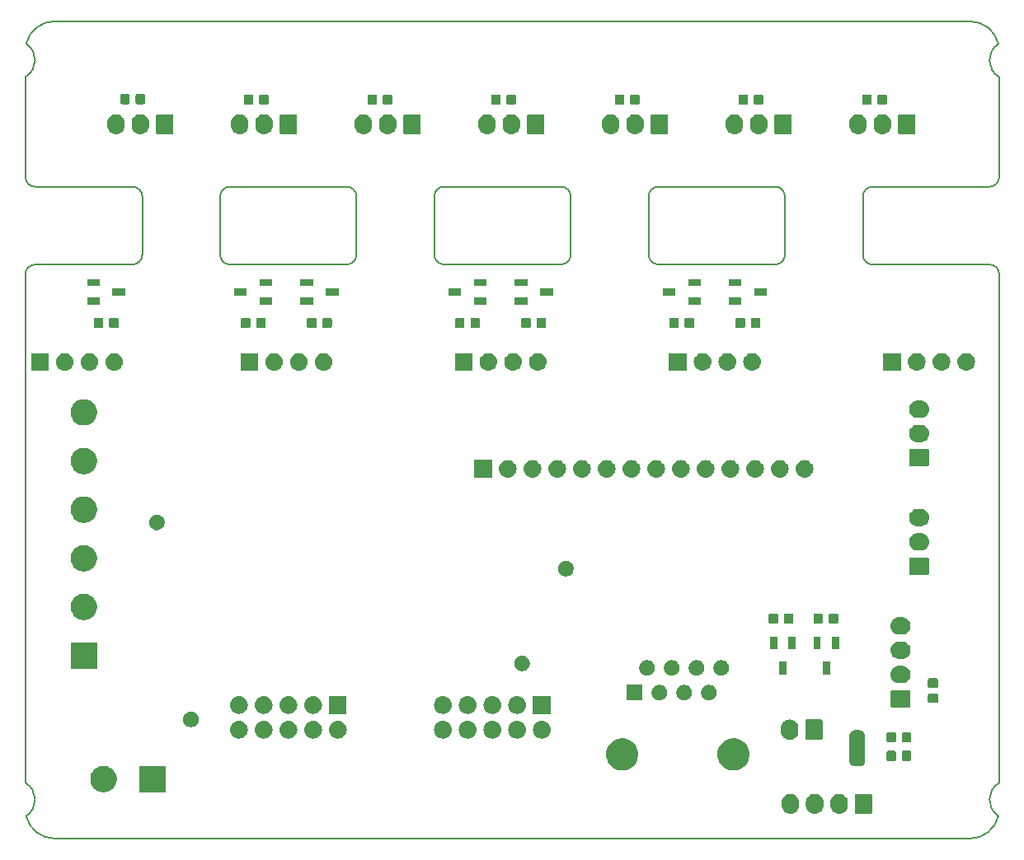
<source format=gbs>
G04 #@! TF.GenerationSoftware,KiCad,Pcbnew,5.0.2-bee76a0~70~ubuntu18.04.1*
G04 #@! TF.CreationDate,2019-02-11T12:00:49+01:00*
G04 #@! TF.ProjectId,3D_PrEBo,33445f50-7245-4426-9f2e-6b696361645f,rev?*
G04 #@! TF.SameCoordinates,Original*
G04 #@! TF.FileFunction,Soldermask,Bot*
G04 #@! TF.FilePolarity,Negative*
%FSLAX46Y46*%
G04 Gerber Fmt 4.6, Leading zero omitted, Abs format (unit mm)*
G04 Created by KiCad (PCBNEW 5.0.2-bee76a0~70~ubuntu18.04.1) date Po 11. února 2019, 12:00:49 CET*
%MOMM*%
%LPD*%
G01*
G04 APERTURE LIST*
%ADD10C,0.200000*%
%ADD11C,0.150000*%
G04 APERTURE END LIST*
D10*
X164000000Y-82000000D02*
X164000000Y-76000000D01*
X142000000Y-76000000D02*
G75*
G02X143000000Y-75000000I1000000J0D01*
G01*
X111000000Y-83000000D02*
X101000000Y-83000000D01*
X121000000Y-83000000D02*
G75*
G02X120000000Y-82000000I0J1000000D01*
G01*
X100000000Y-63732051D02*
X100000000Y-74000000D01*
X100000000Y-84000000D02*
X100000000Y-136267949D01*
X199000000Y-83000000D02*
G75*
G02X200000000Y-84000000I0J-1000000D01*
G01*
X197000000Y-58000000D02*
G75*
G02X199920991Y-60316034I0J-3000000D01*
G01*
X134000000Y-76000000D02*
X134000000Y-82000000D01*
X200000000Y-84000000D02*
X200000000Y-136267949D01*
X100000000Y-136267949D02*
G75*
G02X100079009Y-139683966I-1000000J-1732051D01*
G01*
X156000000Y-82000000D02*
G75*
G02X155000000Y-83000000I-1000000J0D01*
G01*
X155000000Y-83000000D02*
X143000000Y-83000000D01*
X164000000Y-76000000D02*
G75*
G02X165000000Y-75000000I1000000J0D01*
G01*
X187000000Y-83000000D02*
G75*
G02X186000000Y-82000000I0J1000000D01*
G01*
X100000000Y-84000000D02*
G75*
G02X101000000Y-83000000I1000000J0D01*
G01*
X199920991Y-139683966D02*
G75*
G02X200000000Y-136267949I1079009J1683966D01*
G01*
X165000000Y-83000000D02*
G75*
G02X164000000Y-82000000I0J1000000D01*
G01*
X103000000Y-58000000D02*
X197000000Y-58000000D01*
X100079009Y-60316034D02*
G75*
G02X100000000Y-63732051I-1079009J-1683966D01*
G01*
X100079009Y-60316034D02*
G75*
G02X103000000Y-58000000I2920991J-683966D01*
G01*
X101000000Y-75000000D02*
X111000000Y-75000000D01*
X200000000Y-74000000D02*
G75*
G02X199000000Y-75000000I-1000000J0D01*
G01*
X112000000Y-76000000D02*
X112000000Y-82000000D01*
X186000000Y-76000000D02*
G75*
G02X187000000Y-75000000I1000000J0D01*
G01*
X133000000Y-83000000D02*
X121000000Y-83000000D01*
X112000000Y-82000000D02*
G75*
G02X111000000Y-83000000I-1000000J0D01*
G01*
X111000000Y-75000000D02*
G75*
G02X112000000Y-76000000I0J-1000000D01*
G01*
X133000000Y-75000000D02*
G75*
G02X134000000Y-76000000I0J-1000000D01*
G01*
X142000000Y-82000000D02*
X142000000Y-76000000D01*
X199000000Y-83000000D02*
X187000000Y-83000000D01*
X120000000Y-82000000D02*
X120000000Y-76000000D01*
X120000000Y-76000000D02*
G75*
G02X121000000Y-75000000I1000000J0D01*
G01*
X121000000Y-75000000D02*
X133000000Y-75000000D01*
X200000000Y-63732051D02*
G75*
G02X199920991Y-60316034I1000000J1732051D01*
G01*
X155000000Y-75000000D02*
G75*
G02X156000000Y-76000000I0J-1000000D01*
G01*
X143000000Y-83000000D02*
G75*
G02X142000000Y-82000000I0J1000000D01*
G01*
X156000000Y-76000000D02*
X156000000Y-82000000D01*
X178000000Y-76000000D02*
X178000000Y-82000000D01*
X103000000Y-142000000D02*
X197000000Y-142000000D01*
X101000000Y-75000000D02*
G75*
G02X100000000Y-74000000I0J1000000D01*
G01*
X134000000Y-82000000D02*
G75*
G02X133000000Y-83000000I-1000000J0D01*
G01*
X143000000Y-75000000D02*
X155000000Y-75000000D01*
X165000000Y-75000000D02*
X177000000Y-75000000D01*
X187000000Y-75000000D02*
X199000000Y-75000000D01*
X199920991Y-139683966D02*
G75*
G02X197000000Y-142000000I-2920991J683966D01*
G01*
X103000000Y-142000000D02*
G75*
G02X100079009Y-139683966I0J3000000D01*
G01*
X177000000Y-75000000D02*
G75*
G02X178000000Y-76000000I0J-1000000D01*
G01*
X178000000Y-82000000D02*
G75*
G02X177000000Y-83000000I-1000000J0D01*
G01*
X200000000Y-63732051D02*
X200000000Y-74000000D01*
X177000000Y-83000000D02*
X165000000Y-83000000D01*
X186000000Y-82000000D02*
X186000000Y-76000000D01*
D11*
G36*
X178731627Y-137417037D02*
X178844853Y-137451384D01*
X178901467Y-137468557D01*
X179040087Y-137542652D01*
X179057991Y-137552222D01*
X179093729Y-137581552D01*
X179195186Y-137664814D01*
X179278448Y-137766271D01*
X179307778Y-137802009D01*
X179391443Y-137958534D01*
X179442963Y-138128374D01*
X179456000Y-138260743D01*
X179456000Y-138599258D01*
X179442963Y-138731627D01*
X179408616Y-138844853D01*
X179391443Y-138901467D01*
X179317348Y-139040087D01*
X179307778Y-139057991D01*
X179278448Y-139093729D01*
X179195186Y-139195186D01*
X179057989Y-139307779D01*
X178901466Y-139391443D01*
X178860733Y-139403799D01*
X178731626Y-139442963D01*
X178555000Y-139460359D01*
X178378373Y-139442963D01*
X178249266Y-139403799D01*
X178208533Y-139391443D01*
X178052011Y-139307779D01*
X178052009Y-139307778D01*
X178009749Y-139273096D01*
X177914814Y-139195186D01*
X177802221Y-139057989D01*
X177718557Y-138901466D01*
X177701384Y-138844852D01*
X177667037Y-138731626D01*
X177654000Y-138599257D01*
X177654000Y-138260742D01*
X177667037Y-138128373D01*
X177718557Y-137958534D01*
X177718557Y-137958533D01*
X177802222Y-137802008D01*
X177914812Y-137664817D01*
X178009750Y-137586904D01*
X178052010Y-137552222D01*
X178069914Y-137542652D01*
X178208534Y-137468557D01*
X178265148Y-137451384D01*
X178378374Y-137417037D01*
X178555000Y-137399641D01*
X178731627Y-137417037D01*
X178731627Y-137417037D01*
G37*
G36*
X181231627Y-137417037D02*
X181344853Y-137451384D01*
X181401467Y-137468557D01*
X181540087Y-137542652D01*
X181557991Y-137552222D01*
X181593729Y-137581552D01*
X181695186Y-137664814D01*
X181778448Y-137766271D01*
X181807778Y-137802009D01*
X181891443Y-137958534D01*
X181942963Y-138128374D01*
X181956000Y-138260743D01*
X181956000Y-138599258D01*
X181942963Y-138731627D01*
X181908616Y-138844853D01*
X181891443Y-138901467D01*
X181817348Y-139040087D01*
X181807778Y-139057991D01*
X181778448Y-139093729D01*
X181695186Y-139195186D01*
X181557989Y-139307779D01*
X181401466Y-139391443D01*
X181360733Y-139403799D01*
X181231626Y-139442963D01*
X181055000Y-139460359D01*
X180878373Y-139442963D01*
X180749266Y-139403799D01*
X180708533Y-139391443D01*
X180552011Y-139307779D01*
X180552009Y-139307778D01*
X180509749Y-139273096D01*
X180414814Y-139195186D01*
X180302221Y-139057989D01*
X180218557Y-138901466D01*
X180201384Y-138844852D01*
X180167037Y-138731626D01*
X180154000Y-138599257D01*
X180154000Y-138260742D01*
X180167037Y-138128373D01*
X180218557Y-137958534D01*
X180218557Y-137958533D01*
X180302222Y-137802008D01*
X180414812Y-137664817D01*
X180509750Y-137586904D01*
X180552010Y-137552222D01*
X180569914Y-137542652D01*
X180708534Y-137468557D01*
X180765148Y-137451384D01*
X180878374Y-137417037D01*
X181055000Y-137399641D01*
X181231627Y-137417037D01*
X181231627Y-137417037D01*
G37*
G36*
X183731627Y-137417037D02*
X183844853Y-137451384D01*
X183901467Y-137468557D01*
X184040087Y-137542652D01*
X184057991Y-137552222D01*
X184093729Y-137581552D01*
X184195186Y-137664814D01*
X184278448Y-137766271D01*
X184307778Y-137802009D01*
X184391443Y-137958534D01*
X184442963Y-138128374D01*
X184456000Y-138260743D01*
X184456000Y-138599258D01*
X184442963Y-138731627D01*
X184408616Y-138844853D01*
X184391443Y-138901467D01*
X184317348Y-139040087D01*
X184307778Y-139057991D01*
X184278448Y-139093729D01*
X184195186Y-139195186D01*
X184057989Y-139307779D01*
X183901466Y-139391443D01*
X183860733Y-139403799D01*
X183731626Y-139442963D01*
X183555000Y-139460359D01*
X183378373Y-139442963D01*
X183249266Y-139403799D01*
X183208533Y-139391443D01*
X183052011Y-139307779D01*
X183052009Y-139307778D01*
X183009749Y-139273096D01*
X182914814Y-139195186D01*
X182802221Y-139057989D01*
X182718557Y-138901466D01*
X182701384Y-138844852D01*
X182667037Y-138731626D01*
X182654000Y-138599257D01*
X182654000Y-138260742D01*
X182667037Y-138128373D01*
X182718557Y-137958534D01*
X182718557Y-137958533D01*
X182802222Y-137802008D01*
X182914812Y-137664817D01*
X183009750Y-137586904D01*
X183052010Y-137552222D01*
X183069914Y-137542652D01*
X183208534Y-137468557D01*
X183265148Y-137451384D01*
X183378374Y-137417037D01*
X183555000Y-137399641D01*
X183731627Y-137417037D01*
X183731627Y-137417037D01*
G37*
G36*
X186813600Y-137407989D02*
X186846649Y-137418014D01*
X186877106Y-137434294D01*
X186903799Y-137456201D01*
X186925706Y-137482894D01*
X186941986Y-137513351D01*
X186952011Y-137546400D01*
X186956000Y-137586904D01*
X186956000Y-139273096D01*
X186952011Y-139313600D01*
X186941986Y-139346649D01*
X186925706Y-139377106D01*
X186903799Y-139403799D01*
X186877106Y-139425706D01*
X186846649Y-139441986D01*
X186813600Y-139452011D01*
X186773096Y-139456000D01*
X185336904Y-139456000D01*
X185296400Y-139452011D01*
X185263351Y-139441986D01*
X185232894Y-139425706D01*
X185206201Y-139403799D01*
X185184294Y-139377106D01*
X185168014Y-139346649D01*
X185157989Y-139313600D01*
X185154000Y-139273096D01*
X185154000Y-137586904D01*
X185157989Y-137546400D01*
X185168014Y-137513351D01*
X185184294Y-137482894D01*
X185206201Y-137456201D01*
X185232894Y-137434294D01*
X185263351Y-137418014D01*
X185296400Y-137407989D01*
X185336904Y-137404000D01*
X186773096Y-137404000D01*
X186813600Y-137407989D01*
X186813600Y-137407989D01*
G37*
G36*
X108287936Y-134563839D02*
X108424072Y-134590918D01*
X108669939Y-134692759D01*
X108890464Y-134840110D01*
X108891215Y-134840612D01*
X109079388Y-135028785D01*
X109079390Y-135028788D01*
X109227241Y-135250061D01*
X109329082Y-135495928D01*
X109381000Y-135756938D01*
X109381000Y-136023062D01*
X109329082Y-136284072D01*
X109227241Y-136529939D01*
X109079890Y-136750464D01*
X109079388Y-136751215D01*
X108891215Y-136939388D01*
X108891212Y-136939390D01*
X108669939Y-137087241D01*
X108424072Y-137189082D01*
X108293567Y-137215041D01*
X108163063Y-137241000D01*
X107896937Y-137241000D01*
X107766433Y-137215041D01*
X107635928Y-137189082D01*
X107390061Y-137087241D01*
X107168788Y-136939390D01*
X107168785Y-136939388D01*
X106980612Y-136751215D01*
X106980110Y-136750464D01*
X106832759Y-136529939D01*
X106730918Y-136284072D01*
X106679000Y-136023062D01*
X106679000Y-135756938D01*
X106730918Y-135495928D01*
X106832759Y-135250061D01*
X106980610Y-135028788D01*
X106980612Y-135028785D01*
X107168785Y-134840612D01*
X107169536Y-134840110D01*
X107390061Y-134692759D01*
X107635928Y-134590918D01*
X107772064Y-134563839D01*
X107896937Y-134539000D01*
X108163063Y-134539000D01*
X108287936Y-134563839D01*
X108287936Y-134563839D01*
G37*
G36*
X114381000Y-137241000D02*
X111679000Y-137241000D01*
X111679000Y-134539000D01*
X114381000Y-134539000D01*
X114381000Y-137241000D01*
X114381000Y-137241000D01*
G37*
G36*
X161665256Y-131741298D02*
X161771579Y-131762447D01*
X162072042Y-131886903D01*
X162264144Y-132015262D01*
X162342454Y-132067587D01*
X162572413Y-132297546D01*
X162753098Y-132567960D01*
X162877553Y-132868422D01*
X162927677Y-133120409D01*
X162941000Y-133187391D01*
X162941000Y-133512609D01*
X162877553Y-133831579D01*
X162819248Y-133972339D01*
X162783821Y-134057869D01*
X162753097Y-134132042D01*
X162651156Y-134284607D01*
X162572413Y-134402454D01*
X162342454Y-134632413D01*
X162342451Y-134632415D01*
X162072042Y-134813097D01*
X161771579Y-134937553D01*
X161665256Y-134958702D01*
X161452611Y-135001000D01*
X161127389Y-135001000D01*
X160914744Y-134958702D01*
X160808421Y-134937553D01*
X160507958Y-134813097D01*
X160237549Y-134632415D01*
X160237546Y-134632413D01*
X160007587Y-134402454D01*
X159928844Y-134284607D01*
X159826903Y-134132042D01*
X159796180Y-134057869D01*
X159760752Y-133972339D01*
X159702447Y-133831579D01*
X159639000Y-133512609D01*
X159639000Y-133187391D01*
X159652324Y-133120409D01*
X159702447Y-132868422D01*
X159826902Y-132567960D01*
X160007587Y-132297546D01*
X160237546Y-132067587D01*
X160315856Y-132015262D01*
X160507958Y-131886903D01*
X160808421Y-131762447D01*
X160914744Y-131741298D01*
X161127389Y-131699000D01*
X161452611Y-131699000D01*
X161665256Y-131741298D01*
X161665256Y-131741298D01*
G37*
G36*
X173095256Y-131741298D02*
X173201579Y-131762447D01*
X173502042Y-131886903D01*
X173694144Y-132015262D01*
X173772454Y-132067587D01*
X174002413Y-132297546D01*
X174183098Y-132567960D01*
X174307553Y-132868422D01*
X174357677Y-133120409D01*
X174371000Y-133187391D01*
X174371000Y-133512609D01*
X174307553Y-133831579D01*
X174249248Y-133972339D01*
X174213821Y-134057869D01*
X174183097Y-134132042D01*
X174081156Y-134284607D01*
X174002413Y-134402454D01*
X173772454Y-134632413D01*
X173772451Y-134632415D01*
X173502042Y-134813097D01*
X173201579Y-134937553D01*
X173095256Y-134958702D01*
X172882611Y-135001000D01*
X172557389Y-135001000D01*
X172344744Y-134958702D01*
X172238421Y-134937553D01*
X171937958Y-134813097D01*
X171667549Y-134632415D01*
X171667546Y-134632413D01*
X171437587Y-134402454D01*
X171358844Y-134284607D01*
X171256903Y-134132042D01*
X171226180Y-134057869D01*
X171190752Y-133972339D01*
X171132447Y-133831579D01*
X171069000Y-133512609D01*
X171069000Y-133187391D01*
X171082324Y-133120409D01*
X171132447Y-132868422D01*
X171256902Y-132567960D01*
X171437587Y-132297546D01*
X171667546Y-132067587D01*
X171745856Y-132015262D01*
X171937958Y-131886903D01*
X172238421Y-131762447D01*
X172344744Y-131741298D01*
X172557389Y-131699000D01*
X172882611Y-131699000D01*
X173095256Y-131741298D01*
X173095256Y-131741298D01*
G37*
G36*
X185682198Y-130864954D02*
X185694450Y-130865556D01*
X185712869Y-130865556D01*
X185735149Y-130867750D01*
X185819236Y-130884476D01*
X185840655Y-130890974D01*
X185919871Y-130923785D01*
X185939607Y-130934335D01*
X186010897Y-130981969D01*
X186028208Y-130996176D01*
X186088824Y-131056792D01*
X186103031Y-131074103D01*
X186150665Y-131145393D01*
X186161215Y-131165129D01*
X186194026Y-131244345D01*
X186200524Y-131265764D01*
X186217250Y-131349851D01*
X186219444Y-131372131D01*
X186219444Y-131390550D01*
X186220046Y-131402802D01*
X186221852Y-131421140D01*
X186221852Y-131958860D01*
X186220263Y-131974999D01*
X186215853Y-131989534D01*
X186210393Y-132002717D01*
X186205613Y-132026751D01*
X186205613Y-132051255D01*
X186210394Y-132075288D01*
X186219772Y-132097927D01*
X186221000Y-132099765D01*
X186221000Y-133331053D01*
X186214526Y-133343165D01*
X186207413Y-133366614D01*
X186205011Y-133391000D01*
X186207413Y-133415386D01*
X186213917Y-133433564D01*
X186213773Y-133433608D01*
X186220263Y-133455001D01*
X186221852Y-133471140D01*
X186221852Y-134008861D01*
X186220046Y-134027198D01*
X186219444Y-134039450D01*
X186219444Y-134057869D01*
X186217250Y-134080149D01*
X186200524Y-134164236D01*
X186194026Y-134185655D01*
X186161215Y-134264871D01*
X186150665Y-134284607D01*
X186103031Y-134355897D01*
X186088824Y-134373208D01*
X186028208Y-134433824D01*
X186010897Y-134448031D01*
X185939607Y-134495665D01*
X185919871Y-134506215D01*
X185840655Y-134539026D01*
X185819236Y-134545524D01*
X185735149Y-134562250D01*
X185712869Y-134564444D01*
X185694450Y-134564444D01*
X185682198Y-134565046D01*
X185663861Y-134566852D01*
X185176139Y-134566852D01*
X185157802Y-134565046D01*
X185145550Y-134564444D01*
X185127131Y-134564444D01*
X185104851Y-134562250D01*
X185020764Y-134545524D01*
X184999345Y-134539026D01*
X184920129Y-134506215D01*
X184900393Y-134495665D01*
X184829103Y-134448031D01*
X184811792Y-134433824D01*
X184751176Y-134373208D01*
X184736969Y-134355897D01*
X184689335Y-134284607D01*
X184678785Y-134264871D01*
X184645974Y-134185655D01*
X184639476Y-134164236D01*
X184622750Y-134080149D01*
X184620556Y-134057869D01*
X184620556Y-134039450D01*
X184619954Y-134027198D01*
X184618148Y-134008861D01*
X184618148Y-133471140D01*
X184619737Y-133455001D01*
X184624147Y-133440466D01*
X184629607Y-133427283D01*
X184634387Y-133403249D01*
X184634387Y-133378745D01*
X184629606Y-133354712D01*
X184620228Y-133332073D01*
X184619000Y-133330235D01*
X184619000Y-132098947D01*
X184625474Y-132086835D01*
X184632587Y-132063386D01*
X184634989Y-132039000D01*
X184632587Y-132014614D01*
X184626083Y-131996436D01*
X184626227Y-131996392D01*
X184619737Y-131974999D01*
X184618148Y-131958860D01*
X184618148Y-131421140D01*
X184619954Y-131402802D01*
X184620556Y-131390550D01*
X184620556Y-131372131D01*
X184622750Y-131349851D01*
X184639476Y-131265764D01*
X184645974Y-131244345D01*
X184678785Y-131165129D01*
X184689335Y-131145393D01*
X184736969Y-131074103D01*
X184751176Y-131056792D01*
X184811792Y-130996176D01*
X184829103Y-130981969D01*
X184900393Y-130934335D01*
X184920129Y-130923785D01*
X184999345Y-130890974D01*
X185020764Y-130884476D01*
X185104851Y-130867750D01*
X185127131Y-130865556D01*
X185145550Y-130865556D01*
X185157802Y-130864954D01*
X185176140Y-130863148D01*
X185663860Y-130863148D01*
X185682198Y-130864954D01*
X185682198Y-130864954D01*
G37*
G36*
X189254591Y-132978085D02*
X189288569Y-132988393D01*
X189319887Y-133005133D01*
X189347339Y-133027661D01*
X189369867Y-133055113D01*
X189386607Y-133086431D01*
X189396915Y-133120409D01*
X189401000Y-133161890D01*
X189401000Y-133838110D01*
X189396915Y-133879591D01*
X189386607Y-133913569D01*
X189369867Y-133944887D01*
X189347339Y-133972339D01*
X189319887Y-133994867D01*
X189288569Y-134011607D01*
X189254591Y-134021915D01*
X189213110Y-134026000D01*
X188611890Y-134026000D01*
X188570409Y-134021915D01*
X188536431Y-134011607D01*
X188505113Y-133994867D01*
X188477661Y-133972339D01*
X188455133Y-133944887D01*
X188438393Y-133913569D01*
X188428085Y-133879591D01*
X188424000Y-133838110D01*
X188424000Y-133161890D01*
X188428085Y-133120409D01*
X188438393Y-133086431D01*
X188455133Y-133055113D01*
X188477661Y-133027661D01*
X188505113Y-133005133D01*
X188536431Y-132988393D01*
X188570409Y-132978085D01*
X188611890Y-132974000D01*
X189213110Y-132974000D01*
X189254591Y-132978085D01*
X189254591Y-132978085D01*
G37*
G36*
X190829591Y-132978085D02*
X190863569Y-132988393D01*
X190894887Y-133005133D01*
X190922339Y-133027661D01*
X190944867Y-133055113D01*
X190961607Y-133086431D01*
X190971915Y-133120409D01*
X190976000Y-133161890D01*
X190976000Y-133838110D01*
X190971915Y-133879591D01*
X190961607Y-133913569D01*
X190944867Y-133944887D01*
X190922339Y-133972339D01*
X190894887Y-133994867D01*
X190863569Y-134011607D01*
X190829591Y-134021915D01*
X190788110Y-134026000D01*
X190186890Y-134026000D01*
X190145409Y-134021915D01*
X190111431Y-134011607D01*
X190080113Y-133994867D01*
X190052661Y-133972339D01*
X190030133Y-133944887D01*
X190013393Y-133913569D01*
X190003085Y-133879591D01*
X189999000Y-133838110D01*
X189999000Y-133161890D01*
X190003085Y-133120409D01*
X190013393Y-133086431D01*
X190030133Y-133055113D01*
X190052661Y-133027661D01*
X190080113Y-133005133D01*
X190111431Y-132988393D01*
X190145409Y-132978085D01*
X190186890Y-132974000D01*
X190788110Y-132974000D01*
X190829591Y-132978085D01*
X190829591Y-132978085D01*
G37*
G36*
X189254591Y-131078085D02*
X189288569Y-131088393D01*
X189319887Y-131105133D01*
X189347339Y-131127661D01*
X189369867Y-131155113D01*
X189386607Y-131186431D01*
X189396915Y-131220409D01*
X189401000Y-131261890D01*
X189401000Y-131938110D01*
X189396915Y-131979591D01*
X189386607Y-132013569D01*
X189369867Y-132044887D01*
X189347339Y-132072339D01*
X189319887Y-132094867D01*
X189288569Y-132111607D01*
X189254591Y-132121915D01*
X189213110Y-132126000D01*
X188611890Y-132126000D01*
X188570409Y-132121915D01*
X188536431Y-132111607D01*
X188505113Y-132094867D01*
X188477661Y-132072339D01*
X188455133Y-132044887D01*
X188438393Y-132013569D01*
X188428085Y-131979591D01*
X188424000Y-131938110D01*
X188424000Y-131261890D01*
X188428085Y-131220409D01*
X188438393Y-131186431D01*
X188455133Y-131155113D01*
X188477661Y-131127661D01*
X188505113Y-131105133D01*
X188536431Y-131088393D01*
X188570409Y-131078085D01*
X188611890Y-131074000D01*
X189213110Y-131074000D01*
X189254591Y-131078085D01*
X189254591Y-131078085D01*
G37*
G36*
X190829591Y-131078085D02*
X190863569Y-131088393D01*
X190894887Y-131105133D01*
X190922339Y-131127661D01*
X190944867Y-131155113D01*
X190961607Y-131186431D01*
X190971915Y-131220409D01*
X190976000Y-131261890D01*
X190976000Y-131938110D01*
X190971915Y-131979591D01*
X190961607Y-132013569D01*
X190944867Y-132044887D01*
X190922339Y-132072339D01*
X190894887Y-132094867D01*
X190863569Y-132111607D01*
X190829591Y-132121915D01*
X190788110Y-132126000D01*
X190186890Y-132126000D01*
X190145409Y-132121915D01*
X190111431Y-132111607D01*
X190080113Y-132094867D01*
X190052661Y-132072339D01*
X190030133Y-132044887D01*
X190013393Y-132013569D01*
X190003085Y-131979591D01*
X189999000Y-131938110D01*
X189999000Y-131261890D01*
X190003085Y-131220409D01*
X190013393Y-131186431D01*
X190030133Y-131155113D01*
X190052661Y-131127661D01*
X190080113Y-131105133D01*
X190111431Y-131088393D01*
X190145409Y-131078085D01*
X190186890Y-131074000D01*
X190788110Y-131074000D01*
X190829591Y-131078085D01*
X190829591Y-131078085D01*
G37*
G36*
X178651627Y-129772037D02*
X178764853Y-129806384D01*
X178821467Y-129823557D01*
X178955874Y-129895400D01*
X178977991Y-129907222D01*
X179013729Y-129936552D01*
X179115186Y-130019814D01*
X179198448Y-130121271D01*
X179227778Y-130157009D01*
X179311443Y-130313534D01*
X179362963Y-130483374D01*
X179376000Y-130615743D01*
X179376000Y-131004258D01*
X179362963Y-131136627D01*
X179347855Y-131186431D01*
X179311443Y-131306467D01*
X179259950Y-131402802D01*
X179227778Y-131462991D01*
X179198448Y-131498729D01*
X179115186Y-131600186D01*
X178977989Y-131712779D01*
X178821466Y-131796443D01*
X178780733Y-131808799D01*
X178651626Y-131847963D01*
X178475000Y-131865359D01*
X178298373Y-131847963D01*
X178169266Y-131808799D01*
X178128533Y-131796443D01*
X177972011Y-131712779D01*
X177972009Y-131712778D01*
X177929749Y-131678096D01*
X177834814Y-131600186D01*
X177722221Y-131462989D01*
X177638557Y-131306466D01*
X177602145Y-131186431D01*
X177587037Y-131136626D01*
X177574000Y-131004257D01*
X177574000Y-130615742D01*
X177587037Y-130483373D01*
X177638557Y-130313534D01*
X177638557Y-130313533D01*
X177722222Y-130157008D01*
X177834812Y-130019817D01*
X177906564Y-129960932D01*
X177972010Y-129907222D01*
X177994127Y-129895400D01*
X178128534Y-129823557D01*
X178185148Y-129806384D01*
X178298374Y-129772037D01*
X178475000Y-129754641D01*
X178651627Y-129772037D01*
X178651627Y-129772037D01*
G37*
G36*
X181733600Y-129762989D02*
X181766649Y-129773014D01*
X181797106Y-129789294D01*
X181823799Y-129811201D01*
X181845706Y-129837894D01*
X181861986Y-129868351D01*
X181872011Y-129901400D01*
X181876000Y-129941904D01*
X181876000Y-131678096D01*
X181872011Y-131718600D01*
X181861986Y-131751649D01*
X181845706Y-131782106D01*
X181823799Y-131808799D01*
X181797106Y-131830706D01*
X181766649Y-131846986D01*
X181733600Y-131857011D01*
X181693096Y-131861000D01*
X180256904Y-131861000D01*
X180216400Y-131857011D01*
X180183351Y-131846986D01*
X180152894Y-131830706D01*
X180126201Y-131808799D01*
X180104294Y-131782106D01*
X180088014Y-131751649D01*
X180077989Y-131718600D01*
X180074000Y-131678096D01*
X180074000Y-129941904D01*
X180077989Y-129901400D01*
X180088014Y-129868351D01*
X180104294Y-129837894D01*
X180126201Y-129811201D01*
X180152894Y-129789294D01*
X180183351Y-129773014D01*
X180216400Y-129762989D01*
X180256904Y-129759000D01*
X181693096Y-129759000D01*
X181733600Y-129762989D01*
X181733600Y-129762989D01*
G37*
G36*
X153214294Y-129908633D02*
X153386694Y-129960931D01*
X153386696Y-129960932D01*
X153545583Y-130045859D01*
X153684849Y-130160151D01*
X153799141Y-130299417D01*
X153884068Y-130458304D01*
X153884069Y-130458306D01*
X153936367Y-130630706D01*
X153954025Y-130810000D01*
X153936367Y-130989294D01*
X153884069Y-131161694D01*
X153884068Y-131161696D01*
X153799141Y-131320583D01*
X153684849Y-131459849D01*
X153545583Y-131574141D01*
X153496858Y-131600185D01*
X153386694Y-131659069D01*
X153214294Y-131711367D01*
X153079931Y-131724600D01*
X152990069Y-131724600D01*
X152855706Y-131711367D01*
X152683306Y-131659069D01*
X152573142Y-131600185D01*
X152524417Y-131574141D01*
X152385151Y-131459849D01*
X152270859Y-131320583D01*
X152185932Y-131161696D01*
X152185931Y-131161694D01*
X152133633Y-130989294D01*
X152115975Y-130810000D01*
X152133633Y-130630706D01*
X152185931Y-130458306D01*
X152185932Y-130458304D01*
X152270859Y-130299417D01*
X152385151Y-130160151D01*
X152524417Y-130045859D01*
X152683304Y-129960932D01*
X152683306Y-129960931D01*
X152855706Y-129908633D01*
X152990069Y-129895400D01*
X153079931Y-129895400D01*
X153214294Y-129908633D01*
X153214294Y-129908633D01*
G37*
G36*
X122099294Y-129908633D02*
X122271694Y-129960931D01*
X122271696Y-129960932D01*
X122430583Y-130045859D01*
X122569849Y-130160151D01*
X122684141Y-130299417D01*
X122769068Y-130458304D01*
X122769069Y-130458306D01*
X122821367Y-130630706D01*
X122839025Y-130810000D01*
X122821367Y-130989294D01*
X122769069Y-131161694D01*
X122769068Y-131161696D01*
X122684141Y-131320583D01*
X122569849Y-131459849D01*
X122430583Y-131574141D01*
X122381858Y-131600185D01*
X122271694Y-131659069D01*
X122099294Y-131711367D01*
X121964931Y-131724600D01*
X121875069Y-131724600D01*
X121740706Y-131711367D01*
X121568306Y-131659069D01*
X121458142Y-131600185D01*
X121409417Y-131574141D01*
X121270151Y-131459849D01*
X121155859Y-131320583D01*
X121070932Y-131161696D01*
X121070931Y-131161694D01*
X121018633Y-130989294D01*
X121000975Y-130810000D01*
X121018633Y-130630706D01*
X121070931Y-130458306D01*
X121070932Y-130458304D01*
X121155859Y-130299417D01*
X121270151Y-130160151D01*
X121409417Y-130045859D01*
X121568304Y-129960932D01*
X121568306Y-129960931D01*
X121740706Y-129908633D01*
X121875069Y-129895400D01*
X121964931Y-129895400D01*
X122099294Y-129908633D01*
X122099294Y-129908633D01*
G37*
G36*
X124639294Y-129908633D02*
X124811694Y-129960931D01*
X124811696Y-129960932D01*
X124970583Y-130045859D01*
X125109849Y-130160151D01*
X125224141Y-130299417D01*
X125309068Y-130458304D01*
X125309069Y-130458306D01*
X125361367Y-130630706D01*
X125379025Y-130810000D01*
X125361367Y-130989294D01*
X125309069Y-131161694D01*
X125309068Y-131161696D01*
X125224141Y-131320583D01*
X125109849Y-131459849D01*
X124970583Y-131574141D01*
X124921858Y-131600185D01*
X124811694Y-131659069D01*
X124639294Y-131711367D01*
X124504931Y-131724600D01*
X124415069Y-131724600D01*
X124280706Y-131711367D01*
X124108306Y-131659069D01*
X123998142Y-131600185D01*
X123949417Y-131574141D01*
X123810151Y-131459849D01*
X123695859Y-131320583D01*
X123610932Y-131161696D01*
X123610931Y-131161694D01*
X123558633Y-130989294D01*
X123540975Y-130810000D01*
X123558633Y-130630706D01*
X123610931Y-130458306D01*
X123610932Y-130458304D01*
X123695859Y-130299417D01*
X123810151Y-130160151D01*
X123949417Y-130045859D01*
X124108304Y-129960932D01*
X124108306Y-129960931D01*
X124280706Y-129908633D01*
X124415069Y-129895400D01*
X124504931Y-129895400D01*
X124639294Y-129908633D01*
X124639294Y-129908633D01*
G37*
G36*
X127179294Y-129908633D02*
X127351694Y-129960931D01*
X127351696Y-129960932D01*
X127510583Y-130045859D01*
X127649849Y-130160151D01*
X127764141Y-130299417D01*
X127849068Y-130458304D01*
X127849069Y-130458306D01*
X127901367Y-130630706D01*
X127919025Y-130810000D01*
X127901367Y-130989294D01*
X127849069Y-131161694D01*
X127849068Y-131161696D01*
X127764141Y-131320583D01*
X127649849Y-131459849D01*
X127510583Y-131574141D01*
X127461858Y-131600185D01*
X127351694Y-131659069D01*
X127179294Y-131711367D01*
X127044931Y-131724600D01*
X126955069Y-131724600D01*
X126820706Y-131711367D01*
X126648306Y-131659069D01*
X126538142Y-131600185D01*
X126489417Y-131574141D01*
X126350151Y-131459849D01*
X126235859Y-131320583D01*
X126150932Y-131161696D01*
X126150931Y-131161694D01*
X126098633Y-130989294D01*
X126080975Y-130810000D01*
X126098633Y-130630706D01*
X126150931Y-130458306D01*
X126150932Y-130458304D01*
X126235859Y-130299417D01*
X126350151Y-130160151D01*
X126489417Y-130045859D01*
X126648304Y-129960932D01*
X126648306Y-129960931D01*
X126820706Y-129908633D01*
X126955069Y-129895400D01*
X127044931Y-129895400D01*
X127179294Y-129908633D01*
X127179294Y-129908633D01*
G37*
G36*
X129719294Y-129908633D02*
X129891694Y-129960931D01*
X129891696Y-129960932D01*
X130050583Y-130045859D01*
X130189849Y-130160151D01*
X130304141Y-130299417D01*
X130389068Y-130458304D01*
X130389069Y-130458306D01*
X130441367Y-130630706D01*
X130459025Y-130810000D01*
X130441367Y-130989294D01*
X130389069Y-131161694D01*
X130389068Y-131161696D01*
X130304141Y-131320583D01*
X130189849Y-131459849D01*
X130050583Y-131574141D01*
X130001858Y-131600185D01*
X129891694Y-131659069D01*
X129719294Y-131711367D01*
X129584931Y-131724600D01*
X129495069Y-131724600D01*
X129360706Y-131711367D01*
X129188306Y-131659069D01*
X129078142Y-131600185D01*
X129029417Y-131574141D01*
X128890151Y-131459849D01*
X128775859Y-131320583D01*
X128690932Y-131161696D01*
X128690931Y-131161694D01*
X128638633Y-130989294D01*
X128620975Y-130810000D01*
X128638633Y-130630706D01*
X128690931Y-130458306D01*
X128690932Y-130458304D01*
X128775859Y-130299417D01*
X128890151Y-130160151D01*
X129029417Y-130045859D01*
X129188304Y-129960932D01*
X129188306Y-129960931D01*
X129360706Y-129908633D01*
X129495069Y-129895400D01*
X129584931Y-129895400D01*
X129719294Y-129908633D01*
X129719294Y-129908633D01*
G37*
G36*
X132259294Y-129908633D02*
X132431694Y-129960931D01*
X132431696Y-129960932D01*
X132590583Y-130045859D01*
X132729849Y-130160151D01*
X132844141Y-130299417D01*
X132929068Y-130458304D01*
X132929069Y-130458306D01*
X132981367Y-130630706D01*
X132999025Y-130810000D01*
X132981367Y-130989294D01*
X132929069Y-131161694D01*
X132929068Y-131161696D01*
X132844141Y-131320583D01*
X132729849Y-131459849D01*
X132590583Y-131574141D01*
X132541858Y-131600185D01*
X132431694Y-131659069D01*
X132259294Y-131711367D01*
X132124931Y-131724600D01*
X132035069Y-131724600D01*
X131900706Y-131711367D01*
X131728306Y-131659069D01*
X131618142Y-131600185D01*
X131569417Y-131574141D01*
X131430151Y-131459849D01*
X131315859Y-131320583D01*
X131230932Y-131161696D01*
X131230931Y-131161694D01*
X131178633Y-130989294D01*
X131160975Y-130810000D01*
X131178633Y-130630706D01*
X131230931Y-130458306D01*
X131230932Y-130458304D01*
X131315859Y-130299417D01*
X131430151Y-130160151D01*
X131569417Y-130045859D01*
X131728304Y-129960932D01*
X131728306Y-129960931D01*
X131900706Y-129908633D01*
X132035069Y-129895400D01*
X132124931Y-129895400D01*
X132259294Y-129908633D01*
X132259294Y-129908633D01*
G37*
G36*
X150674294Y-129908633D02*
X150846694Y-129960931D01*
X150846696Y-129960932D01*
X151005583Y-130045859D01*
X151144849Y-130160151D01*
X151259141Y-130299417D01*
X151344068Y-130458304D01*
X151344069Y-130458306D01*
X151396367Y-130630706D01*
X151414025Y-130810000D01*
X151396367Y-130989294D01*
X151344069Y-131161694D01*
X151344068Y-131161696D01*
X151259141Y-131320583D01*
X151144849Y-131459849D01*
X151005583Y-131574141D01*
X150956858Y-131600185D01*
X150846694Y-131659069D01*
X150674294Y-131711367D01*
X150539931Y-131724600D01*
X150450069Y-131724600D01*
X150315706Y-131711367D01*
X150143306Y-131659069D01*
X150033142Y-131600185D01*
X149984417Y-131574141D01*
X149845151Y-131459849D01*
X149730859Y-131320583D01*
X149645932Y-131161696D01*
X149645931Y-131161694D01*
X149593633Y-130989294D01*
X149575975Y-130810000D01*
X149593633Y-130630706D01*
X149645931Y-130458306D01*
X149645932Y-130458304D01*
X149730859Y-130299417D01*
X149845151Y-130160151D01*
X149984417Y-130045859D01*
X150143304Y-129960932D01*
X150143306Y-129960931D01*
X150315706Y-129908633D01*
X150450069Y-129895400D01*
X150539931Y-129895400D01*
X150674294Y-129908633D01*
X150674294Y-129908633D01*
G37*
G36*
X143054294Y-129908633D02*
X143226694Y-129960931D01*
X143226696Y-129960932D01*
X143385583Y-130045859D01*
X143524849Y-130160151D01*
X143639141Y-130299417D01*
X143724068Y-130458304D01*
X143724069Y-130458306D01*
X143776367Y-130630706D01*
X143794025Y-130810000D01*
X143776367Y-130989294D01*
X143724069Y-131161694D01*
X143724068Y-131161696D01*
X143639141Y-131320583D01*
X143524849Y-131459849D01*
X143385583Y-131574141D01*
X143336858Y-131600185D01*
X143226694Y-131659069D01*
X143054294Y-131711367D01*
X142919931Y-131724600D01*
X142830069Y-131724600D01*
X142695706Y-131711367D01*
X142523306Y-131659069D01*
X142413142Y-131600185D01*
X142364417Y-131574141D01*
X142225151Y-131459849D01*
X142110859Y-131320583D01*
X142025932Y-131161696D01*
X142025931Y-131161694D01*
X141973633Y-130989294D01*
X141955975Y-130810000D01*
X141973633Y-130630706D01*
X142025931Y-130458306D01*
X142025932Y-130458304D01*
X142110859Y-130299417D01*
X142225151Y-130160151D01*
X142364417Y-130045859D01*
X142523304Y-129960932D01*
X142523306Y-129960931D01*
X142695706Y-129908633D01*
X142830069Y-129895400D01*
X142919931Y-129895400D01*
X143054294Y-129908633D01*
X143054294Y-129908633D01*
G37*
G36*
X148134294Y-129908633D02*
X148306694Y-129960931D01*
X148306696Y-129960932D01*
X148465583Y-130045859D01*
X148604849Y-130160151D01*
X148719141Y-130299417D01*
X148804068Y-130458304D01*
X148804069Y-130458306D01*
X148856367Y-130630706D01*
X148874025Y-130810000D01*
X148856367Y-130989294D01*
X148804069Y-131161694D01*
X148804068Y-131161696D01*
X148719141Y-131320583D01*
X148604849Y-131459849D01*
X148465583Y-131574141D01*
X148416858Y-131600185D01*
X148306694Y-131659069D01*
X148134294Y-131711367D01*
X147999931Y-131724600D01*
X147910069Y-131724600D01*
X147775706Y-131711367D01*
X147603306Y-131659069D01*
X147493142Y-131600185D01*
X147444417Y-131574141D01*
X147305151Y-131459849D01*
X147190859Y-131320583D01*
X147105932Y-131161696D01*
X147105931Y-131161694D01*
X147053633Y-130989294D01*
X147035975Y-130810000D01*
X147053633Y-130630706D01*
X147105931Y-130458306D01*
X147105932Y-130458304D01*
X147190859Y-130299417D01*
X147305151Y-130160151D01*
X147444417Y-130045859D01*
X147603304Y-129960932D01*
X147603306Y-129960931D01*
X147775706Y-129908633D01*
X147910069Y-129895400D01*
X147999931Y-129895400D01*
X148134294Y-129908633D01*
X148134294Y-129908633D01*
G37*
G36*
X145594294Y-129908633D02*
X145766694Y-129960931D01*
X145766696Y-129960932D01*
X145925583Y-130045859D01*
X146064849Y-130160151D01*
X146179141Y-130299417D01*
X146264068Y-130458304D01*
X146264069Y-130458306D01*
X146316367Y-130630706D01*
X146334025Y-130810000D01*
X146316367Y-130989294D01*
X146264069Y-131161694D01*
X146264068Y-131161696D01*
X146179141Y-131320583D01*
X146064849Y-131459849D01*
X145925583Y-131574141D01*
X145876858Y-131600185D01*
X145766694Y-131659069D01*
X145594294Y-131711367D01*
X145459931Y-131724600D01*
X145370069Y-131724600D01*
X145235706Y-131711367D01*
X145063306Y-131659069D01*
X144953142Y-131600185D01*
X144904417Y-131574141D01*
X144765151Y-131459849D01*
X144650859Y-131320583D01*
X144565932Y-131161696D01*
X144565931Y-131161694D01*
X144513633Y-130989294D01*
X144495975Y-130810000D01*
X144513633Y-130630706D01*
X144565931Y-130458306D01*
X144565932Y-130458304D01*
X144650859Y-130299417D01*
X144765151Y-130160151D01*
X144904417Y-130045859D01*
X145063304Y-129960932D01*
X145063306Y-129960931D01*
X145235706Y-129908633D01*
X145370069Y-129895400D01*
X145459931Y-129895400D01*
X145594294Y-129908633D01*
X145594294Y-129908633D01*
G37*
G36*
X117233643Y-128979781D02*
X117379415Y-129040162D01*
X117510611Y-129127824D01*
X117622176Y-129239389D01*
X117709838Y-129370585D01*
X117770219Y-129516357D01*
X117801000Y-129671107D01*
X117801000Y-129828893D01*
X117770219Y-129983643D01*
X117709838Y-130129415D01*
X117622176Y-130260611D01*
X117510611Y-130372176D01*
X117379415Y-130459838D01*
X117233643Y-130520219D01*
X117078893Y-130551000D01*
X116921107Y-130551000D01*
X116766357Y-130520219D01*
X116620585Y-130459838D01*
X116489389Y-130372176D01*
X116377824Y-130260611D01*
X116290162Y-130129415D01*
X116229781Y-129983643D01*
X116199000Y-129828893D01*
X116199000Y-129671107D01*
X116229781Y-129516357D01*
X116290162Y-129370585D01*
X116377824Y-129239389D01*
X116489389Y-129127824D01*
X116620585Y-129040162D01*
X116766357Y-128979781D01*
X116921107Y-128949000D01*
X117078893Y-128949000D01*
X117233643Y-128979781D01*
X117233643Y-128979781D01*
G37*
G36*
X148134294Y-127368633D02*
X148306694Y-127420931D01*
X148306696Y-127420932D01*
X148465583Y-127505859D01*
X148604849Y-127620151D01*
X148719141Y-127759417D01*
X148757804Y-127831750D01*
X148804069Y-127918306D01*
X148856367Y-128090706D01*
X148874025Y-128270000D01*
X148856367Y-128449294D01*
X148804069Y-128621694D01*
X148804068Y-128621696D01*
X148719141Y-128780583D01*
X148604849Y-128919849D01*
X148465583Y-129034141D01*
X148306696Y-129119068D01*
X148306694Y-129119069D01*
X148134294Y-129171367D01*
X147999931Y-129184600D01*
X147910069Y-129184600D01*
X147775706Y-129171367D01*
X147603306Y-129119069D01*
X147603304Y-129119068D01*
X147444417Y-129034141D01*
X147305151Y-128919849D01*
X147190859Y-128780583D01*
X147105932Y-128621696D01*
X147105931Y-128621694D01*
X147053633Y-128449294D01*
X147035975Y-128270000D01*
X147053633Y-128090706D01*
X147105931Y-127918306D01*
X147152196Y-127831750D01*
X147190859Y-127759417D01*
X147305151Y-127620151D01*
X147444417Y-127505859D01*
X147603304Y-127420932D01*
X147603306Y-127420931D01*
X147775706Y-127368633D01*
X147910069Y-127355400D01*
X147999931Y-127355400D01*
X148134294Y-127368633D01*
X148134294Y-127368633D01*
G37*
G36*
X143054294Y-127368633D02*
X143226694Y-127420931D01*
X143226696Y-127420932D01*
X143385583Y-127505859D01*
X143524849Y-127620151D01*
X143639141Y-127759417D01*
X143677804Y-127831750D01*
X143724069Y-127918306D01*
X143776367Y-128090706D01*
X143794025Y-128270000D01*
X143776367Y-128449294D01*
X143724069Y-128621694D01*
X143724068Y-128621696D01*
X143639141Y-128780583D01*
X143524849Y-128919849D01*
X143385583Y-129034141D01*
X143226696Y-129119068D01*
X143226694Y-129119069D01*
X143054294Y-129171367D01*
X142919931Y-129184600D01*
X142830069Y-129184600D01*
X142695706Y-129171367D01*
X142523306Y-129119069D01*
X142523304Y-129119068D01*
X142364417Y-129034141D01*
X142225151Y-128919849D01*
X142110859Y-128780583D01*
X142025932Y-128621696D01*
X142025931Y-128621694D01*
X141973633Y-128449294D01*
X141955975Y-128270000D01*
X141973633Y-128090706D01*
X142025931Y-127918306D01*
X142072196Y-127831750D01*
X142110859Y-127759417D01*
X142225151Y-127620151D01*
X142364417Y-127505859D01*
X142523304Y-127420932D01*
X142523306Y-127420931D01*
X142695706Y-127368633D01*
X142830069Y-127355400D01*
X142919931Y-127355400D01*
X143054294Y-127368633D01*
X143054294Y-127368633D01*
G37*
G36*
X145594294Y-127368633D02*
X145766694Y-127420931D01*
X145766696Y-127420932D01*
X145925583Y-127505859D01*
X146064849Y-127620151D01*
X146179141Y-127759417D01*
X146217804Y-127831750D01*
X146264069Y-127918306D01*
X146316367Y-128090706D01*
X146334025Y-128270000D01*
X146316367Y-128449294D01*
X146264069Y-128621694D01*
X146264068Y-128621696D01*
X146179141Y-128780583D01*
X146064849Y-128919849D01*
X145925583Y-129034141D01*
X145766696Y-129119068D01*
X145766694Y-129119069D01*
X145594294Y-129171367D01*
X145459931Y-129184600D01*
X145370069Y-129184600D01*
X145235706Y-129171367D01*
X145063306Y-129119069D01*
X145063304Y-129119068D01*
X144904417Y-129034141D01*
X144765151Y-128919849D01*
X144650859Y-128780583D01*
X144565932Y-128621696D01*
X144565931Y-128621694D01*
X144513633Y-128449294D01*
X144495975Y-128270000D01*
X144513633Y-128090706D01*
X144565931Y-127918306D01*
X144612196Y-127831750D01*
X144650859Y-127759417D01*
X144765151Y-127620151D01*
X144904417Y-127505859D01*
X145063304Y-127420932D01*
X145063306Y-127420931D01*
X145235706Y-127368633D01*
X145370069Y-127355400D01*
X145459931Y-127355400D01*
X145594294Y-127368633D01*
X145594294Y-127368633D01*
G37*
G36*
X150674294Y-127368633D02*
X150846694Y-127420931D01*
X150846696Y-127420932D01*
X151005583Y-127505859D01*
X151144849Y-127620151D01*
X151259141Y-127759417D01*
X151297804Y-127831750D01*
X151344069Y-127918306D01*
X151396367Y-128090706D01*
X151414025Y-128270000D01*
X151396367Y-128449294D01*
X151344069Y-128621694D01*
X151344068Y-128621696D01*
X151259141Y-128780583D01*
X151144849Y-128919849D01*
X151005583Y-129034141D01*
X150846696Y-129119068D01*
X150846694Y-129119069D01*
X150674294Y-129171367D01*
X150539931Y-129184600D01*
X150450069Y-129184600D01*
X150315706Y-129171367D01*
X150143306Y-129119069D01*
X150143304Y-129119068D01*
X149984417Y-129034141D01*
X149845151Y-128919849D01*
X149730859Y-128780583D01*
X149645932Y-128621696D01*
X149645931Y-128621694D01*
X149593633Y-128449294D01*
X149575975Y-128270000D01*
X149593633Y-128090706D01*
X149645931Y-127918306D01*
X149692196Y-127831750D01*
X149730859Y-127759417D01*
X149845151Y-127620151D01*
X149984417Y-127505859D01*
X150143304Y-127420932D01*
X150143306Y-127420931D01*
X150315706Y-127368633D01*
X150450069Y-127355400D01*
X150539931Y-127355400D01*
X150674294Y-127368633D01*
X150674294Y-127368633D01*
G37*
G36*
X132994600Y-129184600D02*
X131165400Y-129184600D01*
X131165400Y-127355400D01*
X132994600Y-127355400D01*
X132994600Y-129184600D01*
X132994600Y-129184600D01*
G37*
G36*
X129719294Y-127368633D02*
X129891694Y-127420931D01*
X129891696Y-127420932D01*
X130050583Y-127505859D01*
X130189849Y-127620151D01*
X130304141Y-127759417D01*
X130342804Y-127831750D01*
X130389069Y-127918306D01*
X130441367Y-128090706D01*
X130459025Y-128270000D01*
X130441367Y-128449294D01*
X130389069Y-128621694D01*
X130389068Y-128621696D01*
X130304141Y-128780583D01*
X130189849Y-128919849D01*
X130050583Y-129034141D01*
X129891696Y-129119068D01*
X129891694Y-129119069D01*
X129719294Y-129171367D01*
X129584931Y-129184600D01*
X129495069Y-129184600D01*
X129360706Y-129171367D01*
X129188306Y-129119069D01*
X129188304Y-129119068D01*
X129029417Y-129034141D01*
X128890151Y-128919849D01*
X128775859Y-128780583D01*
X128690932Y-128621696D01*
X128690931Y-128621694D01*
X128638633Y-128449294D01*
X128620975Y-128270000D01*
X128638633Y-128090706D01*
X128690931Y-127918306D01*
X128737196Y-127831750D01*
X128775859Y-127759417D01*
X128890151Y-127620151D01*
X129029417Y-127505859D01*
X129188304Y-127420932D01*
X129188306Y-127420931D01*
X129360706Y-127368633D01*
X129495069Y-127355400D01*
X129584931Y-127355400D01*
X129719294Y-127368633D01*
X129719294Y-127368633D01*
G37*
G36*
X127179294Y-127368633D02*
X127351694Y-127420931D01*
X127351696Y-127420932D01*
X127510583Y-127505859D01*
X127649849Y-127620151D01*
X127764141Y-127759417D01*
X127802804Y-127831750D01*
X127849069Y-127918306D01*
X127901367Y-128090706D01*
X127919025Y-128270000D01*
X127901367Y-128449294D01*
X127849069Y-128621694D01*
X127849068Y-128621696D01*
X127764141Y-128780583D01*
X127649849Y-128919849D01*
X127510583Y-129034141D01*
X127351696Y-129119068D01*
X127351694Y-129119069D01*
X127179294Y-129171367D01*
X127044931Y-129184600D01*
X126955069Y-129184600D01*
X126820706Y-129171367D01*
X126648306Y-129119069D01*
X126648304Y-129119068D01*
X126489417Y-129034141D01*
X126350151Y-128919849D01*
X126235859Y-128780583D01*
X126150932Y-128621696D01*
X126150931Y-128621694D01*
X126098633Y-128449294D01*
X126080975Y-128270000D01*
X126098633Y-128090706D01*
X126150931Y-127918306D01*
X126197196Y-127831750D01*
X126235859Y-127759417D01*
X126350151Y-127620151D01*
X126489417Y-127505859D01*
X126648304Y-127420932D01*
X126648306Y-127420931D01*
X126820706Y-127368633D01*
X126955069Y-127355400D01*
X127044931Y-127355400D01*
X127179294Y-127368633D01*
X127179294Y-127368633D01*
G37*
G36*
X124639294Y-127368633D02*
X124811694Y-127420931D01*
X124811696Y-127420932D01*
X124970583Y-127505859D01*
X125109849Y-127620151D01*
X125224141Y-127759417D01*
X125262804Y-127831750D01*
X125309069Y-127918306D01*
X125361367Y-128090706D01*
X125379025Y-128270000D01*
X125361367Y-128449294D01*
X125309069Y-128621694D01*
X125309068Y-128621696D01*
X125224141Y-128780583D01*
X125109849Y-128919849D01*
X124970583Y-129034141D01*
X124811696Y-129119068D01*
X124811694Y-129119069D01*
X124639294Y-129171367D01*
X124504931Y-129184600D01*
X124415069Y-129184600D01*
X124280706Y-129171367D01*
X124108306Y-129119069D01*
X124108304Y-129119068D01*
X123949417Y-129034141D01*
X123810151Y-128919849D01*
X123695859Y-128780583D01*
X123610932Y-128621696D01*
X123610931Y-128621694D01*
X123558633Y-128449294D01*
X123540975Y-128270000D01*
X123558633Y-128090706D01*
X123610931Y-127918306D01*
X123657196Y-127831750D01*
X123695859Y-127759417D01*
X123810151Y-127620151D01*
X123949417Y-127505859D01*
X124108304Y-127420932D01*
X124108306Y-127420931D01*
X124280706Y-127368633D01*
X124415069Y-127355400D01*
X124504931Y-127355400D01*
X124639294Y-127368633D01*
X124639294Y-127368633D01*
G37*
G36*
X122099294Y-127368633D02*
X122271694Y-127420931D01*
X122271696Y-127420932D01*
X122430583Y-127505859D01*
X122569849Y-127620151D01*
X122684141Y-127759417D01*
X122722804Y-127831750D01*
X122769069Y-127918306D01*
X122821367Y-128090706D01*
X122839025Y-128270000D01*
X122821367Y-128449294D01*
X122769069Y-128621694D01*
X122769068Y-128621696D01*
X122684141Y-128780583D01*
X122569849Y-128919849D01*
X122430583Y-129034141D01*
X122271696Y-129119068D01*
X122271694Y-129119069D01*
X122099294Y-129171367D01*
X121964931Y-129184600D01*
X121875069Y-129184600D01*
X121740706Y-129171367D01*
X121568306Y-129119069D01*
X121568304Y-129119068D01*
X121409417Y-129034141D01*
X121270151Y-128919849D01*
X121155859Y-128780583D01*
X121070932Y-128621696D01*
X121070931Y-128621694D01*
X121018633Y-128449294D01*
X121000975Y-128270000D01*
X121018633Y-128090706D01*
X121070931Y-127918306D01*
X121117196Y-127831750D01*
X121155859Y-127759417D01*
X121270151Y-127620151D01*
X121409417Y-127505859D01*
X121568304Y-127420932D01*
X121568306Y-127420931D01*
X121740706Y-127368633D01*
X121875069Y-127355400D01*
X121964931Y-127355400D01*
X122099294Y-127368633D01*
X122099294Y-127368633D01*
G37*
G36*
X153949600Y-129184600D02*
X152120400Y-129184600D01*
X152120400Y-127355400D01*
X153949600Y-127355400D01*
X153949600Y-129184600D01*
X153949600Y-129184600D01*
G37*
G36*
X190748600Y-126737989D02*
X190781649Y-126748014D01*
X190812106Y-126764294D01*
X190838799Y-126786201D01*
X190860706Y-126812894D01*
X190876986Y-126843351D01*
X190887011Y-126876400D01*
X190891000Y-126916904D01*
X190891000Y-128353096D01*
X190887011Y-128393600D01*
X190876986Y-128426649D01*
X190860706Y-128457106D01*
X190838799Y-128483799D01*
X190812106Y-128505706D01*
X190781649Y-128521986D01*
X190748600Y-128532011D01*
X190708096Y-128536000D01*
X189021904Y-128536000D01*
X188981400Y-128532011D01*
X188948351Y-128521986D01*
X188917894Y-128505706D01*
X188891201Y-128483799D01*
X188869294Y-128457106D01*
X188853014Y-128426649D01*
X188842989Y-128393600D01*
X188839000Y-128353096D01*
X188839000Y-126916904D01*
X188842989Y-126876400D01*
X188853014Y-126843351D01*
X188869294Y-126812894D01*
X188891201Y-126786201D01*
X188917894Y-126764294D01*
X188948351Y-126748014D01*
X188981400Y-126737989D01*
X189021904Y-126734000D01*
X190708096Y-126734000D01*
X190748600Y-126737989D01*
X190748600Y-126737989D01*
G37*
G36*
X193579591Y-127103085D02*
X193613569Y-127113393D01*
X193644887Y-127130133D01*
X193672339Y-127152661D01*
X193694867Y-127180113D01*
X193711607Y-127211431D01*
X193721915Y-127245409D01*
X193726000Y-127286890D01*
X193726000Y-127888110D01*
X193721915Y-127929591D01*
X193711607Y-127963569D01*
X193694867Y-127994887D01*
X193672339Y-128022339D01*
X193644887Y-128044867D01*
X193613569Y-128061607D01*
X193579591Y-128071915D01*
X193538110Y-128076000D01*
X192861890Y-128076000D01*
X192820409Y-128071915D01*
X192786431Y-128061607D01*
X192755113Y-128044867D01*
X192727661Y-128022339D01*
X192705133Y-127994887D01*
X192688393Y-127963569D01*
X192678085Y-127929591D01*
X192674000Y-127888110D01*
X192674000Y-127286890D01*
X192678085Y-127245409D01*
X192688393Y-127211431D01*
X192705133Y-127180113D01*
X192727661Y-127152661D01*
X192755113Y-127130133D01*
X192786431Y-127113393D01*
X192820409Y-127103085D01*
X192861890Y-127099000D01*
X193538110Y-127099000D01*
X193579591Y-127103085D01*
X193579591Y-127103085D01*
G37*
G36*
X163361000Y-127801000D02*
X161759000Y-127801000D01*
X161759000Y-126199000D01*
X163361000Y-126199000D01*
X163361000Y-127801000D01*
X163361000Y-127801000D01*
G37*
G36*
X165333643Y-126229781D02*
X165479415Y-126290162D01*
X165610611Y-126377824D01*
X165722176Y-126489389D01*
X165809838Y-126620585D01*
X165870219Y-126766357D01*
X165901000Y-126921107D01*
X165901000Y-127078893D01*
X165870219Y-127233643D01*
X165809838Y-127379415D01*
X165722176Y-127510611D01*
X165610611Y-127622176D01*
X165479415Y-127709838D01*
X165333643Y-127770219D01*
X165178893Y-127801000D01*
X165021107Y-127801000D01*
X164866357Y-127770219D01*
X164720585Y-127709838D01*
X164589389Y-127622176D01*
X164477824Y-127510611D01*
X164390162Y-127379415D01*
X164329781Y-127233643D01*
X164299000Y-127078893D01*
X164299000Y-126921107D01*
X164329781Y-126766357D01*
X164390162Y-126620585D01*
X164477824Y-126489389D01*
X164589389Y-126377824D01*
X164720585Y-126290162D01*
X164866357Y-126229781D01*
X165021107Y-126199000D01*
X165178893Y-126199000D01*
X165333643Y-126229781D01*
X165333643Y-126229781D01*
G37*
G36*
X170413643Y-126229781D02*
X170559415Y-126290162D01*
X170690611Y-126377824D01*
X170802176Y-126489389D01*
X170889838Y-126620585D01*
X170950219Y-126766357D01*
X170981000Y-126921107D01*
X170981000Y-127078893D01*
X170950219Y-127233643D01*
X170889838Y-127379415D01*
X170802176Y-127510611D01*
X170690611Y-127622176D01*
X170559415Y-127709838D01*
X170413643Y-127770219D01*
X170258893Y-127801000D01*
X170101107Y-127801000D01*
X169946357Y-127770219D01*
X169800585Y-127709838D01*
X169669389Y-127622176D01*
X169557824Y-127510611D01*
X169470162Y-127379415D01*
X169409781Y-127233643D01*
X169379000Y-127078893D01*
X169379000Y-126921107D01*
X169409781Y-126766357D01*
X169470162Y-126620585D01*
X169557824Y-126489389D01*
X169669389Y-126377824D01*
X169800585Y-126290162D01*
X169946357Y-126229781D01*
X170101107Y-126199000D01*
X170258893Y-126199000D01*
X170413643Y-126229781D01*
X170413643Y-126229781D01*
G37*
G36*
X167873643Y-126229781D02*
X168019415Y-126290162D01*
X168150611Y-126377824D01*
X168262176Y-126489389D01*
X168349838Y-126620585D01*
X168410219Y-126766357D01*
X168441000Y-126921107D01*
X168441000Y-127078893D01*
X168410219Y-127233643D01*
X168349838Y-127379415D01*
X168262176Y-127510611D01*
X168150611Y-127622176D01*
X168019415Y-127709838D01*
X167873643Y-127770219D01*
X167718893Y-127801000D01*
X167561107Y-127801000D01*
X167406357Y-127770219D01*
X167260585Y-127709838D01*
X167129389Y-127622176D01*
X167017824Y-127510611D01*
X166930162Y-127379415D01*
X166869781Y-127233643D01*
X166839000Y-127078893D01*
X166839000Y-126921107D01*
X166869781Y-126766357D01*
X166930162Y-126620585D01*
X167017824Y-126489389D01*
X167129389Y-126377824D01*
X167260585Y-126290162D01*
X167406357Y-126229781D01*
X167561107Y-126199000D01*
X167718893Y-126199000D01*
X167873643Y-126229781D01*
X167873643Y-126229781D01*
G37*
G36*
X193579591Y-125528085D02*
X193613569Y-125538393D01*
X193644887Y-125555133D01*
X193672339Y-125577661D01*
X193694867Y-125605113D01*
X193711607Y-125636431D01*
X193721915Y-125670409D01*
X193726000Y-125711890D01*
X193726000Y-126313110D01*
X193721915Y-126354591D01*
X193711607Y-126388569D01*
X193694867Y-126419887D01*
X193672339Y-126447339D01*
X193644887Y-126469867D01*
X193613569Y-126486607D01*
X193579591Y-126496915D01*
X193538110Y-126501000D01*
X192861890Y-126501000D01*
X192820409Y-126496915D01*
X192786431Y-126486607D01*
X192755113Y-126469867D01*
X192727661Y-126447339D01*
X192705133Y-126419887D01*
X192688393Y-126388569D01*
X192678085Y-126354591D01*
X192674000Y-126313110D01*
X192674000Y-125711890D01*
X192678085Y-125670409D01*
X192688393Y-125636431D01*
X192705133Y-125605113D01*
X192727661Y-125577661D01*
X192755113Y-125555133D01*
X192786431Y-125538393D01*
X192820409Y-125528085D01*
X192861890Y-125524000D01*
X193538110Y-125524000D01*
X193579591Y-125528085D01*
X193579591Y-125528085D01*
G37*
G36*
X190100443Y-124240519D02*
X190166627Y-124247037D01*
X190279853Y-124281384D01*
X190336467Y-124298557D01*
X190475087Y-124372652D01*
X190492991Y-124382222D01*
X190528729Y-124411552D01*
X190630186Y-124494814D01*
X190713448Y-124596271D01*
X190742778Y-124632009D01*
X190742779Y-124632011D01*
X190826443Y-124788533D01*
X190826443Y-124788534D01*
X190877963Y-124958373D01*
X190895359Y-125135000D01*
X190877963Y-125311627D01*
X190843616Y-125424853D01*
X190826443Y-125481467D01*
X190787067Y-125555133D01*
X190742778Y-125637991D01*
X190716173Y-125670409D01*
X190630186Y-125775186D01*
X190528729Y-125858448D01*
X190492991Y-125887778D01*
X190492989Y-125887779D01*
X190336467Y-125971443D01*
X190279853Y-125988616D01*
X190166627Y-126022963D01*
X190100442Y-126029482D01*
X190034260Y-126036000D01*
X189695740Y-126036000D01*
X189629558Y-126029482D01*
X189563373Y-126022963D01*
X189450147Y-125988616D01*
X189393533Y-125971443D01*
X189237011Y-125887779D01*
X189237009Y-125887778D01*
X189201271Y-125858448D01*
X189099814Y-125775186D01*
X189013827Y-125670409D01*
X188987222Y-125637991D01*
X188942933Y-125555133D01*
X188903557Y-125481467D01*
X188886384Y-125424853D01*
X188852037Y-125311627D01*
X188834641Y-125135000D01*
X188852037Y-124958373D01*
X188903557Y-124788534D01*
X188903557Y-124788533D01*
X188987221Y-124632011D01*
X188987222Y-124632009D01*
X189016552Y-124596271D01*
X189099814Y-124494814D01*
X189201271Y-124411552D01*
X189237009Y-124382222D01*
X189254913Y-124372652D01*
X189393533Y-124298557D01*
X189450147Y-124281384D01*
X189563373Y-124247037D01*
X189629557Y-124240519D01*
X189695740Y-124234000D01*
X190034260Y-124234000D01*
X190100443Y-124240519D01*
X190100443Y-124240519D01*
G37*
G36*
X169143643Y-123689781D02*
X169289415Y-123750162D01*
X169420611Y-123837824D01*
X169532176Y-123949389D01*
X169619838Y-124080585D01*
X169680219Y-124226357D01*
X169711000Y-124381107D01*
X169711000Y-124538893D01*
X169680219Y-124693643D01*
X169619838Y-124839415D01*
X169532176Y-124970611D01*
X169420611Y-125082176D01*
X169289415Y-125169838D01*
X169143643Y-125230219D01*
X168988893Y-125261000D01*
X168831107Y-125261000D01*
X168676357Y-125230219D01*
X168530585Y-125169838D01*
X168399389Y-125082176D01*
X168287824Y-124970611D01*
X168200162Y-124839415D01*
X168139781Y-124693643D01*
X168109000Y-124538893D01*
X168109000Y-124381107D01*
X168139781Y-124226357D01*
X168200162Y-124080585D01*
X168287824Y-123949389D01*
X168399389Y-123837824D01*
X168530585Y-123750162D01*
X168676357Y-123689781D01*
X168831107Y-123659000D01*
X168988893Y-123659000D01*
X169143643Y-123689781D01*
X169143643Y-123689781D01*
G37*
G36*
X171683643Y-123689781D02*
X171829415Y-123750162D01*
X171960611Y-123837824D01*
X172072176Y-123949389D01*
X172159838Y-124080585D01*
X172220219Y-124226357D01*
X172251000Y-124381107D01*
X172251000Y-124538893D01*
X172220219Y-124693643D01*
X172159838Y-124839415D01*
X172072176Y-124970611D01*
X171960611Y-125082176D01*
X171829415Y-125169838D01*
X171683643Y-125230219D01*
X171528893Y-125261000D01*
X171371107Y-125261000D01*
X171216357Y-125230219D01*
X171070585Y-125169838D01*
X170939389Y-125082176D01*
X170827824Y-124970611D01*
X170740162Y-124839415D01*
X170679781Y-124693643D01*
X170649000Y-124538893D01*
X170649000Y-124381107D01*
X170679781Y-124226357D01*
X170740162Y-124080585D01*
X170827824Y-123949389D01*
X170939389Y-123837824D01*
X171070585Y-123750162D01*
X171216357Y-123689781D01*
X171371107Y-123659000D01*
X171528893Y-123659000D01*
X171683643Y-123689781D01*
X171683643Y-123689781D01*
G37*
G36*
X164063643Y-123689781D02*
X164209415Y-123750162D01*
X164340611Y-123837824D01*
X164452176Y-123949389D01*
X164539838Y-124080585D01*
X164600219Y-124226357D01*
X164631000Y-124381107D01*
X164631000Y-124538893D01*
X164600219Y-124693643D01*
X164539838Y-124839415D01*
X164452176Y-124970611D01*
X164340611Y-125082176D01*
X164209415Y-125169838D01*
X164063643Y-125230219D01*
X163908893Y-125261000D01*
X163751107Y-125261000D01*
X163596357Y-125230219D01*
X163450585Y-125169838D01*
X163319389Y-125082176D01*
X163207824Y-124970611D01*
X163120162Y-124839415D01*
X163059781Y-124693643D01*
X163029000Y-124538893D01*
X163029000Y-124381107D01*
X163059781Y-124226357D01*
X163120162Y-124080585D01*
X163207824Y-123949389D01*
X163319389Y-123837824D01*
X163450585Y-123750162D01*
X163596357Y-123689781D01*
X163751107Y-123659000D01*
X163908893Y-123659000D01*
X164063643Y-123689781D01*
X164063643Y-123689781D01*
G37*
G36*
X166603643Y-123689781D02*
X166749415Y-123750162D01*
X166880611Y-123837824D01*
X166992176Y-123949389D01*
X167079838Y-124080585D01*
X167140219Y-124226357D01*
X167171000Y-124381107D01*
X167171000Y-124538893D01*
X167140219Y-124693643D01*
X167079838Y-124839415D01*
X166992176Y-124970611D01*
X166880611Y-125082176D01*
X166749415Y-125169838D01*
X166603643Y-125230219D01*
X166448893Y-125261000D01*
X166291107Y-125261000D01*
X166136357Y-125230219D01*
X165990585Y-125169838D01*
X165859389Y-125082176D01*
X165747824Y-124970611D01*
X165660162Y-124839415D01*
X165599781Y-124693643D01*
X165569000Y-124538893D01*
X165569000Y-124381107D01*
X165599781Y-124226357D01*
X165660162Y-124080585D01*
X165747824Y-123949389D01*
X165859389Y-123837824D01*
X165990585Y-123750162D01*
X166136357Y-123689781D01*
X166291107Y-123659000D01*
X166448893Y-123659000D01*
X166603643Y-123689781D01*
X166603643Y-123689781D01*
G37*
G36*
X182621000Y-125161000D02*
X181869000Y-125161000D01*
X181869000Y-123839000D01*
X182621000Y-123839000D01*
X182621000Y-125161000D01*
X182621000Y-125161000D01*
G37*
G36*
X178176000Y-125161000D02*
X177424000Y-125161000D01*
X177424000Y-123839000D01*
X178176000Y-123839000D01*
X178176000Y-125161000D01*
X178176000Y-125161000D01*
G37*
G36*
X151233643Y-123229781D02*
X151379415Y-123290162D01*
X151510611Y-123377824D01*
X151622176Y-123489389D01*
X151709838Y-123620585D01*
X151770219Y-123766357D01*
X151801000Y-123921107D01*
X151801000Y-124078893D01*
X151770219Y-124233643D01*
X151709838Y-124379415D01*
X151622176Y-124510611D01*
X151510611Y-124622176D01*
X151379415Y-124709838D01*
X151233643Y-124770219D01*
X151078893Y-124801000D01*
X150921107Y-124801000D01*
X150766357Y-124770219D01*
X150620585Y-124709838D01*
X150489389Y-124622176D01*
X150377824Y-124510611D01*
X150290162Y-124379415D01*
X150229781Y-124233643D01*
X150199000Y-124078893D01*
X150199000Y-123921107D01*
X150229781Y-123766357D01*
X150290162Y-123620585D01*
X150377824Y-123489389D01*
X150489389Y-123377824D01*
X150620585Y-123290162D01*
X150766357Y-123229781D01*
X150921107Y-123199000D01*
X151078893Y-123199000D01*
X151233643Y-123229781D01*
X151233643Y-123229781D01*
G37*
G36*
X107351000Y-124541000D02*
X104649000Y-124541000D01*
X104649000Y-121839000D01*
X107351000Y-121839000D01*
X107351000Y-124541000D01*
X107351000Y-124541000D01*
G37*
G36*
X190100443Y-121740519D02*
X190166627Y-121747037D01*
X190279853Y-121781384D01*
X190336467Y-121798557D01*
X190412129Y-121839000D01*
X190492991Y-121882222D01*
X190528729Y-121911552D01*
X190630186Y-121994814D01*
X190713448Y-122096271D01*
X190742778Y-122132009D01*
X190742779Y-122132011D01*
X190826443Y-122288533D01*
X190826443Y-122288534D01*
X190877963Y-122458373D01*
X190895359Y-122635000D01*
X190877963Y-122811627D01*
X190843616Y-122924853D01*
X190826443Y-122981467D01*
X190752348Y-123120087D01*
X190742778Y-123137991D01*
X190713448Y-123173729D01*
X190630186Y-123275186D01*
X190528729Y-123358448D01*
X190492991Y-123387778D01*
X190492989Y-123387779D01*
X190336467Y-123471443D01*
X190279853Y-123488616D01*
X190166627Y-123522963D01*
X190100443Y-123529481D01*
X190034260Y-123536000D01*
X189695740Y-123536000D01*
X189629557Y-123529481D01*
X189563373Y-123522963D01*
X189450147Y-123488616D01*
X189393533Y-123471443D01*
X189237011Y-123387779D01*
X189237009Y-123387778D01*
X189201271Y-123358448D01*
X189099814Y-123275186D01*
X189016552Y-123173729D01*
X188987222Y-123137991D01*
X188977652Y-123120087D01*
X188903557Y-122981467D01*
X188886384Y-122924853D01*
X188852037Y-122811627D01*
X188834641Y-122635000D01*
X188852037Y-122458373D01*
X188903557Y-122288534D01*
X188903557Y-122288533D01*
X188987221Y-122132011D01*
X188987222Y-122132009D01*
X189016552Y-122096271D01*
X189099814Y-121994814D01*
X189201271Y-121911552D01*
X189237009Y-121882222D01*
X189317871Y-121839000D01*
X189393533Y-121798557D01*
X189450147Y-121781384D01*
X189563373Y-121747037D01*
X189629557Y-121740519D01*
X189695740Y-121734000D01*
X190034260Y-121734000D01*
X190100443Y-121740519D01*
X190100443Y-121740519D01*
G37*
G36*
X183571000Y-122541000D02*
X182819000Y-122541000D01*
X182819000Y-121219000D01*
X183571000Y-121219000D01*
X183571000Y-122541000D01*
X183571000Y-122541000D01*
G37*
G36*
X181671000Y-122541000D02*
X180919000Y-122541000D01*
X180919000Y-121219000D01*
X181671000Y-121219000D01*
X181671000Y-122541000D01*
X181671000Y-122541000D01*
G37*
G36*
X179126000Y-122541000D02*
X178374000Y-122541000D01*
X178374000Y-121219000D01*
X179126000Y-121219000D01*
X179126000Y-122541000D01*
X179126000Y-122541000D01*
G37*
G36*
X177226000Y-122541000D02*
X176474000Y-122541000D01*
X176474000Y-121219000D01*
X177226000Y-121219000D01*
X177226000Y-122541000D01*
X177226000Y-122541000D01*
G37*
G36*
X190100442Y-119240518D02*
X190166627Y-119247037D01*
X190279853Y-119281384D01*
X190336467Y-119298557D01*
X190475087Y-119372652D01*
X190492991Y-119382222D01*
X190528729Y-119411552D01*
X190630186Y-119494814D01*
X190713448Y-119596271D01*
X190742778Y-119632009D01*
X190742779Y-119632011D01*
X190826443Y-119788533D01*
X190829147Y-119797448D01*
X190877963Y-119958373D01*
X190895359Y-120135000D01*
X190877963Y-120311627D01*
X190843616Y-120424853D01*
X190826443Y-120481467D01*
X190752348Y-120620087D01*
X190742778Y-120637991D01*
X190713448Y-120673729D01*
X190630186Y-120775186D01*
X190528729Y-120858448D01*
X190492991Y-120887778D01*
X190492989Y-120887779D01*
X190336467Y-120971443D01*
X190279853Y-120988616D01*
X190166627Y-121022963D01*
X190100443Y-121029481D01*
X190034260Y-121036000D01*
X189695740Y-121036000D01*
X189629557Y-121029481D01*
X189563373Y-121022963D01*
X189450147Y-120988616D01*
X189393533Y-120971443D01*
X189237011Y-120887779D01*
X189237009Y-120887778D01*
X189201271Y-120858448D01*
X189099814Y-120775186D01*
X189016552Y-120673729D01*
X188987222Y-120637991D01*
X188977652Y-120620087D01*
X188903557Y-120481467D01*
X188886384Y-120424853D01*
X188852037Y-120311627D01*
X188834641Y-120135000D01*
X188852037Y-119958373D01*
X188900853Y-119797448D01*
X188903557Y-119788533D01*
X188987221Y-119632011D01*
X188987222Y-119632009D01*
X189016552Y-119596271D01*
X189099814Y-119494814D01*
X189201271Y-119411552D01*
X189237009Y-119382222D01*
X189254913Y-119372652D01*
X189393533Y-119298557D01*
X189450147Y-119281384D01*
X189563373Y-119247037D01*
X189629558Y-119240518D01*
X189695740Y-119234000D01*
X190034260Y-119234000D01*
X190100442Y-119240518D01*
X190100442Y-119240518D01*
G37*
G36*
X177154591Y-118858085D02*
X177188569Y-118868393D01*
X177219887Y-118885133D01*
X177247339Y-118907661D01*
X177269867Y-118935113D01*
X177286607Y-118966431D01*
X177296915Y-119000409D01*
X177301000Y-119041890D01*
X177301000Y-119718110D01*
X177296915Y-119759591D01*
X177286607Y-119793569D01*
X177269867Y-119824887D01*
X177247339Y-119852339D01*
X177219887Y-119874867D01*
X177188569Y-119891607D01*
X177154591Y-119901915D01*
X177113110Y-119906000D01*
X176511890Y-119906000D01*
X176470409Y-119901915D01*
X176436431Y-119891607D01*
X176405113Y-119874867D01*
X176377661Y-119852339D01*
X176355133Y-119824887D01*
X176338393Y-119793569D01*
X176328085Y-119759591D01*
X176324000Y-119718110D01*
X176324000Y-119041890D01*
X176328085Y-119000409D01*
X176338393Y-118966431D01*
X176355133Y-118935113D01*
X176377661Y-118907661D01*
X176405113Y-118885133D01*
X176436431Y-118868393D01*
X176470409Y-118858085D01*
X176511890Y-118854000D01*
X177113110Y-118854000D01*
X177154591Y-118858085D01*
X177154591Y-118858085D01*
G37*
G36*
X178729591Y-118858085D02*
X178763569Y-118868393D01*
X178794887Y-118885133D01*
X178822339Y-118907661D01*
X178844867Y-118935113D01*
X178861607Y-118966431D01*
X178871915Y-119000409D01*
X178876000Y-119041890D01*
X178876000Y-119718110D01*
X178871915Y-119759591D01*
X178861607Y-119793569D01*
X178844867Y-119824887D01*
X178822339Y-119852339D01*
X178794887Y-119874867D01*
X178763569Y-119891607D01*
X178729591Y-119901915D01*
X178688110Y-119906000D01*
X178086890Y-119906000D01*
X178045409Y-119901915D01*
X178011431Y-119891607D01*
X177980113Y-119874867D01*
X177952661Y-119852339D01*
X177930133Y-119824887D01*
X177913393Y-119793569D01*
X177903085Y-119759591D01*
X177899000Y-119718110D01*
X177899000Y-119041890D01*
X177903085Y-119000409D01*
X177913393Y-118966431D01*
X177930133Y-118935113D01*
X177952661Y-118907661D01*
X177980113Y-118885133D01*
X178011431Y-118868393D01*
X178045409Y-118858085D01*
X178086890Y-118854000D01*
X178688110Y-118854000D01*
X178729591Y-118858085D01*
X178729591Y-118858085D01*
G37*
G36*
X181754591Y-118858085D02*
X181788569Y-118868393D01*
X181819887Y-118885133D01*
X181847339Y-118907661D01*
X181869867Y-118935113D01*
X181886607Y-118966431D01*
X181896915Y-119000409D01*
X181901000Y-119041890D01*
X181901000Y-119718110D01*
X181896915Y-119759591D01*
X181886607Y-119793569D01*
X181869867Y-119824887D01*
X181847339Y-119852339D01*
X181819887Y-119874867D01*
X181788569Y-119891607D01*
X181754591Y-119901915D01*
X181713110Y-119906000D01*
X181111890Y-119906000D01*
X181070409Y-119901915D01*
X181036431Y-119891607D01*
X181005113Y-119874867D01*
X180977661Y-119852339D01*
X180955133Y-119824887D01*
X180938393Y-119793569D01*
X180928085Y-119759591D01*
X180924000Y-119718110D01*
X180924000Y-119041890D01*
X180928085Y-119000409D01*
X180938393Y-118966431D01*
X180955133Y-118935113D01*
X180977661Y-118907661D01*
X181005113Y-118885133D01*
X181036431Y-118868393D01*
X181070409Y-118858085D01*
X181111890Y-118854000D01*
X181713110Y-118854000D01*
X181754591Y-118858085D01*
X181754591Y-118858085D01*
G37*
G36*
X183329591Y-118858085D02*
X183363569Y-118868393D01*
X183394887Y-118885133D01*
X183422339Y-118907661D01*
X183444867Y-118935113D01*
X183461607Y-118966431D01*
X183471915Y-119000409D01*
X183476000Y-119041890D01*
X183476000Y-119718110D01*
X183471915Y-119759591D01*
X183461607Y-119793569D01*
X183444867Y-119824887D01*
X183422339Y-119852339D01*
X183394887Y-119874867D01*
X183363569Y-119891607D01*
X183329591Y-119901915D01*
X183288110Y-119906000D01*
X182686890Y-119906000D01*
X182645409Y-119901915D01*
X182611431Y-119891607D01*
X182580113Y-119874867D01*
X182552661Y-119852339D01*
X182530133Y-119824887D01*
X182513393Y-119793569D01*
X182503085Y-119759591D01*
X182499000Y-119718110D01*
X182499000Y-119041890D01*
X182503085Y-119000409D01*
X182513393Y-118966431D01*
X182530133Y-118935113D01*
X182552661Y-118907661D01*
X182580113Y-118885133D01*
X182611431Y-118868393D01*
X182645409Y-118858085D01*
X182686890Y-118854000D01*
X183288110Y-118854000D01*
X183329591Y-118858085D01*
X183329591Y-118858085D01*
G37*
G36*
X106263567Y-116864959D02*
X106394072Y-116890918D01*
X106639939Y-116992759D01*
X106860464Y-117140110D01*
X106861215Y-117140612D01*
X107049388Y-117328785D01*
X107049390Y-117328788D01*
X107197241Y-117550061D01*
X107299082Y-117795928D01*
X107351000Y-118056938D01*
X107351000Y-118323062D01*
X107299082Y-118584072D01*
X107197241Y-118829939D01*
X107080415Y-119004780D01*
X107049388Y-119051215D01*
X106861215Y-119239388D01*
X106861212Y-119239390D01*
X106639939Y-119387241D01*
X106394072Y-119489082D01*
X106263567Y-119515041D01*
X106133063Y-119541000D01*
X105866937Y-119541000D01*
X105736433Y-119515041D01*
X105605928Y-119489082D01*
X105360061Y-119387241D01*
X105138788Y-119239390D01*
X105138785Y-119239388D01*
X104950612Y-119051215D01*
X104919585Y-119004780D01*
X104802759Y-118829939D01*
X104700918Y-118584072D01*
X104649000Y-118323062D01*
X104649000Y-118056938D01*
X104700918Y-117795928D01*
X104802759Y-117550061D01*
X104950610Y-117328788D01*
X104950612Y-117328785D01*
X105138785Y-117140612D01*
X105139536Y-117140110D01*
X105360061Y-116992759D01*
X105605928Y-116890918D01*
X105736433Y-116864959D01*
X105866937Y-116839000D01*
X106133063Y-116839000D01*
X106263567Y-116864959D01*
X106263567Y-116864959D01*
G37*
G36*
X155733643Y-113479781D02*
X155879415Y-113540162D01*
X156010611Y-113627824D01*
X156122176Y-113739389D01*
X156209838Y-113870585D01*
X156270219Y-114016357D01*
X156301000Y-114171107D01*
X156301000Y-114328893D01*
X156270219Y-114483643D01*
X156209838Y-114629415D01*
X156122176Y-114760611D01*
X156010611Y-114872176D01*
X155879415Y-114959838D01*
X155733643Y-115020219D01*
X155578893Y-115051000D01*
X155421107Y-115051000D01*
X155266357Y-115020219D01*
X155120585Y-114959838D01*
X154989389Y-114872176D01*
X154877824Y-114760611D01*
X154790162Y-114629415D01*
X154729781Y-114483643D01*
X154699000Y-114328893D01*
X154699000Y-114171107D01*
X154729781Y-114016357D01*
X154790162Y-113870585D01*
X154877824Y-113739389D01*
X154989389Y-113627824D01*
X155120585Y-113540162D01*
X155266357Y-113479781D01*
X155421107Y-113449000D01*
X155578893Y-113449000D01*
X155733643Y-113479781D01*
X155733643Y-113479781D01*
G37*
G36*
X192653600Y-113102989D02*
X192686649Y-113113014D01*
X192717106Y-113129294D01*
X192743799Y-113151201D01*
X192765706Y-113177894D01*
X192781986Y-113208351D01*
X192792011Y-113241400D01*
X192796000Y-113281904D01*
X192796000Y-114718096D01*
X192792011Y-114758600D01*
X192781986Y-114791649D01*
X192765706Y-114822106D01*
X192743799Y-114848799D01*
X192717106Y-114870706D01*
X192686649Y-114886986D01*
X192653600Y-114897011D01*
X192613096Y-114901000D01*
X190926904Y-114901000D01*
X190886400Y-114897011D01*
X190853351Y-114886986D01*
X190822894Y-114870706D01*
X190796201Y-114848799D01*
X190774294Y-114822106D01*
X190758014Y-114791649D01*
X190747989Y-114758600D01*
X190744000Y-114718096D01*
X190744000Y-113281904D01*
X190747989Y-113241400D01*
X190758014Y-113208351D01*
X190774294Y-113177894D01*
X190796201Y-113151201D01*
X190822894Y-113129294D01*
X190853351Y-113113014D01*
X190886400Y-113102989D01*
X190926904Y-113099000D01*
X192613096Y-113099000D01*
X192653600Y-113102989D01*
X192653600Y-113102989D01*
G37*
G36*
X106263567Y-111864959D02*
X106394072Y-111890918D01*
X106639939Y-111992759D01*
X106860464Y-112140110D01*
X106861215Y-112140612D01*
X107049388Y-112328785D01*
X107049390Y-112328788D01*
X107197241Y-112550061D01*
X107299082Y-112795928D01*
X107351000Y-113056938D01*
X107351000Y-113323062D01*
X107299082Y-113584072D01*
X107197241Y-113829939D01*
X107049890Y-114050464D01*
X107049388Y-114051215D01*
X106861215Y-114239388D01*
X106861212Y-114239390D01*
X106639939Y-114387241D01*
X106394072Y-114489082D01*
X106263567Y-114515041D01*
X106133063Y-114541000D01*
X105866937Y-114541000D01*
X105736433Y-114515041D01*
X105605928Y-114489082D01*
X105360061Y-114387241D01*
X105138788Y-114239390D01*
X105138785Y-114239388D01*
X104950612Y-114051215D01*
X104950110Y-114050464D01*
X104802759Y-113829939D01*
X104700918Y-113584072D01*
X104649000Y-113323062D01*
X104649000Y-113056938D01*
X104700918Y-112795928D01*
X104802759Y-112550061D01*
X104950610Y-112328788D01*
X104950612Y-112328785D01*
X105138785Y-112140612D01*
X105139536Y-112140110D01*
X105360061Y-111992759D01*
X105605928Y-111890918D01*
X105736433Y-111864959D01*
X105866937Y-111839000D01*
X106133063Y-111839000D01*
X106263567Y-111864959D01*
X106263567Y-111864959D01*
G37*
G36*
X192005443Y-110605519D02*
X192071627Y-110612037D01*
X192184853Y-110646384D01*
X192241467Y-110663557D01*
X192380087Y-110737652D01*
X192397991Y-110747222D01*
X192433729Y-110776552D01*
X192535186Y-110859814D01*
X192618448Y-110961271D01*
X192647778Y-110997009D01*
X192647779Y-110997011D01*
X192731443Y-111153533D01*
X192731443Y-111153534D01*
X192782963Y-111323373D01*
X192800359Y-111500000D01*
X192782963Y-111676627D01*
X192748616Y-111789853D01*
X192731443Y-111846467D01*
X192707683Y-111890918D01*
X192647778Y-112002991D01*
X192618448Y-112038729D01*
X192535186Y-112140186D01*
X192433729Y-112223448D01*
X192397991Y-112252778D01*
X192397989Y-112252779D01*
X192241467Y-112336443D01*
X192184853Y-112353616D01*
X192071627Y-112387963D01*
X192005443Y-112394481D01*
X191939260Y-112401000D01*
X191600740Y-112401000D01*
X191534557Y-112394481D01*
X191468373Y-112387963D01*
X191355147Y-112353616D01*
X191298533Y-112336443D01*
X191142011Y-112252779D01*
X191142009Y-112252778D01*
X191106271Y-112223448D01*
X191004814Y-112140186D01*
X190921552Y-112038729D01*
X190892222Y-112002991D01*
X190832317Y-111890918D01*
X190808557Y-111846467D01*
X190791384Y-111789853D01*
X190757037Y-111676627D01*
X190739641Y-111500000D01*
X190757037Y-111323373D01*
X190808557Y-111153534D01*
X190808557Y-111153533D01*
X190892221Y-110997011D01*
X190892222Y-110997009D01*
X190921552Y-110961271D01*
X191004814Y-110859814D01*
X191106271Y-110776552D01*
X191142009Y-110747222D01*
X191159913Y-110737652D01*
X191298533Y-110663557D01*
X191355147Y-110646384D01*
X191468373Y-110612037D01*
X191534557Y-110605519D01*
X191600740Y-110599000D01*
X191939260Y-110599000D01*
X192005443Y-110605519D01*
X192005443Y-110605519D01*
G37*
G36*
X113733643Y-108729781D02*
X113879415Y-108790162D01*
X114010611Y-108877824D01*
X114122176Y-108989389D01*
X114209838Y-109120585D01*
X114270219Y-109266357D01*
X114301000Y-109421107D01*
X114301000Y-109578893D01*
X114270219Y-109733643D01*
X114209838Y-109879415D01*
X114122176Y-110010611D01*
X114010611Y-110122176D01*
X113879415Y-110209838D01*
X113733643Y-110270219D01*
X113578893Y-110301000D01*
X113421107Y-110301000D01*
X113266357Y-110270219D01*
X113120585Y-110209838D01*
X112989389Y-110122176D01*
X112877824Y-110010611D01*
X112790162Y-109879415D01*
X112729781Y-109733643D01*
X112699000Y-109578893D01*
X112699000Y-109421107D01*
X112729781Y-109266357D01*
X112790162Y-109120585D01*
X112877824Y-108989389D01*
X112989389Y-108877824D01*
X113120585Y-108790162D01*
X113266357Y-108729781D01*
X113421107Y-108699000D01*
X113578893Y-108699000D01*
X113733643Y-108729781D01*
X113733643Y-108729781D01*
G37*
G36*
X192005442Y-108105518D02*
X192071627Y-108112037D01*
X192184853Y-108146384D01*
X192241467Y-108163557D01*
X192380087Y-108237652D01*
X192397991Y-108247222D01*
X192433729Y-108276552D01*
X192535186Y-108359814D01*
X192618448Y-108461271D01*
X192647778Y-108497009D01*
X192647779Y-108497011D01*
X192731443Y-108653533D01*
X192731443Y-108653534D01*
X192782963Y-108823373D01*
X192800359Y-109000000D01*
X192782963Y-109176627D01*
X192763924Y-109239390D01*
X192731443Y-109346467D01*
X192691546Y-109421107D01*
X192647778Y-109502991D01*
X192618448Y-109538729D01*
X192535186Y-109640186D01*
X192433729Y-109723448D01*
X192397991Y-109752778D01*
X192397989Y-109752779D01*
X192241467Y-109836443D01*
X192184853Y-109853616D01*
X192071627Y-109887963D01*
X192005443Y-109894481D01*
X191939260Y-109901000D01*
X191600740Y-109901000D01*
X191534557Y-109894481D01*
X191468373Y-109887963D01*
X191355147Y-109853616D01*
X191298533Y-109836443D01*
X191142011Y-109752779D01*
X191142009Y-109752778D01*
X191106271Y-109723448D01*
X191004814Y-109640186D01*
X190921552Y-109538729D01*
X190892222Y-109502991D01*
X190848454Y-109421107D01*
X190808557Y-109346467D01*
X190776076Y-109239390D01*
X190757037Y-109176627D01*
X190739641Y-109000000D01*
X190757037Y-108823373D01*
X190808557Y-108653534D01*
X190808557Y-108653533D01*
X190892221Y-108497011D01*
X190892222Y-108497009D01*
X190921552Y-108461271D01*
X191004814Y-108359814D01*
X191106271Y-108276552D01*
X191142009Y-108247222D01*
X191159913Y-108237652D01*
X191298533Y-108163557D01*
X191355147Y-108146384D01*
X191468373Y-108112037D01*
X191534558Y-108105518D01*
X191600740Y-108099000D01*
X191939260Y-108099000D01*
X192005442Y-108105518D01*
X192005442Y-108105518D01*
G37*
G36*
X106263567Y-106864959D02*
X106394072Y-106890918D01*
X106639939Y-106992759D01*
X106860464Y-107140110D01*
X106861215Y-107140612D01*
X107049388Y-107328785D01*
X107049390Y-107328788D01*
X107197241Y-107550061D01*
X107299082Y-107795928D01*
X107299082Y-107795929D01*
X107351000Y-108056937D01*
X107351000Y-108323063D01*
X107325041Y-108453567D01*
X107299082Y-108584072D01*
X107197241Y-108829939D01*
X107090699Y-108989389D01*
X107049388Y-109051215D01*
X106861215Y-109239388D01*
X106861212Y-109239390D01*
X106639939Y-109387241D01*
X106394072Y-109489082D01*
X106263567Y-109515041D01*
X106133063Y-109541000D01*
X105866937Y-109541000D01*
X105736433Y-109515041D01*
X105605928Y-109489082D01*
X105360061Y-109387241D01*
X105138788Y-109239390D01*
X105138785Y-109239388D01*
X104950612Y-109051215D01*
X104909301Y-108989389D01*
X104802759Y-108829939D01*
X104700918Y-108584072D01*
X104674959Y-108453567D01*
X104649000Y-108323063D01*
X104649000Y-108056937D01*
X104700918Y-107795929D01*
X104700918Y-107795928D01*
X104802759Y-107550061D01*
X104950610Y-107328788D01*
X104950612Y-107328785D01*
X105138785Y-107140612D01*
X105139536Y-107140110D01*
X105360061Y-106992759D01*
X105605928Y-106890918D01*
X105736433Y-106864959D01*
X105866937Y-106839000D01*
X106133063Y-106839000D01*
X106263567Y-106864959D01*
X106263567Y-106864959D01*
G37*
G36*
X152190442Y-103105518D02*
X152256627Y-103112037D01*
X152369853Y-103146384D01*
X152426467Y-103163557D01*
X152565087Y-103237652D01*
X152582991Y-103247222D01*
X152618729Y-103276552D01*
X152720186Y-103359814D01*
X152803448Y-103461271D01*
X152832778Y-103497009D01*
X152832779Y-103497011D01*
X152916443Y-103653533D01*
X152916443Y-103653534D01*
X152967963Y-103823373D01*
X152985359Y-104000000D01*
X152967963Y-104176627D01*
X152948924Y-104239390D01*
X152916443Y-104346467D01*
X152842348Y-104485087D01*
X152832778Y-104502991D01*
X152803448Y-104538729D01*
X152720186Y-104640186D01*
X152618729Y-104723448D01*
X152582991Y-104752778D01*
X152582989Y-104752779D01*
X152426467Y-104836443D01*
X152369853Y-104853616D01*
X152256627Y-104887963D01*
X152190442Y-104894482D01*
X152124260Y-104901000D01*
X152035740Y-104901000D01*
X151969558Y-104894482D01*
X151903373Y-104887963D01*
X151790147Y-104853616D01*
X151733533Y-104836443D01*
X151577011Y-104752779D01*
X151577009Y-104752778D01*
X151541271Y-104723448D01*
X151439814Y-104640186D01*
X151356552Y-104538729D01*
X151327222Y-104502991D01*
X151317652Y-104485087D01*
X151243557Y-104346467D01*
X151211076Y-104239390D01*
X151192037Y-104176627D01*
X151174641Y-104000000D01*
X151192037Y-103823373D01*
X151243557Y-103653534D01*
X151243557Y-103653533D01*
X151327221Y-103497011D01*
X151327222Y-103497009D01*
X151356552Y-103461271D01*
X151439814Y-103359814D01*
X151541271Y-103276552D01*
X151577009Y-103247222D01*
X151594913Y-103237652D01*
X151733533Y-103163557D01*
X151790147Y-103146384D01*
X151903373Y-103112037D01*
X151969558Y-103105518D01*
X152035740Y-103099000D01*
X152124260Y-103099000D01*
X152190442Y-103105518D01*
X152190442Y-103105518D01*
G37*
G36*
X180130442Y-103105518D02*
X180196627Y-103112037D01*
X180309853Y-103146384D01*
X180366467Y-103163557D01*
X180505087Y-103237652D01*
X180522991Y-103247222D01*
X180558729Y-103276552D01*
X180660186Y-103359814D01*
X180743448Y-103461271D01*
X180772778Y-103497009D01*
X180772779Y-103497011D01*
X180856443Y-103653533D01*
X180856443Y-103653534D01*
X180907963Y-103823373D01*
X180925359Y-104000000D01*
X180907963Y-104176627D01*
X180888924Y-104239390D01*
X180856443Y-104346467D01*
X180782348Y-104485087D01*
X180772778Y-104502991D01*
X180743448Y-104538729D01*
X180660186Y-104640186D01*
X180558729Y-104723448D01*
X180522991Y-104752778D01*
X180522989Y-104752779D01*
X180366467Y-104836443D01*
X180309853Y-104853616D01*
X180196627Y-104887963D01*
X180130442Y-104894482D01*
X180064260Y-104901000D01*
X179975740Y-104901000D01*
X179909558Y-104894482D01*
X179843373Y-104887963D01*
X179730147Y-104853616D01*
X179673533Y-104836443D01*
X179517011Y-104752779D01*
X179517009Y-104752778D01*
X179481271Y-104723448D01*
X179379814Y-104640186D01*
X179296552Y-104538729D01*
X179267222Y-104502991D01*
X179257652Y-104485087D01*
X179183557Y-104346467D01*
X179151076Y-104239390D01*
X179132037Y-104176627D01*
X179114641Y-104000000D01*
X179132037Y-103823373D01*
X179183557Y-103653534D01*
X179183557Y-103653533D01*
X179267221Y-103497011D01*
X179267222Y-103497009D01*
X179296552Y-103461271D01*
X179379814Y-103359814D01*
X179481271Y-103276552D01*
X179517009Y-103247222D01*
X179534913Y-103237652D01*
X179673533Y-103163557D01*
X179730147Y-103146384D01*
X179843373Y-103112037D01*
X179909558Y-103105518D01*
X179975740Y-103099000D01*
X180064260Y-103099000D01*
X180130442Y-103105518D01*
X180130442Y-103105518D01*
G37*
G36*
X177590442Y-103105518D02*
X177656627Y-103112037D01*
X177769853Y-103146384D01*
X177826467Y-103163557D01*
X177965087Y-103237652D01*
X177982991Y-103247222D01*
X178018729Y-103276552D01*
X178120186Y-103359814D01*
X178203448Y-103461271D01*
X178232778Y-103497009D01*
X178232779Y-103497011D01*
X178316443Y-103653533D01*
X178316443Y-103653534D01*
X178367963Y-103823373D01*
X178385359Y-104000000D01*
X178367963Y-104176627D01*
X178348924Y-104239390D01*
X178316443Y-104346467D01*
X178242348Y-104485087D01*
X178232778Y-104502991D01*
X178203448Y-104538729D01*
X178120186Y-104640186D01*
X178018729Y-104723448D01*
X177982991Y-104752778D01*
X177982989Y-104752779D01*
X177826467Y-104836443D01*
X177769853Y-104853616D01*
X177656627Y-104887963D01*
X177590442Y-104894482D01*
X177524260Y-104901000D01*
X177435740Y-104901000D01*
X177369558Y-104894482D01*
X177303373Y-104887963D01*
X177190147Y-104853616D01*
X177133533Y-104836443D01*
X176977011Y-104752779D01*
X176977009Y-104752778D01*
X176941271Y-104723448D01*
X176839814Y-104640186D01*
X176756552Y-104538729D01*
X176727222Y-104502991D01*
X176717652Y-104485087D01*
X176643557Y-104346467D01*
X176611076Y-104239390D01*
X176592037Y-104176627D01*
X176574641Y-104000000D01*
X176592037Y-103823373D01*
X176643557Y-103653534D01*
X176643557Y-103653533D01*
X176727221Y-103497011D01*
X176727222Y-103497009D01*
X176756552Y-103461271D01*
X176839814Y-103359814D01*
X176941271Y-103276552D01*
X176977009Y-103247222D01*
X176994913Y-103237652D01*
X177133533Y-103163557D01*
X177190147Y-103146384D01*
X177303373Y-103112037D01*
X177369558Y-103105518D01*
X177435740Y-103099000D01*
X177524260Y-103099000D01*
X177590442Y-103105518D01*
X177590442Y-103105518D01*
G37*
G36*
X172510442Y-103105518D02*
X172576627Y-103112037D01*
X172689853Y-103146384D01*
X172746467Y-103163557D01*
X172885087Y-103237652D01*
X172902991Y-103247222D01*
X172938729Y-103276552D01*
X173040186Y-103359814D01*
X173123448Y-103461271D01*
X173152778Y-103497009D01*
X173152779Y-103497011D01*
X173236443Y-103653533D01*
X173236443Y-103653534D01*
X173287963Y-103823373D01*
X173305359Y-104000000D01*
X173287963Y-104176627D01*
X173268924Y-104239390D01*
X173236443Y-104346467D01*
X173162348Y-104485087D01*
X173152778Y-104502991D01*
X173123448Y-104538729D01*
X173040186Y-104640186D01*
X172938729Y-104723448D01*
X172902991Y-104752778D01*
X172902989Y-104752779D01*
X172746467Y-104836443D01*
X172689853Y-104853616D01*
X172576627Y-104887963D01*
X172510442Y-104894482D01*
X172444260Y-104901000D01*
X172355740Y-104901000D01*
X172289558Y-104894482D01*
X172223373Y-104887963D01*
X172110147Y-104853616D01*
X172053533Y-104836443D01*
X171897011Y-104752779D01*
X171897009Y-104752778D01*
X171861271Y-104723448D01*
X171759814Y-104640186D01*
X171676552Y-104538729D01*
X171647222Y-104502991D01*
X171637652Y-104485087D01*
X171563557Y-104346467D01*
X171531076Y-104239390D01*
X171512037Y-104176627D01*
X171494641Y-104000000D01*
X171512037Y-103823373D01*
X171563557Y-103653534D01*
X171563557Y-103653533D01*
X171647221Y-103497011D01*
X171647222Y-103497009D01*
X171676552Y-103461271D01*
X171759814Y-103359814D01*
X171861271Y-103276552D01*
X171897009Y-103247222D01*
X171914913Y-103237652D01*
X172053533Y-103163557D01*
X172110147Y-103146384D01*
X172223373Y-103112037D01*
X172289558Y-103105518D01*
X172355740Y-103099000D01*
X172444260Y-103099000D01*
X172510442Y-103105518D01*
X172510442Y-103105518D01*
G37*
G36*
X169970442Y-103105518D02*
X170036627Y-103112037D01*
X170149853Y-103146384D01*
X170206467Y-103163557D01*
X170345087Y-103237652D01*
X170362991Y-103247222D01*
X170398729Y-103276552D01*
X170500186Y-103359814D01*
X170583448Y-103461271D01*
X170612778Y-103497009D01*
X170612779Y-103497011D01*
X170696443Y-103653533D01*
X170696443Y-103653534D01*
X170747963Y-103823373D01*
X170765359Y-104000000D01*
X170747963Y-104176627D01*
X170728924Y-104239390D01*
X170696443Y-104346467D01*
X170622348Y-104485087D01*
X170612778Y-104502991D01*
X170583448Y-104538729D01*
X170500186Y-104640186D01*
X170398729Y-104723448D01*
X170362991Y-104752778D01*
X170362989Y-104752779D01*
X170206467Y-104836443D01*
X170149853Y-104853616D01*
X170036627Y-104887963D01*
X169970442Y-104894482D01*
X169904260Y-104901000D01*
X169815740Y-104901000D01*
X169749558Y-104894482D01*
X169683373Y-104887963D01*
X169570147Y-104853616D01*
X169513533Y-104836443D01*
X169357011Y-104752779D01*
X169357009Y-104752778D01*
X169321271Y-104723448D01*
X169219814Y-104640186D01*
X169136552Y-104538729D01*
X169107222Y-104502991D01*
X169097652Y-104485087D01*
X169023557Y-104346467D01*
X168991076Y-104239390D01*
X168972037Y-104176627D01*
X168954641Y-104000000D01*
X168972037Y-103823373D01*
X169023557Y-103653534D01*
X169023557Y-103653533D01*
X169107221Y-103497011D01*
X169107222Y-103497009D01*
X169136552Y-103461271D01*
X169219814Y-103359814D01*
X169321271Y-103276552D01*
X169357009Y-103247222D01*
X169374913Y-103237652D01*
X169513533Y-103163557D01*
X169570147Y-103146384D01*
X169683373Y-103112037D01*
X169749558Y-103105518D01*
X169815740Y-103099000D01*
X169904260Y-103099000D01*
X169970442Y-103105518D01*
X169970442Y-103105518D01*
G37*
G36*
X167430442Y-103105518D02*
X167496627Y-103112037D01*
X167609853Y-103146384D01*
X167666467Y-103163557D01*
X167805087Y-103237652D01*
X167822991Y-103247222D01*
X167858729Y-103276552D01*
X167960186Y-103359814D01*
X168043448Y-103461271D01*
X168072778Y-103497009D01*
X168072779Y-103497011D01*
X168156443Y-103653533D01*
X168156443Y-103653534D01*
X168207963Y-103823373D01*
X168225359Y-104000000D01*
X168207963Y-104176627D01*
X168188924Y-104239390D01*
X168156443Y-104346467D01*
X168082348Y-104485087D01*
X168072778Y-104502991D01*
X168043448Y-104538729D01*
X167960186Y-104640186D01*
X167858729Y-104723448D01*
X167822991Y-104752778D01*
X167822989Y-104752779D01*
X167666467Y-104836443D01*
X167609853Y-104853616D01*
X167496627Y-104887963D01*
X167430442Y-104894482D01*
X167364260Y-104901000D01*
X167275740Y-104901000D01*
X167209558Y-104894482D01*
X167143373Y-104887963D01*
X167030147Y-104853616D01*
X166973533Y-104836443D01*
X166817011Y-104752779D01*
X166817009Y-104752778D01*
X166781271Y-104723448D01*
X166679814Y-104640186D01*
X166596552Y-104538729D01*
X166567222Y-104502991D01*
X166557652Y-104485087D01*
X166483557Y-104346467D01*
X166451076Y-104239390D01*
X166432037Y-104176627D01*
X166414641Y-104000000D01*
X166432037Y-103823373D01*
X166483557Y-103653534D01*
X166483557Y-103653533D01*
X166567221Y-103497011D01*
X166567222Y-103497009D01*
X166596552Y-103461271D01*
X166679814Y-103359814D01*
X166781271Y-103276552D01*
X166817009Y-103247222D01*
X166834913Y-103237652D01*
X166973533Y-103163557D01*
X167030147Y-103146384D01*
X167143373Y-103112037D01*
X167209558Y-103105518D01*
X167275740Y-103099000D01*
X167364260Y-103099000D01*
X167430442Y-103105518D01*
X167430442Y-103105518D01*
G37*
G36*
X164890442Y-103105518D02*
X164956627Y-103112037D01*
X165069853Y-103146384D01*
X165126467Y-103163557D01*
X165265087Y-103237652D01*
X165282991Y-103247222D01*
X165318729Y-103276552D01*
X165420186Y-103359814D01*
X165503448Y-103461271D01*
X165532778Y-103497009D01*
X165532779Y-103497011D01*
X165616443Y-103653533D01*
X165616443Y-103653534D01*
X165667963Y-103823373D01*
X165685359Y-104000000D01*
X165667963Y-104176627D01*
X165648924Y-104239390D01*
X165616443Y-104346467D01*
X165542348Y-104485087D01*
X165532778Y-104502991D01*
X165503448Y-104538729D01*
X165420186Y-104640186D01*
X165318729Y-104723448D01*
X165282991Y-104752778D01*
X165282989Y-104752779D01*
X165126467Y-104836443D01*
X165069853Y-104853616D01*
X164956627Y-104887963D01*
X164890442Y-104894482D01*
X164824260Y-104901000D01*
X164735740Y-104901000D01*
X164669558Y-104894482D01*
X164603373Y-104887963D01*
X164490147Y-104853616D01*
X164433533Y-104836443D01*
X164277011Y-104752779D01*
X164277009Y-104752778D01*
X164241271Y-104723448D01*
X164139814Y-104640186D01*
X164056552Y-104538729D01*
X164027222Y-104502991D01*
X164017652Y-104485087D01*
X163943557Y-104346467D01*
X163911076Y-104239390D01*
X163892037Y-104176627D01*
X163874641Y-104000000D01*
X163892037Y-103823373D01*
X163943557Y-103653534D01*
X163943557Y-103653533D01*
X164027221Y-103497011D01*
X164027222Y-103497009D01*
X164056552Y-103461271D01*
X164139814Y-103359814D01*
X164241271Y-103276552D01*
X164277009Y-103247222D01*
X164294913Y-103237652D01*
X164433533Y-103163557D01*
X164490147Y-103146384D01*
X164603373Y-103112037D01*
X164669558Y-103105518D01*
X164735740Y-103099000D01*
X164824260Y-103099000D01*
X164890442Y-103105518D01*
X164890442Y-103105518D01*
G37*
G36*
X157270442Y-103105518D02*
X157336627Y-103112037D01*
X157449853Y-103146384D01*
X157506467Y-103163557D01*
X157645087Y-103237652D01*
X157662991Y-103247222D01*
X157698729Y-103276552D01*
X157800186Y-103359814D01*
X157883448Y-103461271D01*
X157912778Y-103497009D01*
X157912779Y-103497011D01*
X157996443Y-103653533D01*
X157996443Y-103653534D01*
X158047963Y-103823373D01*
X158065359Y-104000000D01*
X158047963Y-104176627D01*
X158028924Y-104239390D01*
X157996443Y-104346467D01*
X157922348Y-104485087D01*
X157912778Y-104502991D01*
X157883448Y-104538729D01*
X157800186Y-104640186D01*
X157698729Y-104723448D01*
X157662991Y-104752778D01*
X157662989Y-104752779D01*
X157506467Y-104836443D01*
X157449853Y-104853616D01*
X157336627Y-104887963D01*
X157270442Y-104894482D01*
X157204260Y-104901000D01*
X157115740Y-104901000D01*
X157049558Y-104894482D01*
X156983373Y-104887963D01*
X156870147Y-104853616D01*
X156813533Y-104836443D01*
X156657011Y-104752779D01*
X156657009Y-104752778D01*
X156621271Y-104723448D01*
X156519814Y-104640186D01*
X156436552Y-104538729D01*
X156407222Y-104502991D01*
X156397652Y-104485087D01*
X156323557Y-104346467D01*
X156291076Y-104239390D01*
X156272037Y-104176627D01*
X156254641Y-104000000D01*
X156272037Y-103823373D01*
X156323557Y-103653534D01*
X156323557Y-103653533D01*
X156407221Y-103497011D01*
X156407222Y-103497009D01*
X156436552Y-103461271D01*
X156519814Y-103359814D01*
X156621271Y-103276552D01*
X156657009Y-103247222D01*
X156674913Y-103237652D01*
X156813533Y-103163557D01*
X156870147Y-103146384D01*
X156983373Y-103112037D01*
X157049558Y-103105518D01*
X157115740Y-103099000D01*
X157204260Y-103099000D01*
X157270442Y-103105518D01*
X157270442Y-103105518D01*
G37*
G36*
X154730442Y-103105518D02*
X154796627Y-103112037D01*
X154909853Y-103146384D01*
X154966467Y-103163557D01*
X155105087Y-103237652D01*
X155122991Y-103247222D01*
X155158729Y-103276552D01*
X155260186Y-103359814D01*
X155343448Y-103461271D01*
X155372778Y-103497009D01*
X155372779Y-103497011D01*
X155456443Y-103653533D01*
X155456443Y-103653534D01*
X155507963Y-103823373D01*
X155525359Y-104000000D01*
X155507963Y-104176627D01*
X155488924Y-104239390D01*
X155456443Y-104346467D01*
X155382348Y-104485087D01*
X155372778Y-104502991D01*
X155343448Y-104538729D01*
X155260186Y-104640186D01*
X155158729Y-104723448D01*
X155122991Y-104752778D01*
X155122989Y-104752779D01*
X154966467Y-104836443D01*
X154909853Y-104853616D01*
X154796627Y-104887963D01*
X154730442Y-104894482D01*
X154664260Y-104901000D01*
X154575740Y-104901000D01*
X154509558Y-104894482D01*
X154443373Y-104887963D01*
X154330147Y-104853616D01*
X154273533Y-104836443D01*
X154117011Y-104752779D01*
X154117009Y-104752778D01*
X154081271Y-104723448D01*
X153979814Y-104640186D01*
X153896552Y-104538729D01*
X153867222Y-104502991D01*
X153857652Y-104485087D01*
X153783557Y-104346467D01*
X153751076Y-104239390D01*
X153732037Y-104176627D01*
X153714641Y-104000000D01*
X153732037Y-103823373D01*
X153783557Y-103653534D01*
X153783557Y-103653533D01*
X153867221Y-103497011D01*
X153867222Y-103497009D01*
X153896552Y-103461271D01*
X153979814Y-103359814D01*
X154081271Y-103276552D01*
X154117009Y-103247222D01*
X154134913Y-103237652D01*
X154273533Y-103163557D01*
X154330147Y-103146384D01*
X154443373Y-103112037D01*
X154509558Y-103105518D01*
X154575740Y-103099000D01*
X154664260Y-103099000D01*
X154730442Y-103105518D01*
X154730442Y-103105518D01*
G37*
G36*
X159810442Y-103105518D02*
X159876627Y-103112037D01*
X159989853Y-103146384D01*
X160046467Y-103163557D01*
X160185087Y-103237652D01*
X160202991Y-103247222D01*
X160238729Y-103276552D01*
X160340186Y-103359814D01*
X160423448Y-103461271D01*
X160452778Y-103497009D01*
X160452779Y-103497011D01*
X160536443Y-103653533D01*
X160536443Y-103653534D01*
X160587963Y-103823373D01*
X160605359Y-104000000D01*
X160587963Y-104176627D01*
X160568924Y-104239390D01*
X160536443Y-104346467D01*
X160462348Y-104485087D01*
X160452778Y-104502991D01*
X160423448Y-104538729D01*
X160340186Y-104640186D01*
X160238729Y-104723448D01*
X160202991Y-104752778D01*
X160202989Y-104752779D01*
X160046467Y-104836443D01*
X159989853Y-104853616D01*
X159876627Y-104887963D01*
X159810442Y-104894482D01*
X159744260Y-104901000D01*
X159655740Y-104901000D01*
X159589558Y-104894482D01*
X159523373Y-104887963D01*
X159410147Y-104853616D01*
X159353533Y-104836443D01*
X159197011Y-104752779D01*
X159197009Y-104752778D01*
X159161271Y-104723448D01*
X159059814Y-104640186D01*
X158976552Y-104538729D01*
X158947222Y-104502991D01*
X158937652Y-104485087D01*
X158863557Y-104346467D01*
X158831076Y-104239390D01*
X158812037Y-104176627D01*
X158794641Y-104000000D01*
X158812037Y-103823373D01*
X158863557Y-103653534D01*
X158863557Y-103653533D01*
X158947221Y-103497011D01*
X158947222Y-103497009D01*
X158976552Y-103461271D01*
X159059814Y-103359814D01*
X159161271Y-103276552D01*
X159197009Y-103247222D01*
X159214913Y-103237652D01*
X159353533Y-103163557D01*
X159410147Y-103146384D01*
X159523373Y-103112037D01*
X159589558Y-103105518D01*
X159655740Y-103099000D01*
X159744260Y-103099000D01*
X159810442Y-103105518D01*
X159810442Y-103105518D01*
G37*
G36*
X149650442Y-103105518D02*
X149716627Y-103112037D01*
X149829853Y-103146384D01*
X149886467Y-103163557D01*
X150025087Y-103237652D01*
X150042991Y-103247222D01*
X150078729Y-103276552D01*
X150180186Y-103359814D01*
X150263448Y-103461271D01*
X150292778Y-103497009D01*
X150292779Y-103497011D01*
X150376443Y-103653533D01*
X150376443Y-103653534D01*
X150427963Y-103823373D01*
X150445359Y-104000000D01*
X150427963Y-104176627D01*
X150408924Y-104239390D01*
X150376443Y-104346467D01*
X150302348Y-104485087D01*
X150292778Y-104502991D01*
X150263448Y-104538729D01*
X150180186Y-104640186D01*
X150078729Y-104723448D01*
X150042991Y-104752778D01*
X150042989Y-104752779D01*
X149886467Y-104836443D01*
X149829853Y-104853616D01*
X149716627Y-104887963D01*
X149650442Y-104894482D01*
X149584260Y-104901000D01*
X149495740Y-104901000D01*
X149429558Y-104894482D01*
X149363373Y-104887963D01*
X149250147Y-104853616D01*
X149193533Y-104836443D01*
X149037011Y-104752779D01*
X149037009Y-104752778D01*
X149001271Y-104723448D01*
X148899814Y-104640186D01*
X148816552Y-104538729D01*
X148787222Y-104502991D01*
X148777652Y-104485087D01*
X148703557Y-104346467D01*
X148671076Y-104239390D01*
X148652037Y-104176627D01*
X148634641Y-104000000D01*
X148652037Y-103823373D01*
X148703557Y-103653534D01*
X148703557Y-103653533D01*
X148787221Y-103497011D01*
X148787222Y-103497009D01*
X148816552Y-103461271D01*
X148899814Y-103359814D01*
X149001271Y-103276552D01*
X149037009Y-103247222D01*
X149054913Y-103237652D01*
X149193533Y-103163557D01*
X149250147Y-103146384D01*
X149363373Y-103112037D01*
X149429558Y-103105518D01*
X149495740Y-103099000D01*
X149584260Y-103099000D01*
X149650442Y-103105518D01*
X149650442Y-103105518D01*
G37*
G36*
X147901000Y-104901000D02*
X146099000Y-104901000D01*
X146099000Y-103099000D01*
X147901000Y-103099000D01*
X147901000Y-104901000D01*
X147901000Y-104901000D01*
G37*
G36*
X175050442Y-103105518D02*
X175116627Y-103112037D01*
X175229853Y-103146384D01*
X175286467Y-103163557D01*
X175425087Y-103237652D01*
X175442991Y-103247222D01*
X175478729Y-103276552D01*
X175580186Y-103359814D01*
X175663448Y-103461271D01*
X175692778Y-103497009D01*
X175692779Y-103497011D01*
X175776443Y-103653533D01*
X175776443Y-103653534D01*
X175827963Y-103823373D01*
X175845359Y-104000000D01*
X175827963Y-104176627D01*
X175808924Y-104239390D01*
X175776443Y-104346467D01*
X175702348Y-104485087D01*
X175692778Y-104502991D01*
X175663448Y-104538729D01*
X175580186Y-104640186D01*
X175478729Y-104723448D01*
X175442991Y-104752778D01*
X175442989Y-104752779D01*
X175286467Y-104836443D01*
X175229853Y-104853616D01*
X175116627Y-104887963D01*
X175050442Y-104894482D01*
X174984260Y-104901000D01*
X174895740Y-104901000D01*
X174829558Y-104894482D01*
X174763373Y-104887963D01*
X174650147Y-104853616D01*
X174593533Y-104836443D01*
X174437011Y-104752779D01*
X174437009Y-104752778D01*
X174401271Y-104723448D01*
X174299814Y-104640186D01*
X174216552Y-104538729D01*
X174187222Y-104502991D01*
X174177652Y-104485087D01*
X174103557Y-104346467D01*
X174071076Y-104239390D01*
X174052037Y-104176627D01*
X174034641Y-104000000D01*
X174052037Y-103823373D01*
X174103557Y-103653534D01*
X174103557Y-103653533D01*
X174187221Y-103497011D01*
X174187222Y-103497009D01*
X174216552Y-103461271D01*
X174299814Y-103359814D01*
X174401271Y-103276552D01*
X174437009Y-103247222D01*
X174454913Y-103237652D01*
X174593533Y-103163557D01*
X174650147Y-103146384D01*
X174763373Y-103112037D01*
X174829558Y-103105518D01*
X174895740Y-103099000D01*
X174984260Y-103099000D01*
X175050442Y-103105518D01*
X175050442Y-103105518D01*
G37*
G36*
X162350442Y-103105518D02*
X162416627Y-103112037D01*
X162529853Y-103146384D01*
X162586467Y-103163557D01*
X162725087Y-103237652D01*
X162742991Y-103247222D01*
X162778729Y-103276552D01*
X162880186Y-103359814D01*
X162963448Y-103461271D01*
X162992778Y-103497009D01*
X162992779Y-103497011D01*
X163076443Y-103653533D01*
X163076443Y-103653534D01*
X163127963Y-103823373D01*
X163145359Y-104000000D01*
X163127963Y-104176627D01*
X163108924Y-104239390D01*
X163076443Y-104346467D01*
X163002348Y-104485087D01*
X162992778Y-104502991D01*
X162963448Y-104538729D01*
X162880186Y-104640186D01*
X162778729Y-104723448D01*
X162742991Y-104752778D01*
X162742989Y-104752779D01*
X162586467Y-104836443D01*
X162529853Y-104853616D01*
X162416627Y-104887963D01*
X162350442Y-104894482D01*
X162284260Y-104901000D01*
X162195740Y-104901000D01*
X162129558Y-104894482D01*
X162063373Y-104887963D01*
X161950147Y-104853616D01*
X161893533Y-104836443D01*
X161737011Y-104752779D01*
X161737009Y-104752778D01*
X161701271Y-104723448D01*
X161599814Y-104640186D01*
X161516552Y-104538729D01*
X161487222Y-104502991D01*
X161477652Y-104485087D01*
X161403557Y-104346467D01*
X161371076Y-104239390D01*
X161352037Y-104176627D01*
X161334641Y-104000000D01*
X161352037Y-103823373D01*
X161403557Y-103653534D01*
X161403557Y-103653533D01*
X161487221Y-103497011D01*
X161487222Y-103497009D01*
X161516552Y-103461271D01*
X161599814Y-103359814D01*
X161701271Y-103276552D01*
X161737009Y-103247222D01*
X161754913Y-103237652D01*
X161893533Y-103163557D01*
X161950147Y-103146384D01*
X162063373Y-103112037D01*
X162129558Y-103105518D01*
X162195740Y-103099000D01*
X162284260Y-103099000D01*
X162350442Y-103105518D01*
X162350442Y-103105518D01*
G37*
G36*
X106263567Y-101864959D02*
X106394072Y-101890918D01*
X106639939Y-101992759D01*
X106780641Y-102086774D01*
X106861215Y-102140612D01*
X107049388Y-102328785D01*
X107049390Y-102328788D01*
X107197241Y-102550061D01*
X107299082Y-102795928D01*
X107299082Y-102795929D01*
X107351000Y-103056937D01*
X107351000Y-103323063D01*
X107325041Y-103453567D01*
X107299082Y-103584072D01*
X107197241Y-103829939D01*
X107083609Y-104000000D01*
X107049388Y-104051215D01*
X106861215Y-104239388D01*
X106861212Y-104239390D01*
X106639939Y-104387241D01*
X106394072Y-104489082D01*
X106263567Y-104515041D01*
X106133063Y-104541000D01*
X105866937Y-104541000D01*
X105736433Y-104515041D01*
X105605928Y-104489082D01*
X105360061Y-104387241D01*
X105138788Y-104239390D01*
X105138785Y-104239388D01*
X104950612Y-104051215D01*
X104916391Y-104000000D01*
X104802759Y-103829939D01*
X104700918Y-103584072D01*
X104674959Y-103453567D01*
X104649000Y-103323063D01*
X104649000Y-103056937D01*
X104700918Y-102795929D01*
X104700918Y-102795928D01*
X104802759Y-102550061D01*
X104950610Y-102328788D01*
X104950612Y-102328785D01*
X105138785Y-102140612D01*
X105219359Y-102086774D01*
X105360061Y-101992759D01*
X105605928Y-101890918D01*
X105736433Y-101864959D01*
X105866937Y-101839000D01*
X106133063Y-101839000D01*
X106263567Y-101864959D01*
X106263567Y-101864959D01*
G37*
G36*
X192653600Y-101972989D02*
X192686649Y-101983014D01*
X192717106Y-101999294D01*
X192743799Y-102021201D01*
X192765706Y-102047894D01*
X192781986Y-102078351D01*
X192792011Y-102111400D01*
X192796000Y-102151904D01*
X192796000Y-103588096D01*
X192792011Y-103628600D01*
X192781986Y-103661649D01*
X192765706Y-103692106D01*
X192743799Y-103718799D01*
X192717106Y-103740706D01*
X192686649Y-103756986D01*
X192653600Y-103767011D01*
X192613096Y-103771000D01*
X190926904Y-103771000D01*
X190886400Y-103767011D01*
X190853351Y-103756986D01*
X190822894Y-103740706D01*
X190796201Y-103718799D01*
X190774294Y-103692106D01*
X190758014Y-103661649D01*
X190747989Y-103628600D01*
X190744000Y-103588096D01*
X190744000Y-102151904D01*
X190747989Y-102111400D01*
X190758014Y-102078351D01*
X190774294Y-102047894D01*
X190796201Y-102021201D01*
X190822894Y-101999294D01*
X190853351Y-101983014D01*
X190886400Y-101972989D01*
X190926904Y-101969000D01*
X192613096Y-101969000D01*
X192653600Y-101972989D01*
X192653600Y-101972989D01*
G37*
G36*
X192005442Y-99475518D02*
X192071627Y-99482037D01*
X192184853Y-99516384D01*
X192241467Y-99533557D01*
X192380087Y-99607652D01*
X192397991Y-99617222D01*
X192433729Y-99646552D01*
X192535186Y-99729814D01*
X192618448Y-99831271D01*
X192647778Y-99867009D01*
X192647779Y-99867011D01*
X192731443Y-100023533D01*
X192731443Y-100023534D01*
X192782963Y-100193373D01*
X192800359Y-100370000D01*
X192782963Y-100546627D01*
X192748616Y-100659853D01*
X192731443Y-100716467D01*
X192657348Y-100855087D01*
X192647778Y-100872991D01*
X192618448Y-100908729D01*
X192535186Y-101010186D01*
X192433729Y-101093448D01*
X192397991Y-101122778D01*
X192397989Y-101122779D01*
X192241467Y-101206443D01*
X192184853Y-101223616D01*
X192071627Y-101257963D01*
X192005442Y-101264482D01*
X191939260Y-101271000D01*
X191600740Y-101271000D01*
X191534558Y-101264482D01*
X191468373Y-101257963D01*
X191355147Y-101223616D01*
X191298533Y-101206443D01*
X191142011Y-101122779D01*
X191142009Y-101122778D01*
X191106271Y-101093448D01*
X191004814Y-101010186D01*
X190921552Y-100908729D01*
X190892222Y-100872991D01*
X190882652Y-100855087D01*
X190808557Y-100716467D01*
X190791384Y-100659853D01*
X190757037Y-100546627D01*
X190739641Y-100370000D01*
X190757037Y-100193373D01*
X190808557Y-100023534D01*
X190808557Y-100023533D01*
X190892221Y-99867011D01*
X190892222Y-99867009D01*
X190921552Y-99831271D01*
X191004814Y-99729814D01*
X191106271Y-99646552D01*
X191142009Y-99617222D01*
X191159913Y-99607652D01*
X191298533Y-99533557D01*
X191355147Y-99516384D01*
X191468373Y-99482037D01*
X191534558Y-99475518D01*
X191600740Y-99469000D01*
X191939260Y-99469000D01*
X192005442Y-99475518D01*
X192005442Y-99475518D01*
G37*
G36*
X106263567Y-96864959D02*
X106394072Y-96890918D01*
X106639939Y-96992759D01*
X106860464Y-97140110D01*
X106861215Y-97140612D01*
X107049388Y-97328785D01*
X107049390Y-97328788D01*
X107197241Y-97550061D01*
X107299082Y-97795928D01*
X107351000Y-98056938D01*
X107351000Y-98323062D01*
X107299082Y-98584072D01*
X107197241Y-98829939D01*
X107049890Y-99050464D01*
X107049388Y-99051215D01*
X106861215Y-99239388D01*
X106861212Y-99239390D01*
X106639939Y-99387241D01*
X106394072Y-99489082D01*
X106263567Y-99515041D01*
X106133063Y-99541000D01*
X105866937Y-99541000D01*
X105736433Y-99515041D01*
X105605928Y-99489082D01*
X105360061Y-99387241D01*
X105138788Y-99239390D01*
X105138785Y-99239388D01*
X104950612Y-99051215D01*
X104950110Y-99050464D01*
X104802759Y-98829939D01*
X104700918Y-98584072D01*
X104649000Y-98323062D01*
X104649000Y-98056938D01*
X104700918Y-97795928D01*
X104802759Y-97550061D01*
X104950610Y-97328788D01*
X104950612Y-97328785D01*
X105138785Y-97140612D01*
X105139536Y-97140110D01*
X105360061Y-96992759D01*
X105605928Y-96890918D01*
X105736433Y-96864959D01*
X105866937Y-96839000D01*
X106133063Y-96839000D01*
X106263567Y-96864959D01*
X106263567Y-96864959D01*
G37*
G36*
X192005442Y-96975518D02*
X192071627Y-96982037D01*
X192184853Y-97016384D01*
X192241467Y-97033557D01*
X192380087Y-97107652D01*
X192397991Y-97117222D01*
X192433729Y-97146552D01*
X192535186Y-97229814D01*
X192616408Y-97328785D01*
X192647778Y-97367009D01*
X192647779Y-97367011D01*
X192731443Y-97523533D01*
X192748616Y-97580147D01*
X192782963Y-97693373D01*
X192800359Y-97870000D01*
X192782963Y-98046627D01*
X192779835Y-98056938D01*
X192731443Y-98216467D01*
X192674466Y-98323062D01*
X192647778Y-98372991D01*
X192618448Y-98408729D01*
X192535186Y-98510186D01*
X192445154Y-98584072D01*
X192397991Y-98622778D01*
X192397989Y-98622779D01*
X192241467Y-98706443D01*
X192184853Y-98723616D01*
X192071627Y-98757963D01*
X192005443Y-98764481D01*
X191939260Y-98771000D01*
X191600740Y-98771000D01*
X191534557Y-98764481D01*
X191468373Y-98757963D01*
X191355147Y-98723616D01*
X191298533Y-98706443D01*
X191142011Y-98622779D01*
X191142009Y-98622778D01*
X191094846Y-98584072D01*
X191004814Y-98510186D01*
X190921552Y-98408729D01*
X190892222Y-98372991D01*
X190865534Y-98323062D01*
X190808557Y-98216467D01*
X190760165Y-98056938D01*
X190757037Y-98046627D01*
X190739641Y-97870000D01*
X190757037Y-97693373D01*
X190791384Y-97580147D01*
X190808557Y-97523533D01*
X190892221Y-97367011D01*
X190892222Y-97367009D01*
X190923592Y-97328785D01*
X191004814Y-97229814D01*
X191106271Y-97146552D01*
X191142009Y-97117222D01*
X191159913Y-97107652D01*
X191298533Y-97033557D01*
X191355147Y-97016384D01*
X191468373Y-96982037D01*
X191534558Y-96975518D01*
X191600740Y-96969000D01*
X191939260Y-96969000D01*
X192005442Y-96975518D01*
X192005442Y-96975518D01*
G37*
G36*
X172190443Y-92105519D02*
X172256627Y-92112037D01*
X172369853Y-92146384D01*
X172426467Y-92163557D01*
X172565087Y-92237652D01*
X172582991Y-92247222D01*
X172618729Y-92276552D01*
X172720186Y-92359814D01*
X172803448Y-92461271D01*
X172832778Y-92497009D01*
X172832779Y-92497011D01*
X172916443Y-92653533D01*
X172916443Y-92653534D01*
X172967963Y-92823373D01*
X172985359Y-93000000D01*
X172967963Y-93176627D01*
X172933616Y-93289853D01*
X172916443Y-93346467D01*
X172842348Y-93485087D01*
X172832778Y-93502991D01*
X172803448Y-93538729D01*
X172720186Y-93640186D01*
X172618729Y-93723448D01*
X172582991Y-93752778D01*
X172582989Y-93752779D01*
X172426467Y-93836443D01*
X172369853Y-93853616D01*
X172256627Y-93887963D01*
X172190442Y-93894482D01*
X172124260Y-93901000D01*
X172035740Y-93901000D01*
X171969557Y-93894481D01*
X171903373Y-93887963D01*
X171790147Y-93853616D01*
X171733533Y-93836443D01*
X171577011Y-93752779D01*
X171577009Y-93752778D01*
X171541271Y-93723448D01*
X171439814Y-93640186D01*
X171356552Y-93538729D01*
X171327222Y-93502991D01*
X171317652Y-93485087D01*
X171243557Y-93346467D01*
X171226384Y-93289853D01*
X171192037Y-93176627D01*
X171174641Y-93000000D01*
X171192037Y-92823373D01*
X171243557Y-92653534D01*
X171243557Y-92653533D01*
X171327221Y-92497011D01*
X171327222Y-92497009D01*
X171356552Y-92461271D01*
X171439814Y-92359814D01*
X171541271Y-92276552D01*
X171577009Y-92247222D01*
X171594913Y-92237652D01*
X171733533Y-92163557D01*
X171790147Y-92146384D01*
X171903373Y-92112037D01*
X171969558Y-92105518D01*
X172035740Y-92099000D01*
X172124260Y-92099000D01*
X172190443Y-92105519D01*
X172190443Y-92105519D01*
G37*
G36*
X109230443Y-92105519D02*
X109296627Y-92112037D01*
X109409853Y-92146384D01*
X109466467Y-92163557D01*
X109605087Y-92237652D01*
X109622991Y-92247222D01*
X109658729Y-92276552D01*
X109760186Y-92359814D01*
X109843448Y-92461271D01*
X109872778Y-92497009D01*
X109872779Y-92497011D01*
X109956443Y-92653533D01*
X109956443Y-92653534D01*
X110007963Y-92823373D01*
X110025359Y-93000000D01*
X110007963Y-93176627D01*
X109973616Y-93289853D01*
X109956443Y-93346467D01*
X109882348Y-93485087D01*
X109872778Y-93502991D01*
X109843448Y-93538729D01*
X109760186Y-93640186D01*
X109658729Y-93723448D01*
X109622991Y-93752778D01*
X109622989Y-93752779D01*
X109466467Y-93836443D01*
X109409853Y-93853616D01*
X109296627Y-93887963D01*
X109230443Y-93894481D01*
X109164260Y-93901000D01*
X109075740Y-93901000D01*
X109009557Y-93894481D01*
X108943373Y-93887963D01*
X108830147Y-93853616D01*
X108773533Y-93836443D01*
X108617011Y-93752779D01*
X108617009Y-93752778D01*
X108581271Y-93723448D01*
X108479814Y-93640186D01*
X108396552Y-93538729D01*
X108367222Y-93502991D01*
X108357652Y-93485087D01*
X108283557Y-93346467D01*
X108266384Y-93289853D01*
X108232037Y-93176627D01*
X108214641Y-93000000D01*
X108232037Y-92823373D01*
X108283557Y-92653534D01*
X108283557Y-92653533D01*
X108367221Y-92497011D01*
X108367222Y-92497009D01*
X108396552Y-92461271D01*
X108479814Y-92359814D01*
X108581271Y-92276552D01*
X108617009Y-92247222D01*
X108634913Y-92237652D01*
X108773533Y-92163557D01*
X108830147Y-92146384D01*
X108943373Y-92112037D01*
X109009557Y-92105519D01*
X109075740Y-92099000D01*
X109164260Y-92099000D01*
X109230443Y-92105519D01*
X109230443Y-92105519D01*
G37*
G36*
X106690443Y-92105519D02*
X106756627Y-92112037D01*
X106869853Y-92146384D01*
X106926467Y-92163557D01*
X107065087Y-92237652D01*
X107082991Y-92247222D01*
X107118729Y-92276552D01*
X107220186Y-92359814D01*
X107303448Y-92461271D01*
X107332778Y-92497009D01*
X107332779Y-92497011D01*
X107416443Y-92653533D01*
X107416443Y-92653534D01*
X107467963Y-92823373D01*
X107485359Y-93000000D01*
X107467963Y-93176627D01*
X107433616Y-93289853D01*
X107416443Y-93346467D01*
X107342348Y-93485087D01*
X107332778Y-93502991D01*
X107303448Y-93538729D01*
X107220186Y-93640186D01*
X107118729Y-93723448D01*
X107082991Y-93752778D01*
X107082989Y-93752779D01*
X106926467Y-93836443D01*
X106869853Y-93853616D01*
X106756627Y-93887963D01*
X106690443Y-93894481D01*
X106624260Y-93901000D01*
X106535740Y-93901000D01*
X106469557Y-93894481D01*
X106403373Y-93887963D01*
X106290147Y-93853616D01*
X106233533Y-93836443D01*
X106077011Y-93752779D01*
X106077009Y-93752778D01*
X106041271Y-93723448D01*
X105939814Y-93640186D01*
X105856552Y-93538729D01*
X105827222Y-93502991D01*
X105817652Y-93485087D01*
X105743557Y-93346467D01*
X105726384Y-93289853D01*
X105692037Y-93176627D01*
X105674641Y-93000000D01*
X105692037Y-92823373D01*
X105743557Y-92653534D01*
X105743557Y-92653533D01*
X105827221Y-92497011D01*
X105827222Y-92497009D01*
X105856552Y-92461271D01*
X105939814Y-92359814D01*
X106041271Y-92276552D01*
X106077009Y-92247222D01*
X106094913Y-92237652D01*
X106233533Y-92163557D01*
X106290147Y-92146384D01*
X106403373Y-92112037D01*
X106469557Y-92105519D01*
X106535740Y-92099000D01*
X106624260Y-92099000D01*
X106690443Y-92105519D01*
X106690443Y-92105519D01*
G37*
G36*
X128190443Y-92105519D02*
X128256627Y-92112037D01*
X128369853Y-92146384D01*
X128426467Y-92163557D01*
X128565087Y-92237652D01*
X128582991Y-92247222D01*
X128618729Y-92276552D01*
X128720186Y-92359814D01*
X128803448Y-92461271D01*
X128832778Y-92497009D01*
X128832779Y-92497011D01*
X128916443Y-92653533D01*
X128916443Y-92653534D01*
X128967963Y-92823373D01*
X128985359Y-93000000D01*
X128967963Y-93176627D01*
X128933616Y-93289853D01*
X128916443Y-93346467D01*
X128842348Y-93485087D01*
X128832778Y-93502991D01*
X128803448Y-93538729D01*
X128720186Y-93640186D01*
X128618729Y-93723448D01*
X128582991Y-93752778D01*
X128582989Y-93752779D01*
X128426467Y-93836443D01*
X128369853Y-93853616D01*
X128256627Y-93887963D01*
X128190442Y-93894482D01*
X128124260Y-93901000D01*
X128035740Y-93901000D01*
X127969557Y-93894481D01*
X127903373Y-93887963D01*
X127790147Y-93853616D01*
X127733533Y-93836443D01*
X127577011Y-93752779D01*
X127577009Y-93752778D01*
X127541271Y-93723448D01*
X127439814Y-93640186D01*
X127356552Y-93538729D01*
X127327222Y-93502991D01*
X127317652Y-93485087D01*
X127243557Y-93346467D01*
X127226384Y-93289853D01*
X127192037Y-93176627D01*
X127174641Y-93000000D01*
X127192037Y-92823373D01*
X127243557Y-92653534D01*
X127243557Y-92653533D01*
X127327221Y-92497011D01*
X127327222Y-92497009D01*
X127356552Y-92461271D01*
X127439814Y-92359814D01*
X127541271Y-92276552D01*
X127577009Y-92247222D01*
X127594913Y-92237652D01*
X127733533Y-92163557D01*
X127790147Y-92146384D01*
X127903373Y-92112037D01*
X127969557Y-92105519D01*
X128035740Y-92099000D01*
X128124260Y-92099000D01*
X128190443Y-92105519D01*
X128190443Y-92105519D01*
G37*
G36*
X125650443Y-92105519D02*
X125716627Y-92112037D01*
X125829853Y-92146384D01*
X125886467Y-92163557D01*
X126025087Y-92237652D01*
X126042991Y-92247222D01*
X126078729Y-92276552D01*
X126180186Y-92359814D01*
X126263448Y-92461271D01*
X126292778Y-92497009D01*
X126292779Y-92497011D01*
X126376443Y-92653533D01*
X126376443Y-92653534D01*
X126427963Y-92823373D01*
X126445359Y-93000000D01*
X126427963Y-93176627D01*
X126393616Y-93289853D01*
X126376443Y-93346467D01*
X126302348Y-93485087D01*
X126292778Y-93502991D01*
X126263448Y-93538729D01*
X126180186Y-93640186D01*
X126078729Y-93723448D01*
X126042991Y-93752778D01*
X126042989Y-93752779D01*
X125886467Y-93836443D01*
X125829853Y-93853616D01*
X125716627Y-93887963D01*
X125650442Y-93894482D01*
X125584260Y-93901000D01*
X125495740Y-93901000D01*
X125429557Y-93894481D01*
X125363373Y-93887963D01*
X125250147Y-93853616D01*
X125193533Y-93836443D01*
X125037011Y-93752779D01*
X125037009Y-93752778D01*
X125001271Y-93723448D01*
X124899814Y-93640186D01*
X124816552Y-93538729D01*
X124787222Y-93502991D01*
X124777652Y-93485087D01*
X124703557Y-93346467D01*
X124686384Y-93289853D01*
X124652037Y-93176627D01*
X124634641Y-93000000D01*
X124652037Y-92823373D01*
X124703557Y-92653534D01*
X124703557Y-92653533D01*
X124787221Y-92497011D01*
X124787222Y-92497009D01*
X124816552Y-92461271D01*
X124899814Y-92359814D01*
X125001271Y-92276552D01*
X125037009Y-92247222D01*
X125054913Y-92237652D01*
X125193533Y-92163557D01*
X125250147Y-92146384D01*
X125363373Y-92112037D01*
X125429557Y-92105519D01*
X125495740Y-92099000D01*
X125584260Y-92099000D01*
X125650443Y-92105519D01*
X125650443Y-92105519D01*
G37*
G36*
X123901000Y-93901000D02*
X122099000Y-93901000D01*
X122099000Y-92099000D01*
X123901000Y-92099000D01*
X123901000Y-93901000D01*
X123901000Y-93901000D01*
G37*
G36*
X145901000Y-93901000D02*
X144099000Y-93901000D01*
X144099000Y-92099000D01*
X145901000Y-92099000D01*
X145901000Y-93901000D01*
X145901000Y-93901000D01*
G37*
G36*
X147650443Y-92105519D02*
X147716627Y-92112037D01*
X147829853Y-92146384D01*
X147886467Y-92163557D01*
X148025087Y-92237652D01*
X148042991Y-92247222D01*
X148078729Y-92276552D01*
X148180186Y-92359814D01*
X148263448Y-92461271D01*
X148292778Y-92497009D01*
X148292779Y-92497011D01*
X148376443Y-92653533D01*
X148376443Y-92653534D01*
X148427963Y-92823373D01*
X148445359Y-93000000D01*
X148427963Y-93176627D01*
X148393616Y-93289853D01*
X148376443Y-93346467D01*
X148302348Y-93485087D01*
X148292778Y-93502991D01*
X148263448Y-93538729D01*
X148180186Y-93640186D01*
X148078729Y-93723448D01*
X148042991Y-93752778D01*
X148042989Y-93752779D01*
X147886467Y-93836443D01*
X147829853Y-93853616D01*
X147716627Y-93887963D01*
X147650442Y-93894482D01*
X147584260Y-93901000D01*
X147495740Y-93901000D01*
X147429557Y-93894481D01*
X147363373Y-93887963D01*
X147250147Y-93853616D01*
X147193533Y-93836443D01*
X147037011Y-93752779D01*
X147037009Y-93752778D01*
X147001271Y-93723448D01*
X146899814Y-93640186D01*
X146816552Y-93538729D01*
X146787222Y-93502991D01*
X146777652Y-93485087D01*
X146703557Y-93346467D01*
X146686384Y-93289853D01*
X146652037Y-93176627D01*
X146634641Y-93000000D01*
X146652037Y-92823373D01*
X146703557Y-92653534D01*
X146703557Y-92653533D01*
X146787221Y-92497011D01*
X146787222Y-92497009D01*
X146816552Y-92461271D01*
X146899814Y-92359814D01*
X147001271Y-92276552D01*
X147037009Y-92247222D01*
X147054913Y-92237652D01*
X147193533Y-92163557D01*
X147250147Y-92146384D01*
X147363373Y-92112037D01*
X147429558Y-92105518D01*
X147495740Y-92099000D01*
X147584260Y-92099000D01*
X147650443Y-92105519D01*
X147650443Y-92105519D01*
G37*
G36*
X150190443Y-92105519D02*
X150256627Y-92112037D01*
X150369853Y-92146384D01*
X150426467Y-92163557D01*
X150565087Y-92237652D01*
X150582991Y-92247222D01*
X150618729Y-92276552D01*
X150720186Y-92359814D01*
X150803448Y-92461271D01*
X150832778Y-92497009D01*
X150832779Y-92497011D01*
X150916443Y-92653533D01*
X150916443Y-92653534D01*
X150967963Y-92823373D01*
X150985359Y-93000000D01*
X150967963Y-93176627D01*
X150933616Y-93289853D01*
X150916443Y-93346467D01*
X150842348Y-93485087D01*
X150832778Y-93502991D01*
X150803448Y-93538729D01*
X150720186Y-93640186D01*
X150618729Y-93723448D01*
X150582991Y-93752778D01*
X150582989Y-93752779D01*
X150426467Y-93836443D01*
X150369853Y-93853616D01*
X150256627Y-93887963D01*
X150190442Y-93894482D01*
X150124260Y-93901000D01*
X150035740Y-93901000D01*
X149969557Y-93894481D01*
X149903373Y-93887963D01*
X149790147Y-93853616D01*
X149733533Y-93836443D01*
X149577011Y-93752779D01*
X149577009Y-93752778D01*
X149541271Y-93723448D01*
X149439814Y-93640186D01*
X149356552Y-93538729D01*
X149327222Y-93502991D01*
X149317652Y-93485087D01*
X149243557Y-93346467D01*
X149226384Y-93289853D01*
X149192037Y-93176627D01*
X149174641Y-93000000D01*
X149192037Y-92823373D01*
X149243557Y-92653534D01*
X149243557Y-92653533D01*
X149327221Y-92497011D01*
X149327222Y-92497009D01*
X149356552Y-92461271D01*
X149439814Y-92359814D01*
X149541271Y-92276552D01*
X149577009Y-92247222D01*
X149594913Y-92237652D01*
X149733533Y-92163557D01*
X149790147Y-92146384D01*
X149903373Y-92112037D01*
X149969558Y-92105518D01*
X150035740Y-92099000D01*
X150124260Y-92099000D01*
X150190443Y-92105519D01*
X150190443Y-92105519D01*
G37*
G36*
X152730443Y-92105519D02*
X152796627Y-92112037D01*
X152909853Y-92146384D01*
X152966467Y-92163557D01*
X153105087Y-92237652D01*
X153122991Y-92247222D01*
X153158729Y-92276552D01*
X153260186Y-92359814D01*
X153343448Y-92461271D01*
X153372778Y-92497009D01*
X153372779Y-92497011D01*
X153456443Y-92653533D01*
X153456443Y-92653534D01*
X153507963Y-92823373D01*
X153525359Y-93000000D01*
X153507963Y-93176627D01*
X153473616Y-93289853D01*
X153456443Y-93346467D01*
X153382348Y-93485087D01*
X153372778Y-93502991D01*
X153343448Y-93538729D01*
X153260186Y-93640186D01*
X153158729Y-93723448D01*
X153122991Y-93752778D01*
X153122989Y-93752779D01*
X152966467Y-93836443D01*
X152909853Y-93853616D01*
X152796627Y-93887963D01*
X152730442Y-93894482D01*
X152664260Y-93901000D01*
X152575740Y-93901000D01*
X152509557Y-93894481D01*
X152443373Y-93887963D01*
X152330147Y-93853616D01*
X152273533Y-93836443D01*
X152117011Y-93752779D01*
X152117009Y-93752778D01*
X152081271Y-93723448D01*
X151979814Y-93640186D01*
X151896552Y-93538729D01*
X151867222Y-93502991D01*
X151857652Y-93485087D01*
X151783557Y-93346467D01*
X151766384Y-93289853D01*
X151732037Y-93176627D01*
X151714641Y-93000000D01*
X151732037Y-92823373D01*
X151783557Y-92653534D01*
X151783557Y-92653533D01*
X151867221Y-92497011D01*
X151867222Y-92497009D01*
X151896552Y-92461271D01*
X151979814Y-92359814D01*
X152081271Y-92276552D01*
X152117009Y-92247222D01*
X152134913Y-92237652D01*
X152273533Y-92163557D01*
X152330147Y-92146384D01*
X152443373Y-92112037D01*
X152509558Y-92105518D01*
X152575740Y-92099000D01*
X152664260Y-92099000D01*
X152730443Y-92105519D01*
X152730443Y-92105519D01*
G37*
G36*
X130730443Y-92105519D02*
X130796627Y-92112037D01*
X130909853Y-92146384D01*
X130966467Y-92163557D01*
X131105087Y-92237652D01*
X131122991Y-92247222D01*
X131158729Y-92276552D01*
X131260186Y-92359814D01*
X131343448Y-92461271D01*
X131372778Y-92497009D01*
X131372779Y-92497011D01*
X131456443Y-92653533D01*
X131456443Y-92653534D01*
X131507963Y-92823373D01*
X131525359Y-93000000D01*
X131507963Y-93176627D01*
X131473616Y-93289853D01*
X131456443Y-93346467D01*
X131382348Y-93485087D01*
X131372778Y-93502991D01*
X131343448Y-93538729D01*
X131260186Y-93640186D01*
X131158729Y-93723448D01*
X131122991Y-93752778D01*
X131122989Y-93752779D01*
X130966467Y-93836443D01*
X130909853Y-93853616D01*
X130796627Y-93887963D01*
X130730442Y-93894482D01*
X130664260Y-93901000D01*
X130575740Y-93901000D01*
X130509557Y-93894481D01*
X130443373Y-93887963D01*
X130330147Y-93853616D01*
X130273533Y-93836443D01*
X130117011Y-93752779D01*
X130117009Y-93752778D01*
X130081271Y-93723448D01*
X129979814Y-93640186D01*
X129896552Y-93538729D01*
X129867222Y-93502991D01*
X129857652Y-93485087D01*
X129783557Y-93346467D01*
X129766384Y-93289853D01*
X129732037Y-93176627D01*
X129714641Y-93000000D01*
X129732037Y-92823373D01*
X129783557Y-92653534D01*
X129783557Y-92653533D01*
X129867221Y-92497011D01*
X129867222Y-92497009D01*
X129896552Y-92461271D01*
X129979814Y-92359814D01*
X130081271Y-92276552D01*
X130117009Y-92247222D01*
X130134913Y-92237652D01*
X130273533Y-92163557D01*
X130330147Y-92146384D01*
X130443373Y-92112037D01*
X130509557Y-92105519D01*
X130575740Y-92099000D01*
X130664260Y-92099000D01*
X130730443Y-92105519D01*
X130730443Y-92105519D01*
G37*
G36*
X174730443Y-92105519D02*
X174796627Y-92112037D01*
X174909853Y-92146384D01*
X174966467Y-92163557D01*
X175105087Y-92237652D01*
X175122991Y-92247222D01*
X175158729Y-92276552D01*
X175260186Y-92359814D01*
X175343448Y-92461271D01*
X175372778Y-92497009D01*
X175372779Y-92497011D01*
X175456443Y-92653533D01*
X175456443Y-92653534D01*
X175507963Y-92823373D01*
X175525359Y-93000000D01*
X175507963Y-93176627D01*
X175473616Y-93289853D01*
X175456443Y-93346467D01*
X175382348Y-93485087D01*
X175372778Y-93502991D01*
X175343448Y-93538729D01*
X175260186Y-93640186D01*
X175158729Y-93723448D01*
X175122991Y-93752778D01*
X175122989Y-93752779D01*
X174966467Y-93836443D01*
X174909853Y-93853616D01*
X174796627Y-93887963D01*
X174730442Y-93894482D01*
X174664260Y-93901000D01*
X174575740Y-93901000D01*
X174509557Y-93894481D01*
X174443373Y-93887963D01*
X174330147Y-93853616D01*
X174273533Y-93836443D01*
X174117011Y-93752779D01*
X174117009Y-93752778D01*
X174081271Y-93723448D01*
X173979814Y-93640186D01*
X173896552Y-93538729D01*
X173867222Y-93502991D01*
X173857652Y-93485087D01*
X173783557Y-93346467D01*
X173766384Y-93289853D01*
X173732037Y-93176627D01*
X173714641Y-93000000D01*
X173732037Y-92823373D01*
X173783557Y-92653534D01*
X173783557Y-92653533D01*
X173867221Y-92497011D01*
X173867222Y-92497009D01*
X173896552Y-92461271D01*
X173979814Y-92359814D01*
X174081271Y-92276552D01*
X174117009Y-92247222D01*
X174134913Y-92237652D01*
X174273533Y-92163557D01*
X174330147Y-92146384D01*
X174443373Y-92112037D01*
X174509558Y-92105518D01*
X174575740Y-92099000D01*
X174664260Y-92099000D01*
X174730443Y-92105519D01*
X174730443Y-92105519D01*
G37*
G36*
X104150443Y-92105519D02*
X104216627Y-92112037D01*
X104329853Y-92146384D01*
X104386467Y-92163557D01*
X104525087Y-92237652D01*
X104542991Y-92247222D01*
X104578729Y-92276552D01*
X104680186Y-92359814D01*
X104763448Y-92461271D01*
X104792778Y-92497009D01*
X104792779Y-92497011D01*
X104876443Y-92653533D01*
X104876443Y-92653534D01*
X104927963Y-92823373D01*
X104945359Y-93000000D01*
X104927963Y-93176627D01*
X104893616Y-93289853D01*
X104876443Y-93346467D01*
X104802348Y-93485087D01*
X104792778Y-93502991D01*
X104763448Y-93538729D01*
X104680186Y-93640186D01*
X104578729Y-93723448D01*
X104542991Y-93752778D01*
X104542989Y-93752779D01*
X104386467Y-93836443D01*
X104329853Y-93853616D01*
X104216627Y-93887963D01*
X104150443Y-93894481D01*
X104084260Y-93901000D01*
X103995740Y-93901000D01*
X103929557Y-93894481D01*
X103863373Y-93887963D01*
X103750147Y-93853616D01*
X103693533Y-93836443D01*
X103537011Y-93752779D01*
X103537009Y-93752778D01*
X103501271Y-93723448D01*
X103399814Y-93640186D01*
X103316552Y-93538729D01*
X103287222Y-93502991D01*
X103277652Y-93485087D01*
X103203557Y-93346467D01*
X103186384Y-93289853D01*
X103152037Y-93176627D01*
X103134641Y-93000000D01*
X103152037Y-92823373D01*
X103203557Y-92653534D01*
X103203557Y-92653533D01*
X103287221Y-92497011D01*
X103287222Y-92497009D01*
X103316552Y-92461271D01*
X103399814Y-92359814D01*
X103501271Y-92276552D01*
X103537009Y-92247222D01*
X103554913Y-92237652D01*
X103693533Y-92163557D01*
X103750147Y-92146384D01*
X103863373Y-92112037D01*
X103929557Y-92105519D01*
X103995740Y-92099000D01*
X104084260Y-92099000D01*
X104150443Y-92105519D01*
X104150443Y-92105519D01*
G37*
G36*
X102401000Y-93901000D02*
X100599000Y-93901000D01*
X100599000Y-92099000D01*
X102401000Y-92099000D01*
X102401000Y-93901000D01*
X102401000Y-93901000D01*
G37*
G36*
X196730443Y-92105519D02*
X196796627Y-92112037D01*
X196909853Y-92146384D01*
X196966467Y-92163557D01*
X197105087Y-92237652D01*
X197122991Y-92247222D01*
X197158729Y-92276552D01*
X197260186Y-92359814D01*
X197343448Y-92461271D01*
X197372778Y-92497009D01*
X197372779Y-92497011D01*
X197456443Y-92653533D01*
X197456443Y-92653534D01*
X197507963Y-92823373D01*
X197525359Y-93000000D01*
X197507963Y-93176627D01*
X197473616Y-93289853D01*
X197456443Y-93346467D01*
X197382348Y-93485087D01*
X197372778Y-93502991D01*
X197343448Y-93538729D01*
X197260186Y-93640186D01*
X197158729Y-93723448D01*
X197122991Y-93752778D01*
X197122989Y-93752779D01*
X196966467Y-93836443D01*
X196909853Y-93853616D01*
X196796627Y-93887963D01*
X196730442Y-93894482D01*
X196664260Y-93901000D01*
X196575740Y-93901000D01*
X196509557Y-93894481D01*
X196443373Y-93887963D01*
X196330147Y-93853616D01*
X196273533Y-93836443D01*
X196117011Y-93752779D01*
X196117009Y-93752778D01*
X196081271Y-93723448D01*
X195979814Y-93640186D01*
X195896552Y-93538729D01*
X195867222Y-93502991D01*
X195857652Y-93485087D01*
X195783557Y-93346467D01*
X195766384Y-93289853D01*
X195732037Y-93176627D01*
X195714641Y-93000000D01*
X195732037Y-92823373D01*
X195783557Y-92653534D01*
X195783557Y-92653533D01*
X195867221Y-92497011D01*
X195867222Y-92497009D01*
X195896552Y-92461271D01*
X195979814Y-92359814D01*
X196081271Y-92276552D01*
X196117009Y-92247222D01*
X196134913Y-92237652D01*
X196273533Y-92163557D01*
X196330147Y-92146384D01*
X196443373Y-92112037D01*
X196509558Y-92105518D01*
X196575740Y-92099000D01*
X196664260Y-92099000D01*
X196730443Y-92105519D01*
X196730443Y-92105519D01*
G37*
G36*
X194190443Y-92105519D02*
X194256627Y-92112037D01*
X194369853Y-92146384D01*
X194426467Y-92163557D01*
X194565087Y-92237652D01*
X194582991Y-92247222D01*
X194618729Y-92276552D01*
X194720186Y-92359814D01*
X194803448Y-92461271D01*
X194832778Y-92497009D01*
X194832779Y-92497011D01*
X194916443Y-92653533D01*
X194916443Y-92653534D01*
X194967963Y-92823373D01*
X194985359Y-93000000D01*
X194967963Y-93176627D01*
X194933616Y-93289853D01*
X194916443Y-93346467D01*
X194842348Y-93485087D01*
X194832778Y-93502991D01*
X194803448Y-93538729D01*
X194720186Y-93640186D01*
X194618729Y-93723448D01*
X194582991Y-93752778D01*
X194582989Y-93752779D01*
X194426467Y-93836443D01*
X194369853Y-93853616D01*
X194256627Y-93887963D01*
X194190442Y-93894482D01*
X194124260Y-93901000D01*
X194035740Y-93901000D01*
X193969557Y-93894481D01*
X193903373Y-93887963D01*
X193790147Y-93853616D01*
X193733533Y-93836443D01*
X193577011Y-93752779D01*
X193577009Y-93752778D01*
X193541271Y-93723448D01*
X193439814Y-93640186D01*
X193356552Y-93538729D01*
X193327222Y-93502991D01*
X193317652Y-93485087D01*
X193243557Y-93346467D01*
X193226384Y-93289853D01*
X193192037Y-93176627D01*
X193174641Y-93000000D01*
X193192037Y-92823373D01*
X193243557Y-92653534D01*
X193243557Y-92653533D01*
X193327221Y-92497011D01*
X193327222Y-92497009D01*
X193356552Y-92461271D01*
X193439814Y-92359814D01*
X193541271Y-92276552D01*
X193577009Y-92247222D01*
X193594913Y-92237652D01*
X193733533Y-92163557D01*
X193790147Y-92146384D01*
X193903373Y-92112037D01*
X193969558Y-92105518D01*
X194035740Y-92099000D01*
X194124260Y-92099000D01*
X194190443Y-92105519D01*
X194190443Y-92105519D01*
G37*
G36*
X191650443Y-92105519D02*
X191716627Y-92112037D01*
X191829853Y-92146384D01*
X191886467Y-92163557D01*
X192025087Y-92237652D01*
X192042991Y-92247222D01*
X192078729Y-92276552D01*
X192180186Y-92359814D01*
X192263448Y-92461271D01*
X192292778Y-92497009D01*
X192292779Y-92497011D01*
X192376443Y-92653533D01*
X192376443Y-92653534D01*
X192427963Y-92823373D01*
X192445359Y-93000000D01*
X192427963Y-93176627D01*
X192393616Y-93289853D01*
X192376443Y-93346467D01*
X192302348Y-93485087D01*
X192292778Y-93502991D01*
X192263448Y-93538729D01*
X192180186Y-93640186D01*
X192078729Y-93723448D01*
X192042991Y-93752778D01*
X192042989Y-93752779D01*
X191886467Y-93836443D01*
X191829853Y-93853616D01*
X191716627Y-93887963D01*
X191650442Y-93894482D01*
X191584260Y-93901000D01*
X191495740Y-93901000D01*
X191429557Y-93894481D01*
X191363373Y-93887963D01*
X191250147Y-93853616D01*
X191193533Y-93836443D01*
X191037011Y-93752779D01*
X191037009Y-93752778D01*
X191001271Y-93723448D01*
X190899814Y-93640186D01*
X190816552Y-93538729D01*
X190787222Y-93502991D01*
X190777652Y-93485087D01*
X190703557Y-93346467D01*
X190686384Y-93289853D01*
X190652037Y-93176627D01*
X190634641Y-93000000D01*
X190652037Y-92823373D01*
X190703557Y-92653534D01*
X190703557Y-92653533D01*
X190787221Y-92497011D01*
X190787222Y-92497009D01*
X190816552Y-92461271D01*
X190899814Y-92359814D01*
X191001271Y-92276552D01*
X191037009Y-92247222D01*
X191054913Y-92237652D01*
X191193533Y-92163557D01*
X191250147Y-92146384D01*
X191363373Y-92112037D01*
X191429558Y-92105518D01*
X191495740Y-92099000D01*
X191584260Y-92099000D01*
X191650443Y-92105519D01*
X191650443Y-92105519D01*
G37*
G36*
X189901000Y-93901000D02*
X188099000Y-93901000D01*
X188099000Y-92099000D01*
X189901000Y-92099000D01*
X189901000Y-93901000D01*
X189901000Y-93901000D01*
G37*
G36*
X167901000Y-93901000D02*
X166099000Y-93901000D01*
X166099000Y-92099000D01*
X167901000Y-92099000D01*
X167901000Y-93901000D01*
X167901000Y-93901000D01*
G37*
G36*
X169650443Y-92105519D02*
X169716627Y-92112037D01*
X169829853Y-92146384D01*
X169886467Y-92163557D01*
X170025087Y-92237652D01*
X170042991Y-92247222D01*
X170078729Y-92276552D01*
X170180186Y-92359814D01*
X170263448Y-92461271D01*
X170292778Y-92497009D01*
X170292779Y-92497011D01*
X170376443Y-92653533D01*
X170376443Y-92653534D01*
X170427963Y-92823373D01*
X170445359Y-93000000D01*
X170427963Y-93176627D01*
X170393616Y-93289853D01*
X170376443Y-93346467D01*
X170302348Y-93485087D01*
X170292778Y-93502991D01*
X170263448Y-93538729D01*
X170180186Y-93640186D01*
X170078729Y-93723448D01*
X170042991Y-93752778D01*
X170042989Y-93752779D01*
X169886467Y-93836443D01*
X169829853Y-93853616D01*
X169716627Y-93887963D01*
X169650442Y-93894482D01*
X169584260Y-93901000D01*
X169495740Y-93901000D01*
X169429557Y-93894481D01*
X169363373Y-93887963D01*
X169250147Y-93853616D01*
X169193533Y-93836443D01*
X169037011Y-93752779D01*
X169037009Y-93752778D01*
X169001271Y-93723448D01*
X168899814Y-93640186D01*
X168816552Y-93538729D01*
X168787222Y-93502991D01*
X168777652Y-93485087D01*
X168703557Y-93346467D01*
X168686384Y-93289853D01*
X168652037Y-93176627D01*
X168634641Y-93000000D01*
X168652037Y-92823373D01*
X168703557Y-92653534D01*
X168703557Y-92653533D01*
X168787221Y-92497011D01*
X168787222Y-92497009D01*
X168816552Y-92461271D01*
X168899814Y-92359814D01*
X169001271Y-92276552D01*
X169037009Y-92247222D01*
X169054913Y-92237652D01*
X169193533Y-92163557D01*
X169250147Y-92146384D01*
X169363373Y-92112037D01*
X169429558Y-92105518D01*
X169495740Y-92099000D01*
X169584260Y-92099000D01*
X169650443Y-92105519D01*
X169650443Y-92105519D01*
G37*
G36*
X131329591Y-88478085D02*
X131363569Y-88488393D01*
X131394887Y-88505133D01*
X131422339Y-88527661D01*
X131444867Y-88555113D01*
X131461607Y-88586431D01*
X131471915Y-88620409D01*
X131476000Y-88661890D01*
X131476000Y-89338110D01*
X131471915Y-89379591D01*
X131461607Y-89413569D01*
X131444867Y-89444887D01*
X131422339Y-89472339D01*
X131394887Y-89494867D01*
X131363569Y-89511607D01*
X131329591Y-89521915D01*
X131288110Y-89526000D01*
X130686890Y-89526000D01*
X130645409Y-89521915D01*
X130611431Y-89511607D01*
X130580113Y-89494867D01*
X130552661Y-89472339D01*
X130530133Y-89444887D01*
X130513393Y-89413569D01*
X130503085Y-89379591D01*
X130499000Y-89338110D01*
X130499000Y-88661890D01*
X130503085Y-88620409D01*
X130513393Y-88586431D01*
X130530133Y-88555113D01*
X130552661Y-88527661D01*
X130580113Y-88505133D01*
X130611431Y-88488393D01*
X130645409Y-88478085D01*
X130686890Y-88474000D01*
X131288110Y-88474000D01*
X131329591Y-88478085D01*
X131329591Y-88478085D01*
G37*
G36*
X122954591Y-88478085D02*
X122988569Y-88488393D01*
X123019887Y-88505133D01*
X123047339Y-88527661D01*
X123069867Y-88555113D01*
X123086607Y-88586431D01*
X123096915Y-88620409D01*
X123101000Y-88661890D01*
X123101000Y-89338110D01*
X123096915Y-89379591D01*
X123086607Y-89413569D01*
X123069867Y-89444887D01*
X123047339Y-89472339D01*
X123019887Y-89494867D01*
X122988569Y-89511607D01*
X122954591Y-89521915D01*
X122913110Y-89526000D01*
X122311890Y-89526000D01*
X122270409Y-89521915D01*
X122236431Y-89511607D01*
X122205113Y-89494867D01*
X122177661Y-89472339D01*
X122155133Y-89444887D01*
X122138393Y-89413569D01*
X122128085Y-89379591D01*
X122124000Y-89338110D01*
X122124000Y-88661890D01*
X122128085Y-88620409D01*
X122138393Y-88586431D01*
X122155133Y-88555113D01*
X122177661Y-88527661D01*
X122205113Y-88505133D01*
X122236431Y-88488393D01*
X122270409Y-88478085D01*
X122311890Y-88474000D01*
X122913110Y-88474000D01*
X122954591Y-88478085D01*
X122954591Y-88478085D01*
G37*
G36*
X124529591Y-88478085D02*
X124563569Y-88488393D01*
X124594887Y-88505133D01*
X124622339Y-88527661D01*
X124644867Y-88555113D01*
X124661607Y-88586431D01*
X124671915Y-88620409D01*
X124676000Y-88661890D01*
X124676000Y-89338110D01*
X124671915Y-89379591D01*
X124661607Y-89413569D01*
X124644867Y-89444887D01*
X124622339Y-89472339D01*
X124594887Y-89494867D01*
X124563569Y-89511607D01*
X124529591Y-89521915D01*
X124488110Y-89526000D01*
X123886890Y-89526000D01*
X123845409Y-89521915D01*
X123811431Y-89511607D01*
X123780113Y-89494867D01*
X123752661Y-89472339D01*
X123730133Y-89444887D01*
X123713393Y-89413569D01*
X123703085Y-89379591D01*
X123699000Y-89338110D01*
X123699000Y-88661890D01*
X123703085Y-88620409D01*
X123713393Y-88586431D01*
X123730133Y-88555113D01*
X123752661Y-88527661D01*
X123780113Y-88505133D01*
X123811431Y-88488393D01*
X123845409Y-88478085D01*
X123886890Y-88474000D01*
X124488110Y-88474000D01*
X124529591Y-88478085D01*
X124529591Y-88478085D01*
G37*
G36*
X129754591Y-88478085D02*
X129788569Y-88488393D01*
X129819887Y-88505133D01*
X129847339Y-88527661D01*
X129869867Y-88555113D01*
X129886607Y-88586431D01*
X129896915Y-88620409D01*
X129901000Y-88661890D01*
X129901000Y-89338110D01*
X129896915Y-89379591D01*
X129886607Y-89413569D01*
X129869867Y-89444887D01*
X129847339Y-89472339D01*
X129819887Y-89494867D01*
X129788569Y-89511607D01*
X129754591Y-89521915D01*
X129713110Y-89526000D01*
X129111890Y-89526000D01*
X129070409Y-89521915D01*
X129036431Y-89511607D01*
X129005113Y-89494867D01*
X128977661Y-89472339D01*
X128955133Y-89444887D01*
X128938393Y-89413569D01*
X128928085Y-89379591D01*
X128924000Y-89338110D01*
X128924000Y-88661890D01*
X128928085Y-88620409D01*
X128938393Y-88586431D01*
X128955133Y-88555113D01*
X128977661Y-88527661D01*
X129005113Y-88505133D01*
X129036431Y-88488393D01*
X129070409Y-88478085D01*
X129111890Y-88474000D01*
X129713110Y-88474000D01*
X129754591Y-88478085D01*
X129754591Y-88478085D01*
G37*
G36*
X144954591Y-88478085D02*
X144988569Y-88488393D01*
X145019887Y-88505133D01*
X145047339Y-88527661D01*
X145069867Y-88555113D01*
X145086607Y-88586431D01*
X145096915Y-88620409D01*
X145101000Y-88661890D01*
X145101000Y-89338110D01*
X145096915Y-89379591D01*
X145086607Y-89413569D01*
X145069867Y-89444887D01*
X145047339Y-89472339D01*
X145019887Y-89494867D01*
X144988569Y-89511607D01*
X144954591Y-89521915D01*
X144913110Y-89526000D01*
X144311890Y-89526000D01*
X144270409Y-89521915D01*
X144236431Y-89511607D01*
X144205113Y-89494867D01*
X144177661Y-89472339D01*
X144155133Y-89444887D01*
X144138393Y-89413569D01*
X144128085Y-89379591D01*
X144124000Y-89338110D01*
X144124000Y-88661890D01*
X144128085Y-88620409D01*
X144138393Y-88586431D01*
X144155133Y-88555113D01*
X144177661Y-88527661D01*
X144205113Y-88505133D01*
X144236431Y-88488393D01*
X144270409Y-88478085D01*
X144311890Y-88474000D01*
X144913110Y-88474000D01*
X144954591Y-88478085D01*
X144954591Y-88478085D01*
G37*
G36*
X107854591Y-88478085D02*
X107888569Y-88488393D01*
X107919887Y-88505133D01*
X107947339Y-88527661D01*
X107969867Y-88555113D01*
X107986607Y-88586431D01*
X107996915Y-88620409D01*
X108001000Y-88661890D01*
X108001000Y-89338110D01*
X107996915Y-89379591D01*
X107986607Y-89413569D01*
X107969867Y-89444887D01*
X107947339Y-89472339D01*
X107919887Y-89494867D01*
X107888569Y-89511607D01*
X107854591Y-89521915D01*
X107813110Y-89526000D01*
X107211890Y-89526000D01*
X107170409Y-89521915D01*
X107136431Y-89511607D01*
X107105113Y-89494867D01*
X107077661Y-89472339D01*
X107055133Y-89444887D01*
X107038393Y-89413569D01*
X107028085Y-89379591D01*
X107024000Y-89338110D01*
X107024000Y-88661890D01*
X107028085Y-88620409D01*
X107038393Y-88586431D01*
X107055133Y-88555113D01*
X107077661Y-88527661D01*
X107105113Y-88505133D01*
X107136431Y-88488393D01*
X107170409Y-88478085D01*
X107211890Y-88474000D01*
X107813110Y-88474000D01*
X107854591Y-88478085D01*
X107854591Y-88478085D01*
G37*
G36*
X109429591Y-88478085D02*
X109463569Y-88488393D01*
X109494887Y-88505133D01*
X109522339Y-88527661D01*
X109544867Y-88555113D01*
X109561607Y-88586431D01*
X109571915Y-88620409D01*
X109576000Y-88661890D01*
X109576000Y-89338110D01*
X109571915Y-89379591D01*
X109561607Y-89413569D01*
X109544867Y-89444887D01*
X109522339Y-89472339D01*
X109494887Y-89494867D01*
X109463569Y-89511607D01*
X109429591Y-89521915D01*
X109388110Y-89526000D01*
X108786890Y-89526000D01*
X108745409Y-89521915D01*
X108711431Y-89511607D01*
X108680113Y-89494867D01*
X108652661Y-89472339D01*
X108630133Y-89444887D01*
X108613393Y-89413569D01*
X108603085Y-89379591D01*
X108599000Y-89338110D01*
X108599000Y-88661890D01*
X108603085Y-88620409D01*
X108613393Y-88586431D01*
X108630133Y-88555113D01*
X108652661Y-88527661D01*
X108680113Y-88505133D01*
X108711431Y-88488393D01*
X108745409Y-88478085D01*
X108786890Y-88474000D01*
X109388110Y-88474000D01*
X109429591Y-88478085D01*
X109429591Y-88478085D01*
G37*
G36*
X151754591Y-88478085D02*
X151788569Y-88488393D01*
X151819887Y-88505133D01*
X151847339Y-88527661D01*
X151869867Y-88555113D01*
X151886607Y-88586431D01*
X151896915Y-88620409D01*
X151901000Y-88661890D01*
X151901000Y-89338110D01*
X151896915Y-89379591D01*
X151886607Y-89413569D01*
X151869867Y-89444887D01*
X151847339Y-89472339D01*
X151819887Y-89494867D01*
X151788569Y-89511607D01*
X151754591Y-89521915D01*
X151713110Y-89526000D01*
X151111890Y-89526000D01*
X151070409Y-89521915D01*
X151036431Y-89511607D01*
X151005113Y-89494867D01*
X150977661Y-89472339D01*
X150955133Y-89444887D01*
X150938393Y-89413569D01*
X150928085Y-89379591D01*
X150924000Y-89338110D01*
X150924000Y-88661890D01*
X150928085Y-88620409D01*
X150938393Y-88586431D01*
X150955133Y-88555113D01*
X150977661Y-88527661D01*
X151005113Y-88505133D01*
X151036431Y-88488393D01*
X151070409Y-88478085D01*
X151111890Y-88474000D01*
X151713110Y-88474000D01*
X151754591Y-88478085D01*
X151754591Y-88478085D01*
G37*
G36*
X166954591Y-88478085D02*
X166988569Y-88488393D01*
X167019887Y-88505133D01*
X167047339Y-88527661D01*
X167069867Y-88555113D01*
X167086607Y-88586431D01*
X167096915Y-88620409D01*
X167101000Y-88661890D01*
X167101000Y-89338110D01*
X167096915Y-89379591D01*
X167086607Y-89413569D01*
X167069867Y-89444887D01*
X167047339Y-89472339D01*
X167019887Y-89494867D01*
X166988569Y-89511607D01*
X166954591Y-89521915D01*
X166913110Y-89526000D01*
X166311890Y-89526000D01*
X166270409Y-89521915D01*
X166236431Y-89511607D01*
X166205113Y-89494867D01*
X166177661Y-89472339D01*
X166155133Y-89444887D01*
X166138393Y-89413569D01*
X166128085Y-89379591D01*
X166124000Y-89338110D01*
X166124000Y-88661890D01*
X166128085Y-88620409D01*
X166138393Y-88586431D01*
X166155133Y-88555113D01*
X166177661Y-88527661D01*
X166205113Y-88505133D01*
X166236431Y-88488393D01*
X166270409Y-88478085D01*
X166311890Y-88474000D01*
X166913110Y-88474000D01*
X166954591Y-88478085D01*
X166954591Y-88478085D01*
G37*
G36*
X168529591Y-88478085D02*
X168563569Y-88488393D01*
X168594887Y-88505133D01*
X168622339Y-88527661D01*
X168644867Y-88555113D01*
X168661607Y-88586431D01*
X168671915Y-88620409D01*
X168676000Y-88661890D01*
X168676000Y-89338110D01*
X168671915Y-89379591D01*
X168661607Y-89413569D01*
X168644867Y-89444887D01*
X168622339Y-89472339D01*
X168594887Y-89494867D01*
X168563569Y-89511607D01*
X168529591Y-89521915D01*
X168488110Y-89526000D01*
X167886890Y-89526000D01*
X167845409Y-89521915D01*
X167811431Y-89511607D01*
X167780113Y-89494867D01*
X167752661Y-89472339D01*
X167730133Y-89444887D01*
X167713393Y-89413569D01*
X167703085Y-89379591D01*
X167699000Y-89338110D01*
X167699000Y-88661890D01*
X167703085Y-88620409D01*
X167713393Y-88586431D01*
X167730133Y-88555113D01*
X167752661Y-88527661D01*
X167780113Y-88505133D01*
X167811431Y-88488393D01*
X167845409Y-88478085D01*
X167886890Y-88474000D01*
X168488110Y-88474000D01*
X168529591Y-88478085D01*
X168529591Y-88478085D01*
G37*
G36*
X173754591Y-88478085D02*
X173788569Y-88488393D01*
X173819887Y-88505133D01*
X173847339Y-88527661D01*
X173869867Y-88555113D01*
X173886607Y-88586431D01*
X173896915Y-88620409D01*
X173901000Y-88661890D01*
X173901000Y-89338110D01*
X173896915Y-89379591D01*
X173886607Y-89413569D01*
X173869867Y-89444887D01*
X173847339Y-89472339D01*
X173819887Y-89494867D01*
X173788569Y-89511607D01*
X173754591Y-89521915D01*
X173713110Y-89526000D01*
X173111890Y-89526000D01*
X173070409Y-89521915D01*
X173036431Y-89511607D01*
X173005113Y-89494867D01*
X172977661Y-89472339D01*
X172955133Y-89444887D01*
X172938393Y-89413569D01*
X172928085Y-89379591D01*
X172924000Y-89338110D01*
X172924000Y-88661890D01*
X172928085Y-88620409D01*
X172938393Y-88586431D01*
X172955133Y-88555113D01*
X172977661Y-88527661D01*
X173005113Y-88505133D01*
X173036431Y-88488393D01*
X173070409Y-88478085D01*
X173111890Y-88474000D01*
X173713110Y-88474000D01*
X173754591Y-88478085D01*
X173754591Y-88478085D01*
G37*
G36*
X175329591Y-88478085D02*
X175363569Y-88488393D01*
X175394887Y-88505133D01*
X175422339Y-88527661D01*
X175444867Y-88555113D01*
X175461607Y-88586431D01*
X175471915Y-88620409D01*
X175476000Y-88661890D01*
X175476000Y-89338110D01*
X175471915Y-89379591D01*
X175461607Y-89413569D01*
X175444867Y-89444887D01*
X175422339Y-89472339D01*
X175394887Y-89494867D01*
X175363569Y-89511607D01*
X175329591Y-89521915D01*
X175288110Y-89526000D01*
X174686890Y-89526000D01*
X174645409Y-89521915D01*
X174611431Y-89511607D01*
X174580113Y-89494867D01*
X174552661Y-89472339D01*
X174530133Y-89444887D01*
X174513393Y-89413569D01*
X174503085Y-89379591D01*
X174499000Y-89338110D01*
X174499000Y-88661890D01*
X174503085Y-88620409D01*
X174513393Y-88586431D01*
X174530133Y-88555113D01*
X174552661Y-88527661D01*
X174580113Y-88505133D01*
X174611431Y-88488393D01*
X174645409Y-88478085D01*
X174686890Y-88474000D01*
X175288110Y-88474000D01*
X175329591Y-88478085D01*
X175329591Y-88478085D01*
G37*
G36*
X146529591Y-88478085D02*
X146563569Y-88488393D01*
X146594887Y-88505133D01*
X146622339Y-88527661D01*
X146644867Y-88555113D01*
X146661607Y-88586431D01*
X146671915Y-88620409D01*
X146676000Y-88661890D01*
X146676000Y-89338110D01*
X146671915Y-89379591D01*
X146661607Y-89413569D01*
X146644867Y-89444887D01*
X146622339Y-89472339D01*
X146594887Y-89494867D01*
X146563569Y-89511607D01*
X146529591Y-89521915D01*
X146488110Y-89526000D01*
X145886890Y-89526000D01*
X145845409Y-89521915D01*
X145811431Y-89511607D01*
X145780113Y-89494867D01*
X145752661Y-89472339D01*
X145730133Y-89444887D01*
X145713393Y-89413569D01*
X145703085Y-89379591D01*
X145699000Y-89338110D01*
X145699000Y-88661890D01*
X145703085Y-88620409D01*
X145713393Y-88586431D01*
X145730133Y-88555113D01*
X145752661Y-88527661D01*
X145780113Y-88505133D01*
X145811431Y-88488393D01*
X145845409Y-88478085D01*
X145886890Y-88474000D01*
X146488110Y-88474000D01*
X146529591Y-88478085D01*
X146529591Y-88478085D01*
G37*
G36*
X153329591Y-88478085D02*
X153363569Y-88488393D01*
X153394887Y-88505133D01*
X153422339Y-88527661D01*
X153444867Y-88555113D01*
X153461607Y-88586431D01*
X153471915Y-88620409D01*
X153476000Y-88661890D01*
X153476000Y-89338110D01*
X153471915Y-89379591D01*
X153461607Y-89413569D01*
X153444867Y-89444887D01*
X153422339Y-89472339D01*
X153394887Y-89494867D01*
X153363569Y-89511607D01*
X153329591Y-89521915D01*
X153288110Y-89526000D01*
X152686890Y-89526000D01*
X152645409Y-89521915D01*
X152611431Y-89511607D01*
X152580113Y-89494867D01*
X152552661Y-89472339D01*
X152530133Y-89444887D01*
X152513393Y-89413569D01*
X152503085Y-89379591D01*
X152499000Y-89338110D01*
X152499000Y-88661890D01*
X152503085Y-88620409D01*
X152513393Y-88586431D01*
X152530133Y-88555113D01*
X152552661Y-88527661D01*
X152580113Y-88505133D01*
X152611431Y-88488393D01*
X152645409Y-88478085D01*
X152686890Y-88474000D01*
X153288110Y-88474000D01*
X153329591Y-88478085D01*
X153329591Y-88478085D01*
G37*
G36*
X129551000Y-87126000D02*
X128229000Y-87126000D01*
X128229000Y-86374000D01*
X129551000Y-86374000D01*
X129551000Y-87126000D01*
X129551000Y-87126000D01*
G37*
G36*
X107651000Y-87126000D02*
X106329000Y-87126000D01*
X106329000Y-86374000D01*
X107651000Y-86374000D01*
X107651000Y-87126000D01*
X107651000Y-87126000D01*
G37*
G36*
X169371000Y-87126000D02*
X168049000Y-87126000D01*
X168049000Y-86374000D01*
X169371000Y-86374000D01*
X169371000Y-87126000D01*
X169371000Y-87126000D01*
G37*
G36*
X173551000Y-87126000D02*
X172229000Y-87126000D01*
X172229000Y-86374000D01*
X173551000Y-86374000D01*
X173551000Y-87126000D01*
X173551000Y-87126000D01*
G37*
G36*
X147371000Y-87126000D02*
X146049000Y-87126000D01*
X146049000Y-86374000D01*
X147371000Y-86374000D01*
X147371000Y-87126000D01*
X147371000Y-87126000D01*
G37*
G36*
X151551000Y-87126000D02*
X150229000Y-87126000D01*
X150229000Y-86374000D01*
X151551000Y-86374000D01*
X151551000Y-87126000D01*
X151551000Y-87126000D01*
G37*
G36*
X125371000Y-87126000D02*
X124049000Y-87126000D01*
X124049000Y-86374000D01*
X125371000Y-86374000D01*
X125371000Y-87126000D01*
X125371000Y-87126000D01*
G37*
G36*
X110271000Y-86176000D02*
X108949000Y-86176000D01*
X108949000Y-85424000D01*
X110271000Y-85424000D01*
X110271000Y-86176000D01*
X110271000Y-86176000D01*
G37*
G36*
X132171000Y-86176000D02*
X130849000Y-86176000D01*
X130849000Y-85424000D01*
X132171000Y-85424000D01*
X132171000Y-86176000D01*
X132171000Y-86176000D01*
G37*
G36*
X122751000Y-86176000D02*
X121429000Y-86176000D01*
X121429000Y-85424000D01*
X122751000Y-85424000D01*
X122751000Y-86176000D01*
X122751000Y-86176000D01*
G37*
G36*
X144751000Y-86176000D02*
X143429000Y-86176000D01*
X143429000Y-85424000D01*
X144751000Y-85424000D01*
X144751000Y-86176000D01*
X144751000Y-86176000D01*
G37*
G36*
X154171000Y-86176000D02*
X152849000Y-86176000D01*
X152849000Y-85424000D01*
X154171000Y-85424000D01*
X154171000Y-86176000D01*
X154171000Y-86176000D01*
G37*
G36*
X166751000Y-86176000D02*
X165429000Y-86176000D01*
X165429000Y-85424000D01*
X166751000Y-85424000D01*
X166751000Y-86176000D01*
X166751000Y-86176000D01*
G37*
G36*
X176171000Y-86176000D02*
X174849000Y-86176000D01*
X174849000Y-85424000D01*
X176171000Y-85424000D01*
X176171000Y-86176000D01*
X176171000Y-86176000D01*
G37*
G36*
X173551000Y-85226000D02*
X172229000Y-85226000D01*
X172229000Y-84474000D01*
X173551000Y-84474000D01*
X173551000Y-85226000D01*
X173551000Y-85226000D01*
G37*
G36*
X125371000Y-85226000D02*
X124049000Y-85226000D01*
X124049000Y-84474000D01*
X125371000Y-84474000D01*
X125371000Y-85226000D01*
X125371000Y-85226000D01*
G37*
G36*
X147371000Y-85226000D02*
X146049000Y-85226000D01*
X146049000Y-84474000D01*
X147371000Y-84474000D01*
X147371000Y-85226000D01*
X147371000Y-85226000D01*
G37*
G36*
X129551000Y-85226000D02*
X128229000Y-85226000D01*
X128229000Y-84474000D01*
X129551000Y-84474000D01*
X129551000Y-85226000D01*
X129551000Y-85226000D01*
G37*
G36*
X151551000Y-85226000D02*
X150229000Y-85226000D01*
X150229000Y-84474000D01*
X151551000Y-84474000D01*
X151551000Y-85226000D01*
X151551000Y-85226000D01*
G37*
G36*
X107651000Y-85226000D02*
X106329000Y-85226000D01*
X106329000Y-84474000D01*
X107651000Y-84474000D01*
X107651000Y-85226000D01*
X107651000Y-85226000D01*
G37*
G36*
X169371000Y-85226000D02*
X168049000Y-85226000D01*
X168049000Y-84474000D01*
X169371000Y-84474000D01*
X169371000Y-85226000D01*
X169371000Y-85226000D01*
G37*
G36*
X175476627Y-67567037D02*
X175589853Y-67601384D01*
X175646467Y-67618557D01*
X175785087Y-67692652D01*
X175802991Y-67702222D01*
X175838729Y-67731552D01*
X175940186Y-67814814D01*
X176023448Y-67916271D01*
X176052778Y-67952009D01*
X176136443Y-68108534D01*
X176187963Y-68278374D01*
X176201000Y-68410743D01*
X176201000Y-68749258D01*
X176187963Y-68881627D01*
X176153616Y-68994853D01*
X176136443Y-69051467D01*
X176062348Y-69190087D01*
X176052778Y-69207991D01*
X176023448Y-69243729D01*
X175940186Y-69345186D01*
X175802989Y-69457779D01*
X175646466Y-69541443D01*
X175605733Y-69553799D01*
X175476626Y-69592963D01*
X175300000Y-69610359D01*
X175123373Y-69592963D01*
X174994266Y-69553799D01*
X174953533Y-69541443D01*
X174797011Y-69457779D01*
X174797009Y-69457778D01*
X174754749Y-69423096D01*
X174659814Y-69345186D01*
X174547221Y-69207989D01*
X174463557Y-69051466D01*
X174446384Y-68994852D01*
X174412037Y-68881626D01*
X174399000Y-68749257D01*
X174399000Y-68410742D01*
X174412037Y-68278373D01*
X174463557Y-68108534D01*
X174463557Y-68108533D01*
X174547222Y-67952008D01*
X174659812Y-67814817D01*
X174754750Y-67736904D01*
X174797010Y-67702222D01*
X174814914Y-67692652D01*
X174953534Y-67618557D01*
X175010148Y-67601384D01*
X175123374Y-67567037D01*
X175300000Y-67549641D01*
X175476627Y-67567037D01*
X175476627Y-67567037D01*
G37*
G36*
X137376627Y-67567037D02*
X137489853Y-67601384D01*
X137546467Y-67618557D01*
X137685087Y-67692652D01*
X137702991Y-67702222D01*
X137738729Y-67731552D01*
X137840186Y-67814814D01*
X137923448Y-67916271D01*
X137952778Y-67952009D01*
X138036443Y-68108534D01*
X138087963Y-68278374D01*
X138101000Y-68410743D01*
X138101000Y-68749258D01*
X138087963Y-68881627D01*
X138053616Y-68994853D01*
X138036443Y-69051467D01*
X137962348Y-69190087D01*
X137952778Y-69207991D01*
X137923448Y-69243729D01*
X137840186Y-69345186D01*
X137702989Y-69457779D01*
X137546466Y-69541443D01*
X137505733Y-69553799D01*
X137376626Y-69592963D01*
X137200000Y-69610359D01*
X137023373Y-69592963D01*
X136894266Y-69553799D01*
X136853533Y-69541443D01*
X136697011Y-69457779D01*
X136697009Y-69457778D01*
X136654749Y-69423096D01*
X136559814Y-69345186D01*
X136447221Y-69207989D01*
X136363557Y-69051466D01*
X136346384Y-68994852D01*
X136312037Y-68881626D01*
X136299000Y-68749257D01*
X136299000Y-68410742D01*
X136312037Y-68278373D01*
X136363557Y-68108534D01*
X136363557Y-68108533D01*
X136447222Y-67952008D01*
X136559812Y-67814817D01*
X136654750Y-67736904D01*
X136697010Y-67702222D01*
X136714914Y-67692652D01*
X136853534Y-67618557D01*
X136910148Y-67601384D01*
X137023374Y-67567037D01*
X137200000Y-67549641D01*
X137376627Y-67567037D01*
X137376627Y-67567037D01*
G37*
G36*
X134876627Y-67567037D02*
X134989853Y-67601384D01*
X135046467Y-67618557D01*
X135185087Y-67692652D01*
X135202991Y-67702222D01*
X135238729Y-67731552D01*
X135340186Y-67814814D01*
X135423448Y-67916271D01*
X135452778Y-67952009D01*
X135536443Y-68108534D01*
X135587963Y-68278374D01*
X135601000Y-68410743D01*
X135601000Y-68749258D01*
X135587963Y-68881627D01*
X135553616Y-68994853D01*
X135536443Y-69051467D01*
X135462348Y-69190087D01*
X135452778Y-69207991D01*
X135423448Y-69243729D01*
X135340186Y-69345186D01*
X135202989Y-69457779D01*
X135046466Y-69541443D01*
X135005733Y-69553799D01*
X134876626Y-69592963D01*
X134700000Y-69610359D01*
X134523373Y-69592963D01*
X134394266Y-69553799D01*
X134353533Y-69541443D01*
X134197011Y-69457779D01*
X134197009Y-69457778D01*
X134154749Y-69423096D01*
X134059814Y-69345186D01*
X133947221Y-69207989D01*
X133863557Y-69051466D01*
X133846384Y-68994852D01*
X133812037Y-68881626D01*
X133799000Y-68749257D01*
X133799000Y-68410742D01*
X133812037Y-68278373D01*
X133863557Y-68108534D01*
X133863557Y-68108533D01*
X133947222Y-67952008D01*
X134059812Y-67814817D01*
X134154750Y-67736904D01*
X134197010Y-67702222D01*
X134214914Y-67692652D01*
X134353534Y-67618557D01*
X134410148Y-67601384D01*
X134523374Y-67567037D01*
X134700000Y-67549641D01*
X134876627Y-67567037D01*
X134876627Y-67567037D01*
G37*
G36*
X150076627Y-67567037D02*
X150189853Y-67601384D01*
X150246467Y-67618557D01*
X150385087Y-67692652D01*
X150402991Y-67702222D01*
X150438729Y-67731552D01*
X150540186Y-67814814D01*
X150623448Y-67916271D01*
X150652778Y-67952009D01*
X150736443Y-68108534D01*
X150787963Y-68278374D01*
X150801000Y-68410743D01*
X150801000Y-68749258D01*
X150787963Y-68881627D01*
X150753616Y-68994853D01*
X150736443Y-69051467D01*
X150662348Y-69190087D01*
X150652778Y-69207991D01*
X150623448Y-69243729D01*
X150540186Y-69345186D01*
X150402989Y-69457779D01*
X150246466Y-69541443D01*
X150205733Y-69553799D01*
X150076626Y-69592963D01*
X149900000Y-69610359D01*
X149723373Y-69592963D01*
X149594266Y-69553799D01*
X149553533Y-69541443D01*
X149397011Y-69457779D01*
X149397009Y-69457778D01*
X149354749Y-69423096D01*
X149259814Y-69345186D01*
X149147221Y-69207989D01*
X149063557Y-69051466D01*
X149046384Y-68994852D01*
X149012037Y-68881626D01*
X148999000Y-68749257D01*
X148999000Y-68410742D01*
X149012037Y-68278373D01*
X149063557Y-68108534D01*
X149063557Y-68108533D01*
X149147222Y-67952008D01*
X149259812Y-67814817D01*
X149354750Y-67736904D01*
X149397010Y-67702222D01*
X149414914Y-67692652D01*
X149553534Y-67618557D01*
X149610148Y-67601384D01*
X149723374Y-67567037D01*
X149900000Y-67549641D01*
X150076627Y-67567037D01*
X150076627Y-67567037D01*
G37*
G36*
X147576627Y-67567037D02*
X147689853Y-67601384D01*
X147746467Y-67618557D01*
X147885087Y-67692652D01*
X147902991Y-67702222D01*
X147938729Y-67731552D01*
X148040186Y-67814814D01*
X148123448Y-67916271D01*
X148152778Y-67952009D01*
X148236443Y-68108534D01*
X148287963Y-68278374D01*
X148301000Y-68410743D01*
X148301000Y-68749258D01*
X148287963Y-68881627D01*
X148253616Y-68994853D01*
X148236443Y-69051467D01*
X148162348Y-69190087D01*
X148152778Y-69207991D01*
X148123448Y-69243729D01*
X148040186Y-69345186D01*
X147902989Y-69457779D01*
X147746466Y-69541443D01*
X147705733Y-69553799D01*
X147576626Y-69592963D01*
X147400000Y-69610359D01*
X147223373Y-69592963D01*
X147094266Y-69553799D01*
X147053533Y-69541443D01*
X146897011Y-69457779D01*
X146897009Y-69457778D01*
X146854749Y-69423096D01*
X146759814Y-69345186D01*
X146647221Y-69207989D01*
X146563557Y-69051466D01*
X146546384Y-68994852D01*
X146512037Y-68881626D01*
X146499000Y-68749257D01*
X146499000Y-68410742D01*
X146512037Y-68278373D01*
X146563557Y-68108534D01*
X146563557Y-68108533D01*
X146647222Y-67952008D01*
X146759812Y-67814817D01*
X146854750Y-67736904D01*
X146897010Y-67702222D01*
X146914914Y-67692652D01*
X147053534Y-67618557D01*
X147110148Y-67601384D01*
X147223374Y-67567037D01*
X147400000Y-67549641D01*
X147576627Y-67567037D01*
X147576627Y-67567037D01*
G37*
G36*
X162776627Y-67567037D02*
X162889853Y-67601384D01*
X162946467Y-67618557D01*
X163085087Y-67692652D01*
X163102991Y-67702222D01*
X163138729Y-67731552D01*
X163240186Y-67814814D01*
X163323448Y-67916271D01*
X163352778Y-67952009D01*
X163436443Y-68108534D01*
X163487963Y-68278374D01*
X163501000Y-68410743D01*
X163501000Y-68749258D01*
X163487963Y-68881627D01*
X163453616Y-68994853D01*
X163436443Y-69051467D01*
X163362348Y-69190087D01*
X163352778Y-69207991D01*
X163323448Y-69243729D01*
X163240186Y-69345186D01*
X163102989Y-69457779D01*
X162946466Y-69541443D01*
X162905733Y-69553799D01*
X162776626Y-69592963D01*
X162600000Y-69610359D01*
X162423373Y-69592963D01*
X162294266Y-69553799D01*
X162253533Y-69541443D01*
X162097011Y-69457779D01*
X162097009Y-69457778D01*
X162054749Y-69423096D01*
X161959814Y-69345186D01*
X161847221Y-69207989D01*
X161763557Y-69051466D01*
X161746384Y-68994852D01*
X161712037Y-68881626D01*
X161699000Y-68749257D01*
X161699000Y-68410742D01*
X161712037Y-68278373D01*
X161763557Y-68108534D01*
X161763557Y-68108533D01*
X161847222Y-67952008D01*
X161959812Y-67814817D01*
X162054750Y-67736904D01*
X162097010Y-67702222D01*
X162114914Y-67692652D01*
X162253534Y-67618557D01*
X162310148Y-67601384D01*
X162423374Y-67567037D01*
X162600000Y-67549641D01*
X162776627Y-67567037D01*
X162776627Y-67567037D01*
G37*
G36*
X160276627Y-67567037D02*
X160389853Y-67601384D01*
X160446467Y-67618557D01*
X160585087Y-67692652D01*
X160602991Y-67702222D01*
X160638729Y-67731552D01*
X160740186Y-67814814D01*
X160823448Y-67916271D01*
X160852778Y-67952009D01*
X160936443Y-68108534D01*
X160987963Y-68278374D01*
X161001000Y-68410743D01*
X161001000Y-68749258D01*
X160987963Y-68881627D01*
X160953616Y-68994853D01*
X160936443Y-69051467D01*
X160862348Y-69190087D01*
X160852778Y-69207991D01*
X160823448Y-69243729D01*
X160740186Y-69345186D01*
X160602989Y-69457779D01*
X160446466Y-69541443D01*
X160405733Y-69553799D01*
X160276626Y-69592963D01*
X160100000Y-69610359D01*
X159923373Y-69592963D01*
X159794266Y-69553799D01*
X159753533Y-69541443D01*
X159597011Y-69457779D01*
X159597009Y-69457778D01*
X159554749Y-69423096D01*
X159459814Y-69345186D01*
X159347221Y-69207989D01*
X159263557Y-69051466D01*
X159246384Y-68994852D01*
X159212037Y-68881626D01*
X159199000Y-68749257D01*
X159199000Y-68410742D01*
X159212037Y-68278373D01*
X159263557Y-68108534D01*
X159263557Y-68108533D01*
X159347222Y-67952008D01*
X159459812Y-67814817D01*
X159554750Y-67736904D01*
X159597010Y-67702222D01*
X159614914Y-67692652D01*
X159753534Y-67618557D01*
X159810148Y-67601384D01*
X159923374Y-67567037D01*
X160100000Y-67549641D01*
X160276627Y-67567037D01*
X160276627Y-67567037D01*
G37*
G36*
X124676627Y-67567037D02*
X124789853Y-67601384D01*
X124846467Y-67618557D01*
X124985087Y-67692652D01*
X125002991Y-67702222D01*
X125038729Y-67731552D01*
X125140186Y-67814814D01*
X125223448Y-67916271D01*
X125252778Y-67952009D01*
X125336443Y-68108534D01*
X125387963Y-68278374D01*
X125401000Y-68410743D01*
X125401000Y-68749258D01*
X125387963Y-68881627D01*
X125353616Y-68994853D01*
X125336443Y-69051467D01*
X125262348Y-69190087D01*
X125252778Y-69207991D01*
X125223448Y-69243729D01*
X125140186Y-69345186D01*
X125002989Y-69457779D01*
X124846466Y-69541443D01*
X124805733Y-69553799D01*
X124676626Y-69592963D01*
X124500000Y-69610359D01*
X124323373Y-69592963D01*
X124194266Y-69553799D01*
X124153533Y-69541443D01*
X123997011Y-69457779D01*
X123997009Y-69457778D01*
X123954749Y-69423096D01*
X123859814Y-69345186D01*
X123747221Y-69207989D01*
X123663557Y-69051466D01*
X123646384Y-68994852D01*
X123612037Y-68881626D01*
X123599000Y-68749257D01*
X123599000Y-68410742D01*
X123612037Y-68278373D01*
X123663557Y-68108534D01*
X123663557Y-68108533D01*
X123747222Y-67952008D01*
X123859812Y-67814817D01*
X123954750Y-67736904D01*
X123997010Y-67702222D01*
X124014914Y-67692652D01*
X124153534Y-67618557D01*
X124210148Y-67601384D01*
X124323374Y-67567037D01*
X124500000Y-67549641D01*
X124676627Y-67567037D01*
X124676627Y-67567037D01*
G37*
G36*
X172976627Y-67567037D02*
X173089853Y-67601384D01*
X173146467Y-67618557D01*
X173285087Y-67692652D01*
X173302991Y-67702222D01*
X173338729Y-67731552D01*
X173440186Y-67814814D01*
X173523448Y-67916271D01*
X173552778Y-67952009D01*
X173636443Y-68108534D01*
X173687963Y-68278374D01*
X173701000Y-68410743D01*
X173701000Y-68749258D01*
X173687963Y-68881627D01*
X173653616Y-68994853D01*
X173636443Y-69051467D01*
X173562348Y-69190087D01*
X173552778Y-69207991D01*
X173523448Y-69243729D01*
X173440186Y-69345186D01*
X173302989Y-69457779D01*
X173146466Y-69541443D01*
X173105733Y-69553799D01*
X172976626Y-69592963D01*
X172800000Y-69610359D01*
X172623373Y-69592963D01*
X172494266Y-69553799D01*
X172453533Y-69541443D01*
X172297011Y-69457779D01*
X172297009Y-69457778D01*
X172254749Y-69423096D01*
X172159814Y-69345186D01*
X172047221Y-69207989D01*
X171963557Y-69051466D01*
X171946384Y-68994852D01*
X171912037Y-68881626D01*
X171899000Y-68749257D01*
X171899000Y-68410742D01*
X171912037Y-68278373D01*
X171963557Y-68108534D01*
X171963557Y-68108533D01*
X172047222Y-67952008D01*
X172159812Y-67814817D01*
X172254750Y-67736904D01*
X172297010Y-67702222D01*
X172314914Y-67692652D01*
X172453534Y-67618557D01*
X172510148Y-67601384D01*
X172623374Y-67567037D01*
X172800000Y-67549641D01*
X172976627Y-67567037D01*
X172976627Y-67567037D01*
G37*
G36*
X111976627Y-67567037D02*
X112089853Y-67601384D01*
X112146467Y-67618557D01*
X112285087Y-67692652D01*
X112302991Y-67702222D01*
X112338729Y-67731552D01*
X112440186Y-67814814D01*
X112523448Y-67916271D01*
X112552778Y-67952009D01*
X112636443Y-68108534D01*
X112687963Y-68278374D01*
X112701000Y-68410743D01*
X112701000Y-68749258D01*
X112687963Y-68881627D01*
X112653616Y-68994853D01*
X112636443Y-69051467D01*
X112562348Y-69190087D01*
X112552778Y-69207991D01*
X112523448Y-69243729D01*
X112440186Y-69345186D01*
X112302989Y-69457779D01*
X112146466Y-69541443D01*
X112105733Y-69553799D01*
X111976626Y-69592963D01*
X111800000Y-69610359D01*
X111623373Y-69592963D01*
X111494266Y-69553799D01*
X111453533Y-69541443D01*
X111297011Y-69457779D01*
X111297009Y-69457778D01*
X111254749Y-69423096D01*
X111159814Y-69345186D01*
X111047221Y-69207989D01*
X110963557Y-69051466D01*
X110946384Y-68994852D01*
X110912037Y-68881626D01*
X110899000Y-68749257D01*
X110899000Y-68410742D01*
X110912037Y-68278373D01*
X110963557Y-68108534D01*
X110963557Y-68108533D01*
X111047222Y-67952008D01*
X111159812Y-67814817D01*
X111254750Y-67736904D01*
X111297010Y-67702222D01*
X111314914Y-67692652D01*
X111453534Y-67618557D01*
X111510148Y-67601384D01*
X111623374Y-67567037D01*
X111800000Y-67549641D01*
X111976627Y-67567037D01*
X111976627Y-67567037D01*
G37*
G36*
X109476627Y-67567037D02*
X109589853Y-67601384D01*
X109646467Y-67618557D01*
X109785087Y-67692652D01*
X109802991Y-67702222D01*
X109838729Y-67731552D01*
X109940186Y-67814814D01*
X110023448Y-67916271D01*
X110052778Y-67952009D01*
X110136443Y-68108534D01*
X110187963Y-68278374D01*
X110201000Y-68410743D01*
X110201000Y-68749258D01*
X110187963Y-68881627D01*
X110153616Y-68994853D01*
X110136443Y-69051467D01*
X110062348Y-69190087D01*
X110052778Y-69207991D01*
X110023448Y-69243729D01*
X109940186Y-69345186D01*
X109802989Y-69457779D01*
X109646466Y-69541443D01*
X109605733Y-69553799D01*
X109476626Y-69592963D01*
X109300000Y-69610359D01*
X109123373Y-69592963D01*
X108994266Y-69553799D01*
X108953533Y-69541443D01*
X108797011Y-69457779D01*
X108797009Y-69457778D01*
X108754749Y-69423096D01*
X108659814Y-69345186D01*
X108547221Y-69207989D01*
X108463557Y-69051466D01*
X108446384Y-68994852D01*
X108412037Y-68881626D01*
X108399000Y-68749257D01*
X108399000Y-68410742D01*
X108412037Y-68278373D01*
X108463557Y-68108534D01*
X108463557Y-68108533D01*
X108547222Y-67952008D01*
X108659812Y-67814817D01*
X108754750Y-67736904D01*
X108797010Y-67702222D01*
X108814914Y-67692652D01*
X108953534Y-67618557D01*
X109010148Y-67601384D01*
X109123374Y-67567037D01*
X109300000Y-67549641D01*
X109476627Y-67567037D01*
X109476627Y-67567037D01*
G37*
G36*
X185676627Y-67567037D02*
X185789853Y-67601384D01*
X185846467Y-67618557D01*
X185985087Y-67692652D01*
X186002991Y-67702222D01*
X186038729Y-67731552D01*
X186140186Y-67814814D01*
X186223448Y-67916271D01*
X186252778Y-67952009D01*
X186336443Y-68108534D01*
X186387963Y-68278374D01*
X186401000Y-68410743D01*
X186401000Y-68749258D01*
X186387963Y-68881627D01*
X186353616Y-68994853D01*
X186336443Y-69051467D01*
X186262348Y-69190087D01*
X186252778Y-69207991D01*
X186223448Y-69243729D01*
X186140186Y-69345186D01*
X186002989Y-69457779D01*
X185846466Y-69541443D01*
X185805733Y-69553799D01*
X185676626Y-69592963D01*
X185500000Y-69610359D01*
X185323373Y-69592963D01*
X185194266Y-69553799D01*
X185153533Y-69541443D01*
X184997011Y-69457779D01*
X184997009Y-69457778D01*
X184954749Y-69423096D01*
X184859814Y-69345186D01*
X184747221Y-69207989D01*
X184663557Y-69051466D01*
X184646384Y-68994852D01*
X184612037Y-68881626D01*
X184599000Y-68749257D01*
X184599000Y-68410742D01*
X184612037Y-68278373D01*
X184663557Y-68108534D01*
X184663557Y-68108533D01*
X184747222Y-67952008D01*
X184859812Y-67814817D01*
X184954750Y-67736904D01*
X184997010Y-67702222D01*
X185014914Y-67692652D01*
X185153534Y-67618557D01*
X185210148Y-67601384D01*
X185323374Y-67567037D01*
X185500000Y-67549641D01*
X185676627Y-67567037D01*
X185676627Y-67567037D01*
G37*
G36*
X188176627Y-67567037D02*
X188289853Y-67601384D01*
X188346467Y-67618557D01*
X188485087Y-67692652D01*
X188502991Y-67702222D01*
X188538729Y-67731552D01*
X188640186Y-67814814D01*
X188723448Y-67916271D01*
X188752778Y-67952009D01*
X188836443Y-68108534D01*
X188887963Y-68278374D01*
X188901000Y-68410743D01*
X188901000Y-68749258D01*
X188887963Y-68881627D01*
X188853616Y-68994853D01*
X188836443Y-69051467D01*
X188762348Y-69190087D01*
X188752778Y-69207991D01*
X188723448Y-69243729D01*
X188640186Y-69345186D01*
X188502989Y-69457779D01*
X188346466Y-69541443D01*
X188305733Y-69553799D01*
X188176626Y-69592963D01*
X188000000Y-69610359D01*
X187823373Y-69592963D01*
X187694266Y-69553799D01*
X187653533Y-69541443D01*
X187497011Y-69457779D01*
X187497009Y-69457778D01*
X187454749Y-69423096D01*
X187359814Y-69345186D01*
X187247221Y-69207989D01*
X187163557Y-69051466D01*
X187146384Y-68994852D01*
X187112037Y-68881626D01*
X187099000Y-68749257D01*
X187099000Y-68410742D01*
X187112037Y-68278373D01*
X187163557Y-68108534D01*
X187163557Y-68108533D01*
X187247222Y-67952008D01*
X187359812Y-67814817D01*
X187454750Y-67736904D01*
X187497010Y-67702222D01*
X187514914Y-67692652D01*
X187653534Y-67618557D01*
X187710148Y-67601384D01*
X187823374Y-67567037D01*
X188000000Y-67549641D01*
X188176627Y-67567037D01*
X188176627Y-67567037D01*
G37*
G36*
X122176627Y-67567037D02*
X122289853Y-67601384D01*
X122346467Y-67618557D01*
X122485087Y-67692652D01*
X122502991Y-67702222D01*
X122538729Y-67731552D01*
X122640186Y-67814814D01*
X122723448Y-67916271D01*
X122752778Y-67952009D01*
X122836443Y-68108534D01*
X122887963Y-68278374D01*
X122901000Y-68410743D01*
X122901000Y-68749258D01*
X122887963Y-68881627D01*
X122853616Y-68994853D01*
X122836443Y-69051467D01*
X122762348Y-69190087D01*
X122752778Y-69207991D01*
X122723448Y-69243729D01*
X122640186Y-69345186D01*
X122502989Y-69457779D01*
X122346466Y-69541443D01*
X122305733Y-69553799D01*
X122176626Y-69592963D01*
X122000000Y-69610359D01*
X121823373Y-69592963D01*
X121694266Y-69553799D01*
X121653533Y-69541443D01*
X121497011Y-69457779D01*
X121497009Y-69457778D01*
X121454749Y-69423096D01*
X121359814Y-69345186D01*
X121247221Y-69207989D01*
X121163557Y-69051466D01*
X121146384Y-68994852D01*
X121112037Y-68881626D01*
X121099000Y-68749257D01*
X121099000Y-68410742D01*
X121112037Y-68278373D01*
X121163557Y-68108534D01*
X121163557Y-68108533D01*
X121247222Y-67952008D01*
X121359812Y-67814817D01*
X121454750Y-67736904D01*
X121497010Y-67702222D01*
X121514914Y-67692652D01*
X121653534Y-67618557D01*
X121710148Y-67601384D01*
X121823374Y-67567037D01*
X122000000Y-67549641D01*
X122176627Y-67567037D01*
X122176627Y-67567037D01*
G37*
G36*
X127758600Y-67557989D02*
X127791649Y-67568014D01*
X127822106Y-67584294D01*
X127848799Y-67606201D01*
X127870706Y-67632894D01*
X127886986Y-67663351D01*
X127897011Y-67696400D01*
X127901000Y-67736904D01*
X127901000Y-69423096D01*
X127897011Y-69463600D01*
X127886986Y-69496649D01*
X127870706Y-69527106D01*
X127848799Y-69553799D01*
X127822106Y-69575706D01*
X127791649Y-69591986D01*
X127758600Y-69602011D01*
X127718096Y-69606000D01*
X126281904Y-69606000D01*
X126241400Y-69602011D01*
X126208351Y-69591986D01*
X126177894Y-69575706D01*
X126151201Y-69553799D01*
X126129294Y-69527106D01*
X126113014Y-69496649D01*
X126102989Y-69463600D01*
X126099000Y-69423096D01*
X126099000Y-67736904D01*
X126102989Y-67696400D01*
X126113014Y-67663351D01*
X126129294Y-67632894D01*
X126151201Y-67606201D01*
X126177894Y-67584294D01*
X126208351Y-67568014D01*
X126241400Y-67557989D01*
X126281904Y-67554000D01*
X127718096Y-67554000D01*
X127758600Y-67557989D01*
X127758600Y-67557989D01*
G37*
G36*
X140458600Y-67557989D02*
X140491649Y-67568014D01*
X140522106Y-67584294D01*
X140548799Y-67606201D01*
X140570706Y-67632894D01*
X140586986Y-67663351D01*
X140597011Y-67696400D01*
X140601000Y-67736904D01*
X140601000Y-69423096D01*
X140597011Y-69463600D01*
X140586986Y-69496649D01*
X140570706Y-69527106D01*
X140548799Y-69553799D01*
X140522106Y-69575706D01*
X140491649Y-69591986D01*
X140458600Y-69602011D01*
X140418096Y-69606000D01*
X138981904Y-69606000D01*
X138941400Y-69602011D01*
X138908351Y-69591986D01*
X138877894Y-69575706D01*
X138851201Y-69553799D01*
X138829294Y-69527106D01*
X138813014Y-69496649D01*
X138802989Y-69463600D01*
X138799000Y-69423096D01*
X138799000Y-67736904D01*
X138802989Y-67696400D01*
X138813014Y-67663351D01*
X138829294Y-67632894D01*
X138851201Y-67606201D01*
X138877894Y-67584294D01*
X138908351Y-67568014D01*
X138941400Y-67557989D01*
X138981904Y-67554000D01*
X140418096Y-67554000D01*
X140458600Y-67557989D01*
X140458600Y-67557989D01*
G37*
G36*
X153158600Y-67557989D02*
X153191649Y-67568014D01*
X153222106Y-67584294D01*
X153248799Y-67606201D01*
X153270706Y-67632894D01*
X153286986Y-67663351D01*
X153297011Y-67696400D01*
X153301000Y-67736904D01*
X153301000Y-69423096D01*
X153297011Y-69463600D01*
X153286986Y-69496649D01*
X153270706Y-69527106D01*
X153248799Y-69553799D01*
X153222106Y-69575706D01*
X153191649Y-69591986D01*
X153158600Y-69602011D01*
X153118096Y-69606000D01*
X151681904Y-69606000D01*
X151641400Y-69602011D01*
X151608351Y-69591986D01*
X151577894Y-69575706D01*
X151551201Y-69553799D01*
X151529294Y-69527106D01*
X151513014Y-69496649D01*
X151502989Y-69463600D01*
X151499000Y-69423096D01*
X151499000Y-67736904D01*
X151502989Y-67696400D01*
X151513014Y-67663351D01*
X151529294Y-67632894D01*
X151551201Y-67606201D01*
X151577894Y-67584294D01*
X151608351Y-67568014D01*
X151641400Y-67557989D01*
X151681904Y-67554000D01*
X153118096Y-67554000D01*
X153158600Y-67557989D01*
X153158600Y-67557989D01*
G37*
G36*
X165858600Y-67557989D02*
X165891649Y-67568014D01*
X165922106Y-67584294D01*
X165948799Y-67606201D01*
X165970706Y-67632894D01*
X165986986Y-67663351D01*
X165997011Y-67696400D01*
X166001000Y-67736904D01*
X166001000Y-69423096D01*
X165997011Y-69463600D01*
X165986986Y-69496649D01*
X165970706Y-69527106D01*
X165948799Y-69553799D01*
X165922106Y-69575706D01*
X165891649Y-69591986D01*
X165858600Y-69602011D01*
X165818096Y-69606000D01*
X164381904Y-69606000D01*
X164341400Y-69602011D01*
X164308351Y-69591986D01*
X164277894Y-69575706D01*
X164251201Y-69553799D01*
X164229294Y-69527106D01*
X164213014Y-69496649D01*
X164202989Y-69463600D01*
X164199000Y-69423096D01*
X164199000Y-67736904D01*
X164202989Y-67696400D01*
X164213014Y-67663351D01*
X164229294Y-67632894D01*
X164251201Y-67606201D01*
X164277894Y-67584294D01*
X164308351Y-67568014D01*
X164341400Y-67557989D01*
X164381904Y-67554000D01*
X165818096Y-67554000D01*
X165858600Y-67557989D01*
X165858600Y-67557989D01*
G37*
G36*
X191258600Y-67557989D02*
X191291649Y-67568014D01*
X191322106Y-67584294D01*
X191348799Y-67606201D01*
X191370706Y-67632894D01*
X191386986Y-67663351D01*
X191397011Y-67696400D01*
X191401000Y-67736904D01*
X191401000Y-69423096D01*
X191397011Y-69463600D01*
X191386986Y-69496649D01*
X191370706Y-69527106D01*
X191348799Y-69553799D01*
X191322106Y-69575706D01*
X191291649Y-69591986D01*
X191258600Y-69602011D01*
X191218096Y-69606000D01*
X189781904Y-69606000D01*
X189741400Y-69602011D01*
X189708351Y-69591986D01*
X189677894Y-69575706D01*
X189651201Y-69553799D01*
X189629294Y-69527106D01*
X189613014Y-69496649D01*
X189602989Y-69463600D01*
X189599000Y-69423096D01*
X189599000Y-67736904D01*
X189602989Y-67696400D01*
X189613014Y-67663351D01*
X189629294Y-67632894D01*
X189651201Y-67606201D01*
X189677894Y-67584294D01*
X189708351Y-67568014D01*
X189741400Y-67557989D01*
X189781904Y-67554000D01*
X191218096Y-67554000D01*
X191258600Y-67557989D01*
X191258600Y-67557989D01*
G37*
G36*
X115058600Y-67557989D02*
X115091649Y-67568014D01*
X115122106Y-67584294D01*
X115148799Y-67606201D01*
X115170706Y-67632894D01*
X115186986Y-67663351D01*
X115197011Y-67696400D01*
X115201000Y-67736904D01*
X115201000Y-69423096D01*
X115197011Y-69463600D01*
X115186986Y-69496649D01*
X115170706Y-69527106D01*
X115148799Y-69553799D01*
X115122106Y-69575706D01*
X115091649Y-69591986D01*
X115058600Y-69602011D01*
X115018096Y-69606000D01*
X113581904Y-69606000D01*
X113541400Y-69602011D01*
X113508351Y-69591986D01*
X113477894Y-69575706D01*
X113451201Y-69553799D01*
X113429294Y-69527106D01*
X113413014Y-69496649D01*
X113402989Y-69463600D01*
X113399000Y-69423096D01*
X113399000Y-67736904D01*
X113402989Y-67696400D01*
X113413014Y-67663351D01*
X113429294Y-67632894D01*
X113451201Y-67606201D01*
X113477894Y-67584294D01*
X113508351Y-67568014D01*
X113541400Y-67557989D01*
X113581904Y-67554000D01*
X115018096Y-67554000D01*
X115058600Y-67557989D01*
X115058600Y-67557989D01*
G37*
G36*
X178558600Y-67557989D02*
X178591649Y-67568014D01*
X178622106Y-67584294D01*
X178648799Y-67606201D01*
X178670706Y-67632894D01*
X178686986Y-67663351D01*
X178697011Y-67696400D01*
X178701000Y-67736904D01*
X178701000Y-69423096D01*
X178697011Y-69463600D01*
X178686986Y-69496649D01*
X178670706Y-69527106D01*
X178648799Y-69553799D01*
X178622106Y-69575706D01*
X178591649Y-69591986D01*
X178558600Y-69602011D01*
X178518096Y-69606000D01*
X177081904Y-69606000D01*
X177041400Y-69602011D01*
X177008351Y-69591986D01*
X176977894Y-69575706D01*
X176951201Y-69553799D01*
X176929294Y-69527106D01*
X176913014Y-69496649D01*
X176902989Y-69463600D01*
X176899000Y-69423096D01*
X176899000Y-67736904D01*
X176902989Y-67696400D01*
X176913014Y-67663351D01*
X176929294Y-67632894D01*
X176951201Y-67606201D01*
X176977894Y-67584294D01*
X177008351Y-67568014D01*
X177041400Y-67557989D01*
X177081904Y-67554000D01*
X178518096Y-67554000D01*
X178558600Y-67557989D01*
X178558600Y-67557989D01*
G37*
G36*
X148667091Y-65518085D02*
X148701069Y-65528393D01*
X148732387Y-65545133D01*
X148759839Y-65567661D01*
X148782367Y-65595113D01*
X148799107Y-65626431D01*
X148809415Y-65660409D01*
X148813500Y-65701890D01*
X148813500Y-66378110D01*
X148809415Y-66419591D01*
X148799107Y-66453569D01*
X148782367Y-66484887D01*
X148759839Y-66512339D01*
X148732387Y-66534867D01*
X148701069Y-66551607D01*
X148667091Y-66561915D01*
X148625610Y-66566000D01*
X148024390Y-66566000D01*
X147982909Y-66561915D01*
X147948931Y-66551607D01*
X147917613Y-66534867D01*
X147890161Y-66512339D01*
X147867633Y-66484887D01*
X147850893Y-66453569D01*
X147840585Y-66419591D01*
X147836500Y-66378110D01*
X147836500Y-65701890D01*
X147840585Y-65660409D01*
X147850893Y-65626431D01*
X147867633Y-65595113D01*
X147890161Y-65567661D01*
X147917613Y-65545133D01*
X147948931Y-65528393D01*
X147982909Y-65518085D01*
X148024390Y-65514000D01*
X148625610Y-65514000D01*
X148667091Y-65518085D01*
X148667091Y-65518085D01*
G37*
G36*
X123267091Y-65518085D02*
X123301069Y-65528393D01*
X123332387Y-65545133D01*
X123359839Y-65567661D01*
X123382367Y-65595113D01*
X123399107Y-65626431D01*
X123409415Y-65660409D01*
X123413500Y-65701890D01*
X123413500Y-66378110D01*
X123409415Y-66419591D01*
X123399107Y-66453569D01*
X123382367Y-66484887D01*
X123359839Y-66512339D01*
X123332387Y-66534867D01*
X123301069Y-66551607D01*
X123267091Y-66561915D01*
X123225610Y-66566000D01*
X122624390Y-66566000D01*
X122582909Y-66561915D01*
X122548931Y-66551607D01*
X122517613Y-66534867D01*
X122490161Y-66512339D01*
X122467633Y-66484887D01*
X122450893Y-66453569D01*
X122440585Y-66419591D01*
X122436500Y-66378110D01*
X122436500Y-65701890D01*
X122440585Y-65660409D01*
X122450893Y-65626431D01*
X122467633Y-65595113D01*
X122490161Y-65567661D01*
X122517613Y-65545133D01*
X122548931Y-65528393D01*
X122582909Y-65518085D01*
X122624390Y-65514000D01*
X123225610Y-65514000D01*
X123267091Y-65518085D01*
X123267091Y-65518085D01*
G37*
G36*
X135967091Y-65518085D02*
X136001069Y-65528393D01*
X136032387Y-65545133D01*
X136059839Y-65567661D01*
X136082367Y-65595113D01*
X136099107Y-65626431D01*
X136109415Y-65660409D01*
X136113500Y-65701890D01*
X136113500Y-66378110D01*
X136109415Y-66419591D01*
X136099107Y-66453569D01*
X136082367Y-66484887D01*
X136059839Y-66512339D01*
X136032387Y-66534867D01*
X136001069Y-66551607D01*
X135967091Y-66561915D01*
X135925610Y-66566000D01*
X135324390Y-66566000D01*
X135282909Y-66561915D01*
X135248931Y-66551607D01*
X135217613Y-66534867D01*
X135190161Y-66512339D01*
X135167633Y-66484887D01*
X135150893Y-66453569D01*
X135140585Y-66419591D01*
X135136500Y-66378110D01*
X135136500Y-65701890D01*
X135140585Y-65660409D01*
X135150893Y-65626431D01*
X135167633Y-65595113D01*
X135190161Y-65567661D01*
X135217613Y-65545133D01*
X135248931Y-65528393D01*
X135282909Y-65518085D01*
X135324390Y-65514000D01*
X135925610Y-65514000D01*
X135967091Y-65518085D01*
X135967091Y-65518085D01*
G37*
G36*
X137542091Y-65518085D02*
X137576069Y-65528393D01*
X137607387Y-65545133D01*
X137634839Y-65567661D01*
X137657367Y-65595113D01*
X137674107Y-65626431D01*
X137684415Y-65660409D01*
X137688500Y-65701890D01*
X137688500Y-66378110D01*
X137684415Y-66419591D01*
X137674107Y-66453569D01*
X137657367Y-66484887D01*
X137634839Y-66512339D01*
X137607387Y-66534867D01*
X137576069Y-66551607D01*
X137542091Y-66561915D01*
X137500610Y-66566000D01*
X136899390Y-66566000D01*
X136857909Y-66561915D01*
X136823931Y-66551607D01*
X136792613Y-66534867D01*
X136765161Y-66512339D01*
X136742633Y-66484887D01*
X136725893Y-66453569D01*
X136715585Y-66419591D01*
X136711500Y-66378110D01*
X136711500Y-65701890D01*
X136715585Y-65660409D01*
X136725893Y-65626431D01*
X136742633Y-65595113D01*
X136765161Y-65567661D01*
X136792613Y-65545133D01*
X136823931Y-65528393D01*
X136857909Y-65518085D01*
X136899390Y-65514000D01*
X137500610Y-65514000D01*
X137542091Y-65518085D01*
X137542091Y-65518085D01*
G37*
G36*
X150242091Y-65518085D02*
X150276069Y-65528393D01*
X150307387Y-65545133D01*
X150334839Y-65567661D01*
X150357367Y-65595113D01*
X150374107Y-65626431D01*
X150384415Y-65660409D01*
X150388500Y-65701890D01*
X150388500Y-66378110D01*
X150384415Y-66419591D01*
X150374107Y-66453569D01*
X150357367Y-66484887D01*
X150334839Y-66512339D01*
X150307387Y-66534867D01*
X150276069Y-66551607D01*
X150242091Y-66561915D01*
X150200610Y-66566000D01*
X149599390Y-66566000D01*
X149557909Y-66561915D01*
X149523931Y-66551607D01*
X149492613Y-66534867D01*
X149465161Y-66512339D01*
X149442633Y-66484887D01*
X149425893Y-66453569D01*
X149415585Y-66419591D01*
X149411500Y-66378110D01*
X149411500Y-65701890D01*
X149415585Y-65660409D01*
X149425893Y-65626431D01*
X149442633Y-65595113D01*
X149465161Y-65567661D01*
X149492613Y-65545133D01*
X149523931Y-65528393D01*
X149557909Y-65518085D01*
X149599390Y-65514000D01*
X150200610Y-65514000D01*
X150242091Y-65518085D01*
X150242091Y-65518085D01*
G37*
G36*
X124842091Y-65518085D02*
X124876069Y-65528393D01*
X124907387Y-65545133D01*
X124934839Y-65567661D01*
X124957367Y-65595113D01*
X124974107Y-65626431D01*
X124984415Y-65660409D01*
X124988500Y-65701890D01*
X124988500Y-66378110D01*
X124984415Y-66419591D01*
X124974107Y-66453569D01*
X124957367Y-66484887D01*
X124934839Y-66512339D01*
X124907387Y-66534867D01*
X124876069Y-66551607D01*
X124842091Y-66561915D01*
X124800610Y-66566000D01*
X124199390Y-66566000D01*
X124157909Y-66561915D01*
X124123931Y-66551607D01*
X124092613Y-66534867D01*
X124065161Y-66512339D01*
X124042633Y-66484887D01*
X124025893Y-66453569D01*
X124015585Y-66419591D01*
X124011500Y-66378110D01*
X124011500Y-65701890D01*
X124015585Y-65660409D01*
X124025893Y-65626431D01*
X124042633Y-65595113D01*
X124065161Y-65567661D01*
X124092613Y-65545133D01*
X124123931Y-65528393D01*
X124157909Y-65518085D01*
X124199390Y-65514000D01*
X124800610Y-65514000D01*
X124842091Y-65518085D01*
X124842091Y-65518085D01*
G37*
G36*
X186767091Y-65518085D02*
X186801069Y-65528393D01*
X186832387Y-65545133D01*
X186859839Y-65567661D01*
X186882367Y-65595113D01*
X186899107Y-65626431D01*
X186909415Y-65660409D01*
X186913500Y-65701890D01*
X186913500Y-66378110D01*
X186909415Y-66419591D01*
X186899107Y-66453569D01*
X186882367Y-66484887D01*
X186859839Y-66512339D01*
X186832387Y-66534867D01*
X186801069Y-66551607D01*
X186767091Y-66561915D01*
X186725610Y-66566000D01*
X186124390Y-66566000D01*
X186082909Y-66561915D01*
X186048931Y-66551607D01*
X186017613Y-66534867D01*
X185990161Y-66512339D01*
X185967633Y-66484887D01*
X185950893Y-66453569D01*
X185940585Y-66419591D01*
X185936500Y-66378110D01*
X185936500Y-65701890D01*
X185940585Y-65660409D01*
X185950893Y-65626431D01*
X185967633Y-65595113D01*
X185990161Y-65567661D01*
X186017613Y-65545133D01*
X186048931Y-65528393D01*
X186082909Y-65518085D01*
X186124390Y-65514000D01*
X186725610Y-65514000D01*
X186767091Y-65518085D01*
X186767091Y-65518085D01*
G37*
G36*
X162942091Y-65518085D02*
X162976069Y-65528393D01*
X163007387Y-65545133D01*
X163034839Y-65567661D01*
X163057367Y-65595113D01*
X163074107Y-65626431D01*
X163084415Y-65660409D01*
X163088500Y-65701890D01*
X163088500Y-66378110D01*
X163084415Y-66419591D01*
X163074107Y-66453569D01*
X163057367Y-66484887D01*
X163034839Y-66512339D01*
X163007387Y-66534867D01*
X162976069Y-66551607D01*
X162942091Y-66561915D01*
X162900610Y-66566000D01*
X162299390Y-66566000D01*
X162257909Y-66561915D01*
X162223931Y-66551607D01*
X162192613Y-66534867D01*
X162165161Y-66512339D01*
X162142633Y-66484887D01*
X162125893Y-66453569D01*
X162115585Y-66419591D01*
X162111500Y-66378110D01*
X162111500Y-65701890D01*
X162115585Y-65660409D01*
X162125893Y-65626431D01*
X162142633Y-65595113D01*
X162165161Y-65567661D01*
X162192613Y-65545133D01*
X162223931Y-65528393D01*
X162257909Y-65518085D01*
X162299390Y-65514000D01*
X162900610Y-65514000D01*
X162942091Y-65518085D01*
X162942091Y-65518085D01*
G37*
G36*
X161367091Y-65518085D02*
X161401069Y-65528393D01*
X161432387Y-65545133D01*
X161459839Y-65567661D01*
X161482367Y-65595113D01*
X161499107Y-65626431D01*
X161509415Y-65660409D01*
X161513500Y-65701890D01*
X161513500Y-66378110D01*
X161509415Y-66419591D01*
X161499107Y-66453569D01*
X161482367Y-66484887D01*
X161459839Y-66512339D01*
X161432387Y-66534867D01*
X161401069Y-66551607D01*
X161367091Y-66561915D01*
X161325610Y-66566000D01*
X160724390Y-66566000D01*
X160682909Y-66561915D01*
X160648931Y-66551607D01*
X160617613Y-66534867D01*
X160590161Y-66512339D01*
X160567633Y-66484887D01*
X160550893Y-66453569D01*
X160540585Y-66419591D01*
X160536500Y-66378110D01*
X160536500Y-65701890D01*
X160540585Y-65660409D01*
X160550893Y-65626431D01*
X160567633Y-65595113D01*
X160590161Y-65567661D01*
X160617613Y-65545133D01*
X160648931Y-65528393D01*
X160682909Y-65518085D01*
X160724390Y-65514000D01*
X161325610Y-65514000D01*
X161367091Y-65518085D01*
X161367091Y-65518085D01*
G37*
G36*
X174067091Y-65518085D02*
X174101069Y-65528393D01*
X174132387Y-65545133D01*
X174159839Y-65567661D01*
X174182367Y-65595113D01*
X174199107Y-65626431D01*
X174209415Y-65660409D01*
X174213500Y-65701890D01*
X174213500Y-66378110D01*
X174209415Y-66419591D01*
X174199107Y-66453569D01*
X174182367Y-66484887D01*
X174159839Y-66512339D01*
X174132387Y-66534867D01*
X174101069Y-66551607D01*
X174067091Y-66561915D01*
X174025610Y-66566000D01*
X173424390Y-66566000D01*
X173382909Y-66561915D01*
X173348931Y-66551607D01*
X173317613Y-66534867D01*
X173290161Y-66512339D01*
X173267633Y-66484887D01*
X173250893Y-66453569D01*
X173240585Y-66419591D01*
X173236500Y-66378110D01*
X173236500Y-65701890D01*
X173240585Y-65660409D01*
X173250893Y-65626431D01*
X173267633Y-65595113D01*
X173290161Y-65567661D01*
X173317613Y-65545133D01*
X173348931Y-65528393D01*
X173382909Y-65518085D01*
X173424390Y-65514000D01*
X174025610Y-65514000D01*
X174067091Y-65518085D01*
X174067091Y-65518085D01*
G37*
G36*
X175642091Y-65518085D02*
X175676069Y-65528393D01*
X175707387Y-65545133D01*
X175734839Y-65567661D01*
X175757367Y-65595113D01*
X175774107Y-65626431D01*
X175784415Y-65660409D01*
X175788500Y-65701890D01*
X175788500Y-66378110D01*
X175784415Y-66419591D01*
X175774107Y-66453569D01*
X175757367Y-66484887D01*
X175734839Y-66512339D01*
X175707387Y-66534867D01*
X175676069Y-66551607D01*
X175642091Y-66561915D01*
X175600610Y-66566000D01*
X174999390Y-66566000D01*
X174957909Y-66561915D01*
X174923931Y-66551607D01*
X174892613Y-66534867D01*
X174865161Y-66512339D01*
X174842633Y-66484887D01*
X174825893Y-66453569D01*
X174815585Y-66419591D01*
X174811500Y-66378110D01*
X174811500Y-65701890D01*
X174815585Y-65660409D01*
X174825893Y-65626431D01*
X174842633Y-65595113D01*
X174865161Y-65567661D01*
X174892613Y-65545133D01*
X174923931Y-65528393D01*
X174957909Y-65518085D01*
X174999390Y-65514000D01*
X175600610Y-65514000D01*
X175642091Y-65518085D01*
X175642091Y-65518085D01*
G37*
G36*
X188342091Y-65518085D02*
X188376069Y-65528393D01*
X188407387Y-65545133D01*
X188434839Y-65567661D01*
X188457367Y-65595113D01*
X188474107Y-65626431D01*
X188484415Y-65660409D01*
X188488500Y-65701890D01*
X188488500Y-66378110D01*
X188484415Y-66419591D01*
X188474107Y-66453569D01*
X188457367Y-66484887D01*
X188434839Y-66512339D01*
X188407387Y-66534867D01*
X188376069Y-66551607D01*
X188342091Y-66561915D01*
X188300610Y-66566000D01*
X187699390Y-66566000D01*
X187657909Y-66561915D01*
X187623931Y-66551607D01*
X187592613Y-66534867D01*
X187565161Y-66512339D01*
X187542633Y-66484887D01*
X187525893Y-66453569D01*
X187515585Y-66419591D01*
X187511500Y-66378110D01*
X187511500Y-65701890D01*
X187515585Y-65660409D01*
X187525893Y-65626431D01*
X187542633Y-65595113D01*
X187565161Y-65567661D01*
X187592613Y-65545133D01*
X187623931Y-65528393D01*
X187657909Y-65518085D01*
X187699390Y-65514000D01*
X188300610Y-65514000D01*
X188342091Y-65518085D01*
X188342091Y-65518085D01*
G37*
G36*
X112142091Y-65478085D02*
X112176069Y-65488393D01*
X112207387Y-65505133D01*
X112234839Y-65527661D01*
X112257367Y-65555113D01*
X112274107Y-65586431D01*
X112284415Y-65620409D01*
X112288500Y-65661890D01*
X112288500Y-66338110D01*
X112284415Y-66379591D01*
X112274107Y-66413569D01*
X112257367Y-66444887D01*
X112234839Y-66472339D01*
X112207387Y-66494867D01*
X112176069Y-66511607D01*
X112142091Y-66521915D01*
X112100610Y-66526000D01*
X111499390Y-66526000D01*
X111457909Y-66521915D01*
X111423931Y-66511607D01*
X111392613Y-66494867D01*
X111365161Y-66472339D01*
X111342633Y-66444887D01*
X111325893Y-66413569D01*
X111315585Y-66379591D01*
X111311500Y-66338110D01*
X111311500Y-65661890D01*
X111315585Y-65620409D01*
X111325893Y-65586431D01*
X111342633Y-65555113D01*
X111365161Y-65527661D01*
X111392613Y-65505133D01*
X111423931Y-65488393D01*
X111457909Y-65478085D01*
X111499390Y-65474000D01*
X112100610Y-65474000D01*
X112142091Y-65478085D01*
X112142091Y-65478085D01*
G37*
G36*
X110567091Y-65478085D02*
X110601069Y-65488393D01*
X110632387Y-65505133D01*
X110659839Y-65527661D01*
X110682367Y-65555113D01*
X110699107Y-65586431D01*
X110709415Y-65620409D01*
X110713500Y-65661890D01*
X110713500Y-66338110D01*
X110709415Y-66379591D01*
X110699107Y-66413569D01*
X110682367Y-66444887D01*
X110659839Y-66472339D01*
X110632387Y-66494867D01*
X110601069Y-66511607D01*
X110567091Y-66521915D01*
X110525610Y-66526000D01*
X109924390Y-66526000D01*
X109882909Y-66521915D01*
X109848931Y-66511607D01*
X109817613Y-66494867D01*
X109790161Y-66472339D01*
X109767633Y-66444887D01*
X109750893Y-66413569D01*
X109740585Y-66379591D01*
X109736500Y-66338110D01*
X109736500Y-65661890D01*
X109740585Y-65620409D01*
X109750893Y-65586431D01*
X109767633Y-65555113D01*
X109790161Y-65527661D01*
X109817613Y-65505133D01*
X109848931Y-65488393D01*
X109882909Y-65478085D01*
X109924390Y-65474000D01*
X110525610Y-65474000D01*
X110567091Y-65478085D01*
X110567091Y-65478085D01*
G37*
M02*

</source>
